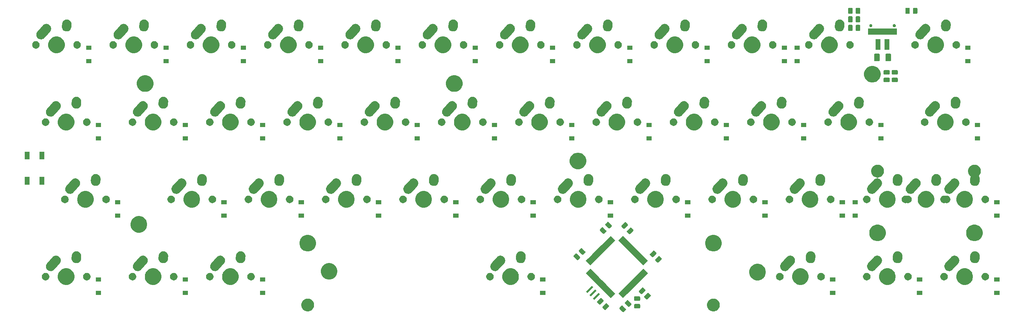
<source format=gbr>
G04 #@! TF.GenerationSoftware,KiCad,Pcbnew,(5.1.4)-1*
G04 #@! TF.CreationDate,2020-11-14T13:14:41-08:00*
G04 #@! TF.ProjectId,vanish,76616e69-7368-42e6-9b69-6361645f7063,rev?*
G04 #@! TF.SameCoordinates,Original*
G04 #@! TF.FileFunction,Soldermask,Bot*
G04 #@! TF.FilePolarity,Negative*
%FSLAX46Y46*%
G04 Gerber Fmt 4.6, Leading zero omitted, Abs format (unit mm)*
G04 Created by KiCad (PCBNEW (5.1.4)-1) date 2020-11-14 13:14:41*
%MOMM*%
%LPD*%
G04 APERTURE LIST*
%ADD10C,0.100000*%
G04 APERTURE END LIST*
D10*
G36*
X165652045Y-90466302D02*
G01*
X165690715Y-90478033D01*
X165726354Y-90497083D01*
X165762360Y-90526632D01*
X165802210Y-90566482D01*
X165802216Y-90566487D01*
X166483513Y-91247784D01*
X166483518Y-91247790D01*
X166523368Y-91287640D01*
X166552917Y-91323646D01*
X166571967Y-91359285D01*
X166583698Y-91397955D01*
X166587658Y-91438173D01*
X166583698Y-91478391D01*
X166571967Y-91517061D01*
X166552917Y-91552700D01*
X166523368Y-91588706D01*
X166483518Y-91628556D01*
X166483513Y-91628562D01*
X166102736Y-92009339D01*
X166102730Y-92009344D01*
X166062880Y-92049194D01*
X166026874Y-92078743D01*
X165991235Y-92097793D01*
X165952565Y-92109524D01*
X165912347Y-92113484D01*
X165872129Y-92109524D01*
X165833459Y-92097793D01*
X165797820Y-92078743D01*
X165761814Y-92049194D01*
X165721964Y-92009344D01*
X165721958Y-92009339D01*
X165040661Y-91328042D01*
X165040656Y-91328036D01*
X165000806Y-91288186D01*
X164971257Y-91252180D01*
X164952207Y-91216541D01*
X164940476Y-91177871D01*
X164936516Y-91137653D01*
X164940476Y-91097435D01*
X164952207Y-91058765D01*
X164971257Y-91023126D01*
X165000806Y-90987120D01*
X165040656Y-90947270D01*
X165040661Y-90947264D01*
X165421438Y-90566487D01*
X165421444Y-90566482D01*
X165461294Y-90526632D01*
X165497300Y-90497083D01*
X165532939Y-90478033D01*
X165571609Y-90466302D01*
X165611827Y-90462342D01*
X165652045Y-90466302D01*
X165652045Y-90466302D01*
G37*
G36*
X188571811Y-88814276D02*
G01*
X188690537Y-88863454D01*
X188858441Y-88933002D01*
X188889482Y-88953743D01*
X189116404Y-89105367D01*
X189335783Y-89324746D01*
X189394592Y-89412760D01*
X189508148Y-89582709D01*
X189562066Y-89712880D01*
X189626874Y-89869339D01*
X189636215Y-89916302D01*
X189686082Y-90166997D01*
X189687400Y-90173626D01*
X189687400Y-90483874D01*
X189636815Y-90738186D01*
X189626874Y-90788160D01*
X189508148Y-91074791D01*
X189481270Y-91115017D01*
X189335783Y-91332754D01*
X189116404Y-91552133D01*
X189063084Y-91587760D01*
X188858441Y-91724498D01*
X188690537Y-91794046D01*
X188571811Y-91843224D01*
X188267525Y-91903750D01*
X187957275Y-91903750D01*
X187652989Y-91843224D01*
X187534263Y-91794046D01*
X187366359Y-91724498D01*
X187161716Y-91587760D01*
X187108396Y-91552133D01*
X186889017Y-91332754D01*
X186743530Y-91115017D01*
X186716652Y-91074791D01*
X186597926Y-90788160D01*
X186587986Y-90738186D01*
X186537400Y-90483874D01*
X186537400Y-90173626D01*
X186538719Y-90166997D01*
X186588585Y-89916302D01*
X186597926Y-89869339D01*
X186662734Y-89712880D01*
X186716652Y-89582709D01*
X186830208Y-89412760D01*
X186889017Y-89324746D01*
X187108396Y-89105367D01*
X187335318Y-88953743D01*
X187366359Y-88933002D01*
X187534263Y-88863454D01*
X187652989Y-88814276D01*
X187957275Y-88753750D01*
X188267525Y-88753750D01*
X188571811Y-88814276D01*
X188571811Y-88814276D01*
G37*
G36*
X88572011Y-88814276D02*
G01*
X88690737Y-88863454D01*
X88858641Y-88933002D01*
X88889682Y-88953743D01*
X89116604Y-89105367D01*
X89335983Y-89324746D01*
X89394792Y-89412760D01*
X89508348Y-89582709D01*
X89562266Y-89712880D01*
X89627074Y-89869339D01*
X89636415Y-89916302D01*
X89686282Y-90166997D01*
X89687600Y-90173626D01*
X89687600Y-90483874D01*
X89637015Y-90738186D01*
X89627074Y-90788160D01*
X89508348Y-91074791D01*
X89481470Y-91115017D01*
X89335983Y-91332754D01*
X89116604Y-91552133D01*
X89063284Y-91587760D01*
X88858641Y-91724498D01*
X88690737Y-91794046D01*
X88572011Y-91843224D01*
X88267725Y-91903750D01*
X87957475Y-91903750D01*
X87653189Y-91843224D01*
X87534463Y-91794046D01*
X87366559Y-91724498D01*
X87161916Y-91587760D01*
X87108596Y-91552133D01*
X86889217Y-91332754D01*
X86743730Y-91115017D01*
X86716852Y-91074791D01*
X86598126Y-90788160D01*
X86588186Y-90738186D01*
X86537600Y-90483874D01*
X86537600Y-90173626D01*
X86538919Y-90166997D01*
X86588785Y-89916302D01*
X86598126Y-89869339D01*
X86662934Y-89712880D01*
X86716852Y-89582709D01*
X86830408Y-89412760D01*
X86889217Y-89324746D01*
X87108596Y-89105367D01*
X87335518Y-88953743D01*
X87366559Y-88933002D01*
X87534463Y-88863454D01*
X87653189Y-88814276D01*
X87957475Y-88753750D01*
X88267725Y-88753750D01*
X88572011Y-88814276D01*
X88572011Y-88814276D01*
G37*
G36*
X161753391Y-89916302D02*
G01*
X161792061Y-89928033D01*
X161827700Y-89947083D01*
X161863706Y-89976632D01*
X161903556Y-90016482D01*
X161903562Y-90016487D01*
X162284339Y-90397264D01*
X162284344Y-90397270D01*
X162324194Y-90437120D01*
X162353743Y-90473126D01*
X162372793Y-90508765D01*
X162384524Y-90547435D01*
X162388484Y-90587653D01*
X162384524Y-90627871D01*
X162372793Y-90666541D01*
X162353743Y-90702180D01*
X162324194Y-90738186D01*
X162284344Y-90778036D01*
X162284339Y-90778042D01*
X161603042Y-91459339D01*
X161603036Y-91459344D01*
X161563186Y-91499194D01*
X161527180Y-91528743D01*
X161491541Y-91547793D01*
X161452871Y-91559524D01*
X161412653Y-91563484D01*
X161372435Y-91559524D01*
X161333765Y-91547793D01*
X161298126Y-91528743D01*
X161262120Y-91499194D01*
X161222270Y-91459344D01*
X161222264Y-91459339D01*
X160841487Y-91078562D01*
X160841482Y-91078556D01*
X160801632Y-91038706D01*
X160772083Y-91002700D01*
X160753033Y-90967061D01*
X160741302Y-90928391D01*
X160737342Y-90888173D01*
X160741302Y-90847955D01*
X160753033Y-90809285D01*
X160772083Y-90773646D01*
X160801632Y-90737640D01*
X160841482Y-90697790D01*
X160841487Y-90697784D01*
X161522784Y-90016487D01*
X161522790Y-90016482D01*
X161562640Y-89976632D01*
X161598646Y-89947083D01*
X161634285Y-89928033D01*
X161672955Y-89916302D01*
X161713173Y-89912342D01*
X161753391Y-89916302D01*
X161753391Y-89916302D01*
G37*
G36*
X169884468Y-90103565D02*
G01*
X169923138Y-90115296D01*
X169958777Y-90134346D01*
X169990017Y-90159983D01*
X170015654Y-90191223D01*
X170034704Y-90226862D01*
X170046435Y-90265532D01*
X170051000Y-90311888D01*
X170051000Y-90963112D01*
X170046435Y-91009468D01*
X170034704Y-91048138D01*
X170015654Y-91083777D01*
X169990017Y-91115017D01*
X169958777Y-91140654D01*
X169923138Y-91159704D01*
X169884468Y-91171435D01*
X169838112Y-91176000D01*
X168761888Y-91176000D01*
X168715532Y-91171435D01*
X168676862Y-91159704D01*
X168641223Y-91140654D01*
X168609983Y-91115017D01*
X168584346Y-91083777D01*
X168565296Y-91048138D01*
X168553565Y-91009468D01*
X168549000Y-90963112D01*
X168549000Y-90311888D01*
X168553565Y-90265532D01*
X168565296Y-90226862D01*
X168584346Y-90191223D01*
X168609983Y-90159983D01*
X168641223Y-90134346D01*
X168676862Y-90115296D01*
X168715532Y-90103565D01*
X168761888Y-90099000D01*
X169838112Y-90099000D01*
X169884468Y-90103565D01*
X169884468Y-90103565D01*
G37*
G36*
X166977871Y-89140476D02*
G01*
X167016541Y-89152207D01*
X167052180Y-89171257D01*
X167088186Y-89200806D01*
X167128036Y-89240656D01*
X167128042Y-89240661D01*
X167809339Y-89921958D01*
X167809344Y-89921964D01*
X167849194Y-89961814D01*
X167878743Y-89997820D01*
X167897793Y-90033459D01*
X167909524Y-90072129D01*
X167913484Y-90112347D01*
X167909524Y-90152565D01*
X167897793Y-90191235D01*
X167878743Y-90226874D01*
X167849194Y-90262880D01*
X167809344Y-90302730D01*
X167809339Y-90302736D01*
X167428562Y-90683513D01*
X167428556Y-90683518D01*
X167388706Y-90723368D01*
X167352700Y-90752917D01*
X167317061Y-90771967D01*
X167278391Y-90783698D01*
X167238173Y-90787658D01*
X167197955Y-90783698D01*
X167159285Y-90771967D01*
X167123646Y-90752917D01*
X167087640Y-90723368D01*
X167047790Y-90683518D01*
X167047784Y-90683513D01*
X166366487Y-90002216D01*
X166366482Y-90002210D01*
X166326632Y-89962360D01*
X166297083Y-89926354D01*
X166278033Y-89890715D01*
X166266302Y-89852045D01*
X166262342Y-89811827D01*
X166266302Y-89771609D01*
X166278033Y-89732939D01*
X166297083Y-89697300D01*
X166326632Y-89661294D01*
X166366482Y-89621444D01*
X166366487Y-89621438D01*
X166747264Y-89240661D01*
X166747270Y-89240656D01*
X166787120Y-89200806D01*
X166823126Y-89171257D01*
X166858765Y-89152207D01*
X166897435Y-89140476D01*
X166937653Y-89136516D01*
X166977871Y-89140476D01*
X166977871Y-89140476D01*
G37*
G36*
X160427565Y-88590476D02*
G01*
X160466235Y-88602207D01*
X160501874Y-88621257D01*
X160537880Y-88650806D01*
X160577730Y-88690656D01*
X160577736Y-88690661D01*
X160958513Y-89071438D01*
X160958518Y-89071444D01*
X160998368Y-89111294D01*
X161027917Y-89147300D01*
X161046967Y-89182939D01*
X161058698Y-89221609D01*
X161062658Y-89261827D01*
X161058698Y-89302045D01*
X161046967Y-89340715D01*
X161027917Y-89376354D01*
X160998368Y-89412360D01*
X160958518Y-89452210D01*
X160958513Y-89452216D01*
X160277216Y-90133513D01*
X160277210Y-90133518D01*
X160237360Y-90173368D01*
X160201354Y-90202917D01*
X160165715Y-90221967D01*
X160127045Y-90233698D01*
X160086827Y-90237658D01*
X160046609Y-90233698D01*
X160007939Y-90221967D01*
X159972300Y-90202917D01*
X159936294Y-90173368D01*
X159896444Y-90133518D01*
X159896438Y-90133513D01*
X159515661Y-89752736D01*
X159515656Y-89752730D01*
X159475806Y-89712880D01*
X159446257Y-89676874D01*
X159427207Y-89641235D01*
X159415476Y-89602565D01*
X159411516Y-89562347D01*
X159415476Y-89522129D01*
X159427207Y-89483459D01*
X159446257Y-89447820D01*
X159475806Y-89411814D01*
X159515656Y-89371964D01*
X159515661Y-89371958D01*
X160196958Y-88690661D01*
X160196964Y-88690656D01*
X160236814Y-88650806D01*
X160272820Y-88621257D01*
X160308459Y-88602207D01*
X160347129Y-88590476D01*
X160387347Y-88586516D01*
X160427565Y-88590476D01*
X160427565Y-88590476D01*
G37*
G36*
X169884468Y-88228565D02*
G01*
X169923138Y-88240296D01*
X169958777Y-88259346D01*
X169990017Y-88284983D01*
X170015654Y-88316223D01*
X170034704Y-88351862D01*
X170046435Y-88390532D01*
X170051000Y-88436888D01*
X170051000Y-89088112D01*
X170046435Y-89134468D01*
X170034704Y-89173138D01*
X170015654Y-89208777D01*
X169990017Y-89240017D01*
X169958777Y-89265654D01*
X169923138Y-89284704D01*
X169884468Y-89296435D01*
X169838112Y-89301000D01*
X168761888Y-89301000D01*
X168715532Y-89296435D01*
X168676862Y-89284704D01*
X168641223Y-89265654D01*
X168609983Y-89240017D01*
X168584346Y-89208777D01*
X168565296Y-89173138D01*
X168553565Y-89134468D01*
X168549000Y-89088112D01*
X168549000Y-88436888D01*
X168553565Y-88390532D01*
X168565296Y-88351862D01*
X168584346Y-88316223D01*
X168609983Y-88284983D01*
X168641223Y-88259346D01*
X168676862Y-88240296D01*
X168715532Y-88228565D01*
X168761888Y-88224000D01*
X169838112Y-88224000D01*
X169884468Y-88228565D01*
X169884468Y-88228565D01*
G37*
G36*
X160185298Y-87669670D02*
G01*
X158769670Y-89085298D01*
X158414702Y-88730330D01*
X159830330Y-87314702D01*
X160185298Y-87669670D01*
X160185298Y-87669670D01*
G37*
G36*
X172053391Y-87341302D02*
G01*
X172092061Y-87353033D01*
X172127700Y-87372083D01*
X172163706Y-87401632D01*
X172203556Y-87441482D01*
X172203562Y-87441487D01*
X172584339Y-87822264D01*
X172584344Y-87822270D01*
X172624194Y-87862120D01*
X172653743Y-87898126D01*
X172672793Y-87933765D01*
X172684524Y-87972435D01*
X172688484Y-88012653D01*
X172684524Y-88052871D01*
X172672793Y-88091541D01*
X172653743Y-88127180D01*
X172624194Y-88163186D01*
X172584344Y-88203036D01*
X172584339Y-88203042D01*
X171903042Y-88884339D01*
X171903036Y-88884344D01*
X171863186Y-88924194D01*
X171827180Y-88953743D01*
X171791541Y-88972793D01*
X171752871Y-88984524D01*
X171712653Y-88988484D01*
X171672435Y-88984524D01*
X171633765Y-88972793D01*
X171598126Y-88953743D01*
X171562120Y-88924194D01*
X171522270Y-88884344D01*
X171522264Y-88884339D01*
X171141487Y-88503562D01*
X171141482Y-88503556D01*
X171101632Y-88463706D01*
X171072083Y-88427700D01*
X171053033Y-88392061D01*
X171041302Y-88353391D01*
X171037342Y-88313173D01*
X171041302Y-88272955D01*
X171053033Y-88234285D01*
X171072083Y-88198646D01*
X171101632Y-88162640D01*
X171141482Y-88122790D01*
X171141487Y-88122784D01*
X171822784Y-87441487D01*
X171822790Y-87441482D01*
X171862640Y-87401632D01*
X171898646Y-87372083D01*
X171934285Y-87353033D01*
X171972955Y-87341302D01*
X172013173Y-87337342D01*
X172053391Y-87341302D01*
X172053391Y-87341302D01*
G37*
G36*
X171962095Y-82500458D02*
G01*
X171412674Y-83049879D01*
X170846988Y-83615564D01*
X170353427Y-84109126D01*
X167452876Y-87009677D01*
X166887190Y-87575362D01*
X166393629Y-88068924D01*
X165844208Y-88618345D01*
X164711423Y-87485560D01*
X165172456Y-87024527D01*
X165188721Y-87008263D01*
X165188730Y-87008252D01*
X166392204Y-85804778D01*
X166392215Y-85804769D01*
X166408480Y-85788505D01*
X166408479Y-85788504D01*
X166869512Y-85327471D01*
X166869513Y-85327472D01*
X166885777Y-85311207D01*
X166885786Y-85311196D01*
X167523575Y-84673407D01*
X167523586Y-84673398D01*
X167539851Y-84657134D01*
X167539850Y-84657133D01*
X168000883Y-84196100D01*
X168000884Y-84196101D01*
X168017148Y-84179836D01*
X168017157Y-84179825D01*
X168654946Y-83542036D01*
X168654957Y-83542027D01*
X168671222Y-83525763D01*
X168671221Y-83525762D01*
X169132254Y-83064729D01*
X169132255Y-83064730D01*
X169148519Y-83048465D01*
X169148528Y-83048454D01*
X170352002Y-81844980D01*
X170352013Y-81844971D01*
X170368277Y-81828706D01*
X170829310Y-81367673D01*
X171962095Y-82500458D01*
X171962095Y-82500458D01*
G37*
G36*
X158260488Y-81844971D02*
G01*
X158260494Y-81844976D01*
X159463977Y-83048459D01*
X159463982Y-83048465D01*
X159957544Y-83542027D01*
X159957550Y-83542032D01*
X160595348Y-84179830D01*
X160595353Y-84179836D01*
X161088915Y-84673398D01*
X161088921Y-84673403D01*
X161726719Y-85311201D01*
X161726724Y-85311207D01*
X162220286Y-85804769D01*
X162220292Y-85804774D01*
X163423775Y-87008257D01*
X163423780Y-87008263D01*
X163901077Y-87485560D01*
X162768292Y-88618345D01*
X162218877Y-88068930D01*
X162218872Y-88068924D01*
X161159625Y-87009677D01*
X161159619Y-87009672D01*
X160521821Y-86371874D01*
X160521816Y-86371868D01*
X160028254Y-85878306D01*
X160028248Y-85878301D01*
X159390450Y-85240503D01*
X159390445Y-85240497D01*
X158896883Y-84746935D01*
X158896877Y-84746930D01*
X158259079Y-84109132D01*
X158259074Y-84109126D01*
X157199827Y-83049879D01*
X157199821Y-83049874D01*
X156650405Y-82500458D01*
X157783190Y-81367673D01*
X158260488Y-81844971D01*
X158260488Y-81844971D01*
G37*
G36*
X159336770Y-86821142D02*
G01*
X157921142Y-88236770D01*
X157566174Y-87881802D01*
X158981802Y-86466174D01*
X159336770Y-86821142D01*
X159336770Y-86821142D01*
G37*
G36*
X258619750Y-87876000D02*
G01*
X257317750Y-87876000D01*
X257317750Y-86874000D01*
X258619750Y-86874000D01*
X258619750Y-87876000D01*
X258619750Y-87876000D01*
G37*
G36*
X37163500Y-87876000D02*
G01*
X35861500Y-87876000D01*
X35861500Y-86874000D01*
X37163500Y-86874000D01*
X37163500Y-87876000D01*
X37163500Y-87876000D01*
G37*
G36*
X58594750Y-87876000D02*
G01*
X57292750Y-87876000D01*
X57292750Y-86874000D01*
X58594750Y-86874000D01*
X58594750Y-87876000D01*
X58594750Y-87876000D01*
G37*
G36*
X77644750Y-87876000D02*
G01*
X76342750Y-87876000D01*
X76342750Y-86874000D01*
X77644750Y-86874000D01*
X77644750Y-87876000D01*
X77644750Y-87876000D01*
G37*
G36*
X218138500Y-87876000D02*
G01*
X216836500Y-87876000D01*
X216836500Y-86874000D01*
X218138500Y-86874000D01*
X218138500Y-87876000D01*
X218138500Y-87876000D01*
G37*
G36*
X146701000Y-87876000D02*
G01*
X145399000Y-87876000D01*
X145399000Y-86874000D01*
X146701000Y-86874000D01*
X146701000Y-87876000D01*
X146701000Y-87876000D01*
G37*
G36*
X239569750Y-87876000D02*
G01*
X238267750Y-87876000D01*
X238267750Y-86874000D01*
X239569750Y-86874000D01*
X239569750Y-87876000D01*
X239569750Y-87876000D01*
G37*
G36*
X170727565Y-86015476D02*
G01*
X170766235Y-86027207D01*
X170801874Y-86046257D01*
X170837880Y-86075806D01*
X170877730Y-86115656D01*
X170877736Y-86115661D01*
X171258513Y-86496438D01*
X171258518Y-86496444D01*
X171298368Y-86536294D01*
X171327917Y-86572300D01*
X171346967Y-86607939D01*
X171358698Y-86646609D01*
X171362658Y-86686827D01*
X171358698Y-86727045D01*
X171346967Y-86765715D01*
X171327917Y-86801354D01*
X171298368Y-86837360D01*
X171258518Y-86877210D01*
X171258513Y-86877216D01*
X170577216Y-87558513D01*
X170577210Y-87558518D01*
X170537360Y-87598368D01*
X170501354Y-87627917D01*
X170465715Y-87646967D01*
X170427045Y-87658698D01*
X170386827Y-87662658D01*
X170346609Y-87658698D01*
X170307939Y-87646967D01*
X170272300Y-87627917D01*
X170236294Y-87598368D01*
X170196444Y-87558518D01*
X170196438Y-87558513D01*
X169815661Y-87177736D01*
X169815656Y-87177730D01*
X169775806Y-87137880D01*
X169746257Y-87101874D01*
X169727207Y-87066235D01*
X169715476Y-87027565D01*
X169711516Y-86987347D01*
X169715476Y-86947129D01*
X169727207Y-86908459D01*
X169746257Y-86872820D01*
X169775806Y-86836814D01*
X169815656Y-86796964D01*
X169815661Y-86796958D01*
X170496958Y-86115661D01*
X170496964Y-86115656D01*
X170536814Y-86075806D01*
X170572820Y-86046257D01*
X170608459Y-86027207D01*
X170647129Y-86015476D01*
X170687347Y-86011516D01*
X170727565Y-86015476D01*
X170727565Y-86015476D01*
G37*
G36*
X158488242Y-85972614D02*
G01*
X157072614Y-87388242D01*
X156717646Y-87033274D01*
X158133274Y-85617646D01*
X158488242Y-85972614D01*
X158488242Y-85972614D01*
G37*
G36*
X138708974Y-81377434D02*
G01*
X138895831Y-81454833D01*
X139081123Y-81531583D01*
X139416048Y-81755373D01*
X139700877Y-82040202D01*
X139924667Y-82375127D01*
X139982535Y-82514833D01*
X140078816Y-82747276D01*
X140157400Y-83142344D01*
X140157400Y-83545156D01*
X140078816Y-83940224D01*
X140008854Y-84109126D01*
X139924667Y-84312373D01*
X139700877Y-84647298D01*
X139416048Y-84932127D01*
X139081123Y-85155917D01*
X138926974Y-85219767D01*
X138708974Y-85310066D01*
X138313906Y-85388650D01*
X137911094Y-85388650D01*
X137516026Y-85310066D01*
X137298026Y-85219767D01*
X137143877Y-85155917D01*
X136808952Y-84932127D01*
X136524123Y-84647298D01*
X136300333Y-84312373D01*
X136216146Y-84109126D01*
X136146184Y-83940224D01*
X136067600Y-83545156D01*
X136067600Y-83142344D01*
X136146184Y-82747276D01*
X136242465Y-82514833D01*
X136300333Y-82375127D01*
X136524123Y-82040202D01*
X136808952Y-81755373D01*
X137143877Y-81531583D01*
X137329169Y-81454833D01*
X137516026Y-81377434D01*
X137911094Y-81298850D01*
X138313906Y-81298850D01*
X138708974Y-81377434D01*
X138708974Y-81377434D01*
G37*
G36*
X69652724Y-81377434D02*
G01*
X69839581Y-81454833D01*
X70024873Y-81531583D01*
X70359798Y-81755373D01*
X70644627Y-82040202D01*
X70868417Y-82375127D01*
X70926285Y-82514833D01*
X71022566Y-82747276D01*
X71101150Y-83142344D01*
X71101150Y-83545156D01*
X71022566Y-83940224D01*
X70952604Y-84109126D01*
X70868417Y-84312373D01*
X70644627Y-84647298D01*
X70359798Y-84932127D01*
X70024873Y-85155917D01*
X69870724Y-85219767D01*
X69652724Y-85310066D01*
X69257656Y-85388650D01*
X68854844Y-85388650D01*
X68459776Y-85310066D01*
X68241776Y-85219767D01*
X68087627Y-85155917D01*
X67752702Y-84932127D01*
X67467873Y-84647298D01*
X67244083Y-84312373D01*
X67159896Y-84109126D01*
X67089934Y-83940224D01*
X67011350Y-83545156D01*
X67011350Y-83142344D01*
X67089934Y-82747276D01*
X67186215Y-82514833D01*
X67244083Y-82375127D01*
X67467873Y-82040202D01*
X67752702Y-81755373D01*
X68087627Y-81531583D01*
X68272919Y-81454833D01*
X68459776Y-81377434D01*
X68854844Y-81298850D01*
X69257656Y-81298850D01*
X69652724Y-81377434D01*
X69652724Y-81377434D01*
G37*
G36*
X50602724Y-81377434D02*
G01*
X50789581Y-81454833D01*
X50974873Y-81531583D01*
X51309798Y-81755373D01*
X51594627Y-82040202D01*
X51818417Y-82375127D01*
X51876285Y-82514833D01*
X51972566Y-82747276D01*
X52051150Y-83142344D01*
X52051150Y-83545156D01*
X51972566Y-83940224D01*
X51902604Y-84109126D01*
X51818417Y-84312373D01*
X51594627Y-84647298D01*
X51309798Y-84932127D01*
X50974873Y-85155917D01*
X50820724Y-85219767D01*
X50602724Y-85310066D01*
X50207656Y-85388650D01*
X49804844Y-85388650D01*
X49409776Y-85310066D01*
X49191776Y-85219767D01*
X49037627Y-85155917D01*
X48702702Y-84932127D01*
X48417873Y-84647298D01*
X48194083Y-84312373D01*
X48109896Y-84109126D01*
X48039934Y-83940224D01*
X47961350Y-83545156D01*
X47961350Y-83142344D01*
X48039934Y-82747276D01*
X48136215Y-82514833D01*
X48194083Y-82375127D01*
X48417873Y-82040202D01*
X48702702Y-81755373D01*
X49037627Y-81531583D01*
X49222919Y-81454833D01*
X49409776Y-81377434D01*
X49804844Y-81298850D01*
X50207656Y-81298850D01*
X50602724Y-81377434D01*
X50602724Y-81377434D01*
G37*
G36*
X231577724Y-81377434D02*
G01*
X231764581Y-81454833D01*
X231949873Y-81531583D01*
X232284798Y-81755373D01*
X232569627Y-82040202D01*
X232793417Y-82375127D01*
X232851285Y-82514833D01*
X232947566Y-82747276D01*
X233026150Y-83142344D01*
X233026150Y-83545156D01*
X232947566Y-83940224D01*
X232877604Y-84109126D01*
X232793417Y-84312373D01*
X232569627Y-84647298D01*
X232284798Y-84932127D01*
X231949873Y-85155917D01*
X231795724Y-85219767D01*
X231577724Y-85310066D01*
X231182656Y-85388650D01*
X230779844Y-85388650D01*
X230384776Y-85310066D01*
X230166776Y-85219767D01*
X230012627Y-85155917D01*
X229677702Y-84932127D01*
X229392873Y-84647298D01*
X229169083Y-84312373D01*
X229084896Y-84109126D01*
X229014934Y-83940224D01*
X228936350Y-83545156D01*
X228936350Y-83142344D01*
X229014934Y-82747276D01*
X229111215Y-82514833D01*
X229169083Y-82375127D01*
X229392873Y-82040202D01*
X229677702Y-81755373D01*
X230012627Y-81531583D01*
X230197919Y-81454833D01*
X230384776Y-81377434D01*
X230779844Y-81298850D01*
X231182656Y-81298850D01*
X231577724Y-81377434D01*
X231577724Y-81377434D01*
G37*
G36*
X29171474Y-81377434D02*
G01*
X29358331Y-81454833D01*
X29543623Y-81531583D01*
X29878548Y-81755373D01*
X30163377Y-82040202D01*
X30387167Y-82375127D01*
X30445035Y-82514833D01*
X30541316Y-82747276D01*
X30619900Y-83142344D01*
X30619900Y-83545156D01*
X30541316Y-83940224D01*
X30471354Y-84109126D01*
X30387167Y-84312373D01*
X30163377Y-84647298D01*
X29878548Y-84932127D01*
X29543623Y-85155917D01*
X29389474Y-85219767D01*
X29171474Y-85310066D01*
X28776406Y-85388650D01*
X28373594Y-85388650D01*
X27978526Y-85310066D01*
X27760526Y-85219767D01*
X27606377Y-85155917D01*
X27271452Y-84932127D01*
X26986623Y-84647298D01*
X26762833Y-84312373D01*
X26678646Y-84109126D01*
X26608684Y-83940224D01*
X26530100Y-83545156D01*
X26530100Y-83142344D01*
X26608684Y-82747276D01*
X26704965Y-82514833D01*
X26762833Y-82375127D01*
X26986623Y-82040202D01*
X27271452Y-81755373D01*
X27606377Y-81531583D01*
X27791669Y-81454833D01*
X27978526Y-81377434D01*
X28373594Y-81298850D01*
X28776406Y-81298850D01*
X29171474Y-81377434D01*
X29171474Y-81377434D01*
G37*
G36*
X210146474Y-81377434D02*
G01*
X210333331Y-81454833D01*
X210518623Y-81531583D01*
X210853548Y-81755373D01*
X211138377Y-82040202D01*
X211362167Y-82375127D01*
X211420035Y-82514833D01*
X211516316Y-82747276D01*
X211594900Y-83142344D01*
X211594900Y-83545156D01*
X211516316Y-83940224D01*
X211446354Y-84109126D01*
X211362167Y-84312373D01*
X211138377Y-84647298D01*
X210853548Y-84932127D01*
X210518623Y-85155917D01*
X210364474Y-85219767D01*
X210146474Y-85310066D01*
X209751406Y-85388650D01*
X209348594Y-85388650D01*
X208953526Y-85310066D01*
X208735526Y-85219767D01*
X208581377Y-85155917D01*
X208246452Y-84932127D01*
X207961623Y-84647298D01*
X207737833Y-84312373D01*
X207653646Y-84109126D01*
X207583684Y-83940224D01*
X207505100Y-83545156D01*
X207505100Y-83142344D01*
X207583684Y-82747276D01*
X207679965Y-82514833D01*
X207737833Y-82375127D01*
X207961623Y-82040202D01*
X208246452Y-81755373D01*
X208581377Y-81531583D01*
X208766669Y-81454833D01*
X208953526Y-81377434D01*
X209348594Y-81298850D01*
X209751406Y-81298850D01*
X210146474Y-81377434D01*
X210146474Y-81377434D01*
G37*
G36*
X250627724Y-81377434D02*
G01*
X250814581Y-81454833D01*
X250999873Y-81531583D01*
X251334798Y-81755373D01*
X251619627Y-82040202D01*
X251843417Y-82375127D01*
X251901285Y-82514833D01*
X251997566Y-82747276D01*
X252076150Y-83142344D01*
X252076150Y-83545156D01*
X251997566Y-83940224D01*
X251927604Y-84109126D01*
X251843417Y-84312373D01*
X251619627Y-84647298D01*
X251334798Y-84932127D01*
X250999873Y-85155917D01*
X250845724Y-85219767D01*
X250627724Y-85310066D01*
X250232656Y-85388650D01*
X249829844Y-85388650D01*
X249434776Y-85310066D01*
X249216776Y-85219767D01*
X249062627Y-85155917D01*
X248727702Y-84932127D01*
X248442873Y-84647298D01*
X248219083Y-84312373D01*
X248134896Y-84109126D01*
X248064934Y-83940224D01*
X247986350Y-83545156D01*
X247986350Y-83142344D01*
X248064934Y-82747276D01*
X248161215Y-82514833D01*
X248219083Y-82375127D01*
X248442873Y-82040202D01*
X248727702Y-81755373D01*
X249062627Y-81531583D01*
X249247919Y-81454833D01*
X249434776Y-81377434D01*
X249829844Y-81298850D01*
X250232656Y-81298850D01*
X250627724Y-81377434D01*
X250627724Y-81377434D01*
G37*
G36*
X58594750Y-84576000D02*
G01*
X57292750Y-84576000D01*
X57292750Y-83574000D01*
X58594750Y-83574000D01*
X58594750Y-84576000D01*
X58594750Y-84576000D01*
G37*
G36*
X218138500Y-84576000D02*
G01*
X216836500Y-84576000D01*
X216836500Y-83574000D01*
X218138500Y-83574000D01*
X218138500Y-84576000D01*
X218138500Y-84576000D01*
G37*
G36*
X239569750Y-84576000D02*
G01*
X238267750Y-84576000D01*
X238267750Y-83574000D01*
X239569750Y-83574000D01*
X239569750Y-84576000D01*
X239569750Y-84576000D01*
G37*
G36*
X258619750Y-84576000D02*
G01*
X257317750Y-84576000D01*
X257317750Y-83574000D01*
X258619750Y-83574000D01*
X258619750Y-84576000D01*
X258619750Y-84576000D01*
G37*
G36*
X146701000Y-84576000D02*
G01*
X145399000Y-84576000D01*
X145399000Y-83574000D01*
X146701000Y-83574000D01*
X146701000Y-84576000D01*
X146701000Y-84576000D01*
G37*
G36*
X37163500Y-84576000D02*
G01*
X35861500Y-84576000D01*
X35861500Y-83574000D01*
X37163500Y-83574000D01*
X37163500Y-84576000D01*
X37163500Y-84576000D01*
G37*
G36*
X77644750Y-84576000D02*
G01*
X76342750Y-84576000D01*
X76342750Y-83574000D01*
X77644750Y-83574000D01*
X77644750Y-84576000D01*
X77644750Y-84576000D01*
G37*
G36*
X199567053Y-80253219D02*
G01*
X199940310Y-80407827D01*
X199940312Y-80407828D01*
X200276235Y-80632285D01*
X200561915Y-80917965D01*
X200785912Y-81253199D01*
X200786373Y-81253890D01*
X200940981Y-81627147D01*
X201019799Y-82023394D01*
X201019799Y-82427408D01*
X200940981Y-82823655D01*
X200808976Y-83142344D01*
X200786372Y-83196914D01*
X200561915Y-83532837D01*
X200276235Y-83818517D01*
X199940312Y-84042974D01*
X199940311Y-84042975D01*
X199940310Y-84042975D01*
X199567053Y-84197583D01*
X199170806Y-84276401D01*
X198766792Y-84276401D01*
X198370545Y-84197583D01*
X197997288Y-84042975D01*
X197997287Y-84042975D01*
X197997286Y-84042974D01*
X197661363Y-83818517D01*
X197375683Y-83532837D01*
X197151226Y-83196914D01*
X197128622Y-83142344D01*
X196996617Y-82823655D01*
X196917799Y-82427408D01*
X196917799Y-82023394D01*
X196996617Y-81627147D01*
X197151225Y-81253890D01*
X197151687Y-81253199D01*
X197375683Y-80917965D01*
X197661363Y-80632285D01*
X197997286Y-80407828D01*
X197997288Y-80407827D01*
X198370545Y-80253219D01*
X198766792Y-80174401D01*
X199170806Y-80174401D01*
X199567053Y-80253219D01*
X199567053Y-80253219D01*
G37*
G36*
X245221354Y-82453335D02*
G01*
X245389876Y-82523139D01*
X245541541Y-82624478D01*
X245670522Y-82753459D01*
X245771861Y-82905124D01*
X245841665Y-83073646D01*
X245877250Y-83252547D01*
X245877250Y-83434953D01*
X245841665Y-83613854D01*
X245771861Y-83782376D01*
X245670522Y-83934041D01*
X245541541Y-84063022D01*
X245389876Y-84164361D01*
X245221354Y-84234165D01*
X245042453Y-84269750D01*
X244860047Y-84269750D01*
X244681146Y-84234165D01*
X244512624Y-84164361D01*
X244360959Y-84063022D01*
X244231978Y-83934041D01*
X244130639Y-83782376D01*
X244060835Y-83613854D01*
X244025250Y-83434953D01*
X244025250Y-83252547D01*
X244060835Y-83073646D01*
X244130639Y-82905124D01*
X244231978Y-82753459D01*
X244360959Y-82624478D01*
X244512624Y-82523139D01*
X244681146Y-82453335D01*
X244860047Y-82417750D01*
X245042453Y-82417750D01*
X245221354Y-82453335D01*
X245221354Y-82453335D01*
G37*
G36*
X55356354Y-82453335D02*
G01*
X55524876Y-82523139D01*
X55676541Y-82624478D01*
X55805522Y-82753459D01*
X55906861Y-82905124D01*
X55976665Y-83073646D01*
X56012250Y-83252547D01*
X56012250Y-83434953D01*
X55976665Y-83613854D01*
X55906861Y-83782376D01*
X55805522Y-83934041D01*
X55676541Y-84063022D01*
X55524876Y-84164361D01*
X55356354Y-84234165D01*
X55177453Y-84269750D01*
X54995047Y-84269750D01*
X54816146Y-84234165D01*
X54647624Y-84164361D01*
X54495959Y-84063022D01*
X54366978Y-83934041D01*
X54265639Y-83782376D01*
X54195835Y-83613854D01*
X54160250Y-83434953D01*
X54160250Y-83252547D01*
X54195835Y-83073646D01*
X54265639Y-82905124D01*
X54366978Y-82753459D01*
X54495959Y-82624478D01*
X54647624Y-82523139D01*
X54816146Y-82453335D01*
X54995047Y-82417750D01*
X55177453Y-82417750D01*
X55356354Y-82453335D01*
X55356354Y-82453335D01*
G37*
G36*
X236331354Y-82453335D02*
G01*
X236499876Y-82523139D01*
X236651541Y-82624478D01*
X236780522Y-82753459D01*
X236881861Y-82905124D01*
X236951665Y-83073646D01*
X236987250Y-83252547D01*
X236987250Y-83434953D01*
X236951665Y-83613854D01*
X236881861Y-83782376D01*
X236780522Y-83934041D01*
X236651541Y-84063022D01*
X236499876Y-84164361D01*
X236331354Y-84234165D01*
X236152453Y-84269750D01*
X235970047Y-84269750D01*
X235791146Y-84234165D01*
X235622624Y-84164361D01*
X235470959Y-84063022D01*
X235341978Y-83934041D01*
X235240639Y-83782376D01*
X235170835Y-83613854D01*
X235135250Y-83434953D01*
X235135250Y-83252547D01*
X235170835Y-83073646D01*
X235240639Y-82905124D01*
X235341978Y-82753459D01*
X235470959Y-82624478D01*
X235622624Y-82523139D01*
X235791146Y-82453335D01*
X235970047Y-82417750D01*
X236152453Y-82417750D01*
X236331354Y-82453335D01*
X236331354Y-82453335D01*
G37*
G36*
X255381354Y-82453335D02*
G01*
X255549876Y-82523139D01*
X255701541Y-82624478D01*
X255830522Y-82753459D01*
X255931861Y-82905124D01*
X256001665Y-83073646D01*
X256037250Y-83252547D01*
X256037250Y-83434953D01*
X256001665Y-83613854D01*
X255931861Y-83782376D01*
X255830522Y-83934041D01*
X255701541Y-84063022D01*
X255549876Y-84164361D01*
X255381354Y-84234165D01*
X255202453Y-84269750D01*
X255020047Y-84269750D01*
X254841146Y-84234165D01*
X254672624Y-84164361D01*
X254520959Y-84063022D01*
X254391978Y-83934041D01*
X254290639Y-83782376D01*
X254220835Y-83613854D01*
X254185250Y-83434953D01*
X254185250Y-83252547D01*
X254220835Y-83073646D01*
X254290639Y-82905124D01*
X254391978Y-82753459D01*
X254520959Y-82624478D01*
X254672624Y-82523139D01*
X254841146Y-82453335D01*
X255020047Y-82417750D01*
X255202453Y-82417750D01*
X255381354Y-82453335D01*
X255381354Y-82453335D01*
G37*
G36*
X214900104Y-82453335D02*
G01*
X215068626Y-82523139D01*
X215220291Y-82624478D01*
X215349272Y-82753459D01*
X215450611Y-82905124D01*
X215520415Y-83073646D01*
X215556000Y-83252547D01*
X215556000Y-83434953D01*
X215520415Y-83613854D01*
X215450611Y-83782376D01*
X215349272Y-83934041D01*
X215220291Y-84063022D01*
X215068626Y-84164361D01*
X214900104Y-84234165D01*
X214721203Y-84269750D01*
X214538797Y-84269750D01*
X214359896Y-84234165D01*
X214191374Y-84164361D01*
X214039709Y-84063022D01*
X213910728Y-83934041D01*
X213809389Y-83782376D01*
X213739585Y-83613854D01*
X213704000Y-83434953D01*
X213704000Y-83252547D01*
X213739585Y-83073646D01*
X213809389Y-82905124D01*
X213910728Y-82753459D01*
X214039709Y-82624478D01*
X214191374Y-82523139D01*
X214359896Y-82453335D01*
X214538797Y-82417750D01*
X214721203Y-82417750D01*
X214900104Y-82453335D01*
X214900104Y-82453335D01*
G37*
G36*
X133302604Y-82453335D02*
G01*
X133471126Y-82523139D01*
X133622791Y-82624478D01*
X133751772Y-82753459D01*
X133853111Y-82905124D01*
X133922915Y-83073646D01*
X133958500Y-83252547D01*
X133958500Y-83434953D01*
X133922915Y-83613854D01*
X133853111Y-83782376D01*
X133751772Y-83934041D01*
X133622791Y-84063022D01*
X133471126Y-84164361D01*
X133302604Y-84234165D01*
X133123703Y-84269750D01*
X132941297Y-84269750D01*
X132762396Y-84234165D01*
X132593874Y-84164361D01*
X132442209Y-84063022D01*
X132313228Y-83934041D01*
X132211889Y-83782376D01*
X132142085Y-83613854D01*
X132106500Y-83434953D01*
X132106500Y-83252547D01*
X132142085Y-83073646D01*
X132211889Y-82905124D01*
X132313228Y-82753459D01*
X132442209Y-82624478D01*
X132593874Y-82523139D01*
X132762396Y-82453335D01*
X132941297Y-82417750D01*
X133123703Y-82417750D01*
X133302604Y-82453335D01*
X133302604Y-82453335D01*
G37*
G36*
X74406354Y-82453335D02*
G01*
X74574876Y-82523139D01*
X74726541Y-82624478D01*
X74855522Y-82753459D01*
X74956861Y-82905124D01*
X75026665Y-83073646D01*
X75062250Y-83252547D01*
X75062250Y-83434953D01*
X75026665Y-83613854D01*
X74956861Y-83782376D01*
X74855522Y-83934041D01*
X74726541Y-84063022D01*
X74574876Y-84164361D01*
X74406354Y-84234165D01*
X74227453Y-84269750D01*
X74045047Y-84269750D01*
X73866146Y-84234165D01*
X73697624Y-84164361D01*
X73545959Y-84063022D01*
X73416978Y-83934041D01*
X73315639Y-83782376D01*
X73245835Y-83613854D01*
X73210250Y-83434953D01*
X73210250Y-83252547D01*
X73245835Y-83073646D01*
X73315639Y-82905124D01*
X73416978Y-82753459D01*
X73545959Y-82624478D01*
X73697624Y-82523139D01*
X73866146Y-82453335D01*
X74045047Y-82417750D01*
X74227453Y-82417750D01*
X74406354Y-82453335D01*
X74406354Y-82453335D01*
G37*
G36*
X64246354Y-82453335D02*
G01*
X64414876Y-82523139D01*
X64566541Y-82624478D01*
X64695522Y-82753459D01*
X64796861Y-82905124D01*
X64866665Y-83073646D01*
X64902250Y-83252547D01*
X64902250Y-83434953D01*
X64866665Y-83613854D01*
X64796861Y-83782376D01*
X64695522Y-83934041D01*
X64566541Y-84063022D01*
X64414876Y-84164361D01*
X64246354Y-84234165D01*
X64067453Y-84269750D01*
X63885047Y-84269750D01*
X63706146Y-84234165D01*
X63537624Y-84164361D01*
X63385959Y-84063022D01*
X63256978Y-83934041D01*
X63155639Y-83782376D01*
X63085835Y-83613854D01*
X63050250Y-83434953D01*
X63050250Y-83252547D01*
X63085835Y-83073646D01*
X63155639Y-82905124D01*
X63256978Y-82753459D01*
X63385959Y-82624478D01*
X63537624Y-82523139D01*
X63706146Y-82453335D01*
X63885047Y-82417750D01*
X64067453Y-82417750D01*
X64246354Y-82453335D01*
X64246354Y-82453335D01*
G37*
G36*
X45196354Y-82453335D02*
G01*
X45364876Y-82523139D01*
X45516541Y-82624478D01*
X45645522Y-82753459D01*
X45746861Y-82905124D01*
X45816665Y-83073646D01*
X45852250Y-83252547D01*
X45852250Y-83434953D01*
X45816665Y-83613854D01*
X45746861Y-83782376D01*
X45645522Y-83934041D01*
X45516541Y-84063022D01*
X45364876Y-84164361D01*
X45196354Y-84234165D01*
X45017453Y-84269750D01*
X44835047Y-84269750D01*
X44656146Y-84234165D01*
X44487624Y-84164361D01*
X44335959Y-84063022D01*
X44206978Y-83934041D01*
X44105639Y-83782376D01*
X44035835Y-83613854D01*
X44000250Y-83434953D01*
X44000250Y-83252547D01*
X44035835Y-83073646D01*
X44105639Y-82905124D01*
X44206978Y-82753459D01*
X44335959Y-82624478D01*
X44487624Y-82523139D01*
X44656146Y-82453335D01*
X44835047Y-82417750D01*
X45017453Y-82417750D01*
X45196354Y-82453335D01*
X45196354Y-82453335D01*
G37*
G36*
X33925104Y-82453335D02*
G01*
X34093626Y-82523139D01*
X34245291Y-82624478D01*
X34374272Y-82753459D01*
X34475611Y-82905124D01*
X34545415Y-83073646D01*
X34581000Y-83252547D01*
X34581000Y-83434953D01*
X34545415Y-83613854D01*
X34475611Y-83782376D01*
X34374272Y-83934041D01*
X34245291Y-84063022D01*
X34093626Y-84164361D01*
X33925104Y-84234165D01*
X33746203Y-84269750D01*
X33563797Y-84269750D01*
X33384896Y-84234165D01*
X33216374Y-84164361D01*
X33064709Y-84063022D01*
X32935728Y-83934041D01*
X32834389Y-83782376D01*
X32764585Y-83613854D01*
X32729000Y-83434953D01*
X32729000Y-83252547D01*
X32764585Y-83073646D01*
X32834389Y-82905124D01*
X32935728Y-82753459D01*
X33064709Y-82624478D01*
X33216374Y-82523139D01*
X33384896Y-82453335D01*
X33563797Y-82417750D01*
X33746203Y-82417750D01*
X33925104Y-82453335D01*
X33925104Y-82453335D01*
G37*
G36*
X23765104Y-82453335D02*
G01*
X23933626Y-82523139D01*
X24085291Y-82624478D01*
X24214272Y-82753459D01*
X24315611Y-82905124D01*
X24385415Y-83073646D01*
X24421000Y-83252547D01*
X24421000Y-83434953D01*
X24385415Y-83613854D01*
X24315611Y-83782376D01*
X24214272Y-83934041D01*
X24085291Y-84063022D01*
X23933626Y-84164361D01*
X23765104Y-84234165D01*
X23586203Y-84269750D01*
X23403797Y-84269750D01*
X23224896Y-84234165D01*
X23056374Y-84164361D01*
X22904709Y-84063022D01*
X22775728Y-83934041D01*
X22674389Y-83782376D01*
X22604585Y-83613854D01*
X22569000Y-83434953D01*
X22569000Y-83252547D01*
X22604585Y-83073646D01*
X22674389Y-82905124D01*
X22775728Y-82753459D01*
X22904709Y-82624478D01*
X23056374Y-82523139D01*
X23224896Y-82453335D01*
X23403797Y-82417750D01*
X23586203Y-82417750D01*
X23765104Y-82453335D01*
X23765104Y-82453335D01*
G37*
G36*
X143462604Y-82453335D02*
G01*
X143631126Y-82523139D01*
X143782791Y-82624478D01*
X143911772Y-82753459D01*
X144013111Y-82905124D01*
X144082915Y-83073646D01*
X144118500Y-83252547D01*
X144118500Y-83434953D01*
X144082915Y-83613854D01*
X144013111Y-83782376D01*
X143911772Y-83934041D01*
X143782791Y-84063022D01*
X143631126Y-84164361D01*
X143462604Y-84234165D01*
X143283703Y-84269750D01*
X143101297Y-84269750D01*
X142922396Y-84234165D01*
X142753874Y-84164361D01*
X142602209Y-84063022D01*
X142473228Y-83934041D01*
X142371889Y-83782376D01*
X142302085Y-83613854D01*
X142266500Y-83434953D01*
X142266500Y-83252547D01*
X142302085Y-83073646D01*
X142371889Y-82905124D01*
X142473228Y-82753459D01*
X142602209Y-82624478D01*
X142753874Y-82523139D01*
X142922396Y-82453335D01*
X143101297Y-82417750D01*
X143283703Y-82417750D01*
X143462604Y-82453335D01*
X143462604Y-82453335D01*
G37*
G36*
X204740104Y-82453335D02*
G01*
X204908626Y-82523139D01*
X205060291Y-82624478D01*
X205189272Y-82753459D01*
X205290611Y-82905124D01*
X205360415Y-83073646D01*
X205396000Y-83252547D01*
X205396000Y-83434953D01*
X205360415Y-83613854D01*
X205290611Y-83782376D01*
X205189272Y-83934041D01*
X205060291Y-84063022D01*
X204908626Y-84164361D01*
X204740104Y-84234165D01*
X204561203Y-84269750D01*
X204378797Y-84269750D01*
X204199896Y-84234165D01*
X204031374Y-84164361D01*
X203879709Y-84063022D01*
X203750728Y-83934041D01*
X203649389Y-83782376D01*
X203579585Y-83613854D01*
X203544000Y-83434953D01*
X203544000Y-83252547D01*
X203579585Y-83073646D01*
X203649389Y-82905124D01*
X203750728Y-82753459D01*
X203879709Y-82624478D01*
X204031374Y-82523139D01*
X204199896Y-82453335D01*
X204378797Y-82417750D01*
X204561203Y-82417750D01*
X204740104Y-82453335D01*
X204740104Y-82453335D01*
G37*
G36*
X226171354Y-82453335D02*
G01*
X226339876Y-82523139D01*
X226491541Y-82624478D01*
X226620522Y-82753459D01*
X226721861Y-82905124D01*
X226791665Y-83073646D01*
X226827250Y-83252547D01*
X226827250Y-83434953D01*
X226791665Y-83613854D01*
X226721861Y-83782376D01*
X226620522Y-83934041D01*
X226491541Y-84063022D01*
X226339876Y-84164361D01*
X226171354Y-84234165D01*
X225992453Y-84269750D01*
X225810047Y-84269750D01*
X225631146Y-84234165D01*
X225462624Y-84164361D01*
X225310959Y-84063022D01*
X225181978Y-83934041D01*
X225080639Y-83782376D01*
X225010835Y-83613854D01*
X224975250Y-83434953D01*
X224975250Y-83252547D01*
X225010835Y-83073646D01*
X225080639Y-82905124D01*
X225181978Y-82753459D01*
X225310959Y-82624478D01*
X225462624Y-82523139D01*
X225631146Y-82453335D01*
X225810047Y-82417750D01*
X225992453Y-82417750D01*
X226171354Y-82453335D01*
X226171354Y-82453335D01*
G37*
G36*
X93979760Y-80053219D02*
G01*
X94353017Y-80207827D01*
X94353019Y-80207828D01*
X94688942Y-80432285D01*
X94974622Y-80717965D01*
X95198619Y-81053199D01*
X95199080Y-81053890D01*
X95353688Y-81427147D01*
X95432506Y-81823394D01*
X95432506Y-82227408D01*
X95353688Y-82623655D01*
X95199080Y-82996912D01*
X95199079Y-82996914D01*
X94974622Y-83332837D01*
X94688942Y-83618517D01*
X94353019Y-83842974D01*
X94353018Y-83842975D01*
X94353017Y-83842975D01*
X93979760Y-83997583D01*
X93583513Y-84076401D01*
X93179499Y-84076401D01*
X92783252Y-83997583D01*
X92409995Y-83842975D01*
X92409994Y-83842975D01*
X92409993Y-83842974D01*
X92074070Y-83618517D01*
X91788390Y-83332837D01*
X91563933Y-82996914D01*
X91563932Y-82996912D01*
X91409324Y-82623655D01*
X91330506Y-82227408D01*
X91330506Y-81823394D01*
X91409324Y-81427147D01*
X91563932Y-81053890D01*
X91564394Y-81053199D01*
X91788390Y-80717965D01*
X92074070Y-80432285D01*
X92409993Y-80207828D01*
X92409995Y-80207827D01*
X92783252Y-80053219D01*
X93179499Y-79974401D01*
X93583513Y-79974401D01*
X93979760Y-80053219D01*
X93979760Y-80053219D01*
G37*
G36*
X207073205Y-78167631D02*
G01*
X207078645Y-78167750D01*
X207165828Y-78167750D01*
X207182097Y-78170986D01*
X207200956Y-78173265D01*
X207217532Y-78173996D01*
X207302223Y-78194760D01*
X207307518Y-78195934D01*
X207393027Y-78212943D01*
X207408362Y-78219295D01*
X207426401Y-78225205D01*
X207442521Y-78229157D01*
X207521504Y-78266030D01*
X207526494Y-78268227D01*
X207607045Y-78301592D01*
X207620841Y-78310810D01*
X207637393Y-78320132D01*
X207652426Y-78327150D01*
X207722694Y-78378721D01*
X207727192Y-78381872D01*
X207799656Y-78430291D01*
X207811383Y-78442018D01*
X207825809Y-78454398D01*
X207839179Y-78464211D01*
X207887398Y-78516879D01*
X207898021Y-78528483D01*
X207901829Y-78532464D01*
X207963459Y-78594094D01*
X207972674Y-78607885D01*
X207984396Y-78622828D01*
X207995605Y-78635071D01*
X208040799Y-78709624D01*
X208043746Y-78714251D01*
X208049100Y-78722264D01*
X208092158Y-78786705D01*
X208098505Y-78802027D01*
X208107092Y-78818981D01*
X208115691Y-78833167D01*
X208145478Y-78915118D01*
X208147452Y-78920198D01*
X208180807Y-79000723D01*
X208180807Y-79000724D01*
X208184041Y-79016983D01*
X208189158Y-79035292D01*
X208194825Y-79050884D01*
X208208055Y-79137095D01*
X208209001Y-79142463D01*
X208226000Y-79227923D01*
X208226000Y-79244502D01*
X208227444Y-79263442D01*
X208229963Y-79279854D01*
X208226120Y-79366999D01*
X208226000Y-79372439D01*
X208226000Y-79459575D01*
X208222766Y-79475833D01*
X208220488Y-79494691D01*
X208219756Y-79511281D01*
X208198988Y-79595987D01*
X208197812Y-79601287D01*
X208180807Y-79686777D01*
X208174457Y-79702107D01*
X208168549Y-79720143D01*
X208164595Y-79736270D01*
X208127711Y-79815276D01*
X208125511Y-79820273D01*
X208092158Y-79900795D01*
X208082944Y-79914585D01*
X208073622Y-79931137D01*
X208066602Y-79946174D01*
X208015011Y-80016470D01*
X208011866Y-80020960D01*
X207963461Y-80093404D01*
X207906460Y-80150405D01*
X207901811Y-80155313D01*
X207359963Y-80759203D01*
X206576723Y-81632126D01*
X206448679Y-81749352D01*
X206378988Y-81791599D01*
X206250583Y-81869439D01*
X206032866Y-81948573D01*
X205803895Y-81983711D01*
X205572470Y-81973504D01*
X205347481Y-81918343D01*
X205242727Y-81869439D01*
X205137579Y-81820352D01*
X205082310Y-81779789D01*
X204950823Y-81683289D01*
X204876394Y-81601991D01*
X204794398Y-81512429D01*
X204712564Y-81377435D01*
X204674311Y-81314333D01*
X204595177Y-81096616D01*
X204560039Y-80867645D01*
X204570246Y-80636220D01*
X204625407Y-80411231D01*
X204681257Y-80291599D01*
X204723398Y-80201330D01*
X204723400Y-80201327D01*
X204826114Y-80061372D01*
X205484410Y-79327700D01*
X206112787Y-78627371D01*
X206123681Y-78613339D01*
X206136539Y-78594096D01*
X206193573Y-78537062D01*
X206198223Y-78532153D01*
X206213278Y-78515374D01*
X206234701Y-78495761D01*
X206238682Y-78491953D01*
X206300346Y-78430289D01*
X206314143Y-78421070D01*
X206329102Y-78409335D01*
X206341321Y-78398148D01*
X206373385Y-78378711D01*
X206415830Y-78352981D01*
X206420421Y-78350058D01*
X206492955Y-78301592D01*
X206508300Y-78295236D01*
X206525248Y-78286651D01*
X206539416Y-78278062D01*
X206539417Y-78278062D01*
X206539418Y-78278061D01*
X206621312Y-78248295D01*
X206626410Y-78246313D01*
X206706973Y-78212943D01*
X206723252Y-78209705D01*
X206741542Y-78204594D01*
X206757135Y-78198927D01*
X206843300Y-78185704D01*
X206848663Y-78184759D01*
X206934173Y-78167750D01*
X206950766Y-78167750D01*
X206969709Y-78166305D01*
X206986106Y-78163789D01*
X207073205Y-78167631D01*
X207073205Y-78167631D01*
G37*
G36*
X228504455Y-78167631D02*
G01*
X228509895Y-78167750D01*
X228597078Y-78167750D01*
X228613347Y-78170986D01*
X228632206Y-78173265D01*
X228648782Y-78173996D01*
X228733473Y-78194760D01*
X228738768Y-78195934D01*
X228824277Y-78212943D01*
X228839612Y-78219295D01*
X228857651Y-78225205D01*
X228873771Y-78229157D01*
X228952754Y-78266030D01*
X228957744Y-78268227D01*
X229038295Y-78301592D01*
X229052091Y-78310810D01*
X229068643Y-78320132D01*
X229083676Y-78327150D01*
X229153944Y-78378721D01*
X229158442Y-78381872D01*
X229230906Y-78430291D01*
X229242633Y-78442018D01*
X229257059Y-78454398D01*
X229270429Y-78464211D01*
X229318648Y-78516879D01*
X229329271Y-78528483D01*
X229333079Y-78532464D01*
X229394709Y-78594094D01*
X229403924Y-78607885D01*
X229415646Y-78622828D01*
X229426855Y-78635071D01*
X229472049Y-78709624D01*
X229474996Y-78714251D01*
X229480350Y-78722264D01*
X229523408Y-78786705D01*
X229529755Y-78802027D01*
X229538342Y-78818981D01*
X229546941Y-78833167D01*
X229576728Y-78915118D01*
X229578702Y-78920198D01*
X229612057Y-79000723D01*
X229612057Y-79000724D01*
X229615291Y-79016983D01*
X229620408Y-79035292D01*
X229626075Y-79050884D01*
X229639305Y-79137095D01*
X229640251Y-79142463D01*
X229657250Y-79227923D01*
X229657250Y-79244502D01*
X229658694Y-79263442D01*
X229661213Y-79279854D01*
X229657370Y-79366999D01*
X229657250Y-79372439D01*
X229657250Y-79459575D01*
X229654016Y-79475833D01*
X229651738Y-79494691D01*
X229651006Y-79511281D01*
X229630238Y-79595987D01*
X229629062Y-79601287D01*
X229612057Y-79686777D01*
X229605707Y-79702107D01*
X229599799Y-79720143D01*
X229595845Y-79736270D01*
X229558961Y-79815276D01*
X229556761Y-79820273D01*
X229523408Y-79900795D01*
X229514194Y-79914585D01*
X229504872Y-79931137D01*
X229497852Y-79946174D01*
X229446261Y-80016470D01*
X229443116Y-80020960D01*
X229394711Y-80093404D01*
X229337710Y-80150405D01*
X229333061Y-80155313D01*
X228791213Y-80759203D01*
X228007973Y-81632126D01*
X227879929Y-81749352D01*
X227810238Y-81791599D01*
X227681833Y-81869439D01*
X227464116Y-81948573D01*
X227235145Y-81983711D01*
X227003720Y-81973504D01*
X226778731Y-81918343D01*
X226673977Y-81869439D01*
X226568829Y-81820352D01*
X226513560Y-81779789D01*
X226382073Y-81683289D01*
X226307644Y-81601991D01*
X226225648Y-81512429D01*
X226143814Y-81377435D01*
X226105561Y-81314333D01*
X226026427Y-81096616D01*
X225991289Y-80867645D01*
X226001496Y-80636220D01*
X226056657Y-80411231D01*
X226112507Y-80291599D01*
X226154648Y-80201330D01*
X226154650Y-80201327D01*
X226257364Y-80061372D01*
X226915660Y-79327700D01*
X227544037Y-78627371D01*
X227554931Y-78613339D01*
X227567789Y-78594096D01*
X227624823Y-78537062D01*
X227629473Y-78532153D01*
X227644528Y-78515374D01*
X227665951Y-78495761D01*
X227669932Y-78491953D01*
X227731596Y-78430289D01*
X227745393Y-78421070D01*
X227760352Y-78409335D01*
X227772571Y-78398148D01*
X227804635Y-78378711D01*
X227847080Y-78352981D01*
X227851671Y-78350058D01*
X227924205Y-78301592D01*
X227939550Y-78295236D01*
X227956498Y-78286651D01*
X227970666Y-78278062D01*
X227970667Y-78278062D01*
X227970668Y-78278061D01*
X228052562Y-78248295D01*
X228057660Y-78246313D01*
X228138223Y-78212943D01*
X228154502Y-78209705D01*
X228172792Y-78204594D01*
X228188385Y-78198927D01*
X228274550Y-78185704D01*
X228279913Y-78184759D01*
X228365423Y-78167750D01*
X228382016Y-78167750D01*
X228400959Y-78166305D01*
X228417356Y-78163789D01*
X228504455Y-78167631D01*
X228504455Y-78167631D01*
G37*
G36*
X247554455Y-78167631D02*
G01*
X247559895Y-78167750D01*
X247647078Y-78167750D01*
X247663347Y-78170986D01*
X247682206Y-78173265D01*
X247698782Y-78173996D01*
X247783473Y-78194760D01*
X247788768Y-78195934D01*
X247874277Y-78212943D01*
X247889612Y-78219295D01*
X247907651Y-78225205D01*
X247923771Y-78229157D01*
X248002754Y-78266030D01*
X248007744Y-78268227D01*
X248088295Y-78301592D01*
X248102091Y-78310810D01*
X248118643Y-78320132D01*
X248133676Y-78327150D01*
X248203944Y-78378721D01*
X248208442Y-78381872D01*
X248280906Y-78430291D01*
X248292633Y-78442018D01*
X248307059Y-78454398D01*
X248320429Y-78464211D01*
X248368648Y-78516879D01*
X248379271Y-78528483D01*
X248383079Y-78532464D01*
X248444709Y-78594094D01*
X248453924Y-78607885D01*
X248465646Y-78622828D01*
X248476855Y-78635071D01*
X248522049Y-78709624D01*
X248524996Y-78714251D01*
X248530350Y-78722264D01*
X248573408Y-78786705D01*
X248579755Y-78802027D01*
X248588342Y-78818981D01*
X248596941Y-78833167D01*
X248626728Y-78915118D01*
X248628702Y-78920198D01*
X248662057Y-79000723D01*
X248662057Y-79000724D01*
X248665291Y-79016983D01*
X248670408Y-79035292D01*
X248676075Y-79050884D01*
X248689305Y-79137095D01*
X248690251Y-79142463D01*
X248707250Y-79227923D01*
X248707250Y-79244502D01*
X248708694Y-79263442D01*
X248711213Y-79279854D01*
X248707370Y-79366999D01*
X248707250Y-79372439D01*
X248707250Y-79459575D01*
X248704016Y-79475833D01*
X248701738Y-79494691D01*
X248701006Y-79511281D01*
X248680238Y-79595987D01*
X248679062Y-79601287D01*
X248662057Y-79686777D01*
X248655707Y-79702107D01*
X248649799Y-79720143D01*
X248645845Y-79736270D01*
X248608961Y-79815276D01*
X248606761Y-79820273D01*
X248573408Y-79900795D01*
X248564194Y-79914585D01*
X248554872Y-79931137D01*
X248547852Y-79946174D01*
X248496261Y-80016470D01*
X248493116Y-80020960D01*
X248444711Y-80093404D01*
X248387710Y-80150405D01*
X248383061Y-80155313D01*
X247841213Y-80759203D01*
X247057973Y-81632126D01*
X246929929Y-81749352D01*
X246860238Y-81791599D01*
X246731833Y-81869439D01*
X246514116Y-81948573D01*
X246285145Y-81983711D01*
X246053720Y-81973504D01*
X245828731Y-81918343D01*
X245723977Y-81869439D01*
X245618829Y-81820352D01*
X245563560Y-81779789D01*
X245432073Y-81683289D01*
X245357644Y-81601991D01*
X245275648Y-81512429D01*
X245193814Y-81377435D01*
X245155561Y-81314333D01*
X245076427Y-81096616D01*
X245041289Y-80867645D01*
X245051496Y-80636220D01*
X245106657Y-80411231D01*
X245162507Y-80291599D01*
X245204648Y-80201330D01*
X245204650Y-80201327D01*
X245307364Y-80061372D01*
X245965660Y-79327700D01*
X246594037Y-78627371D01*
X246604931Y-78613339D01*
X246617789Y-78594096D01*
X246674823Y-78537062D01*
X246679473Y-78532153D01*
X246694528Y-78515374D01*
X246715951Y-78495761D01*
X246719932Y-78491953D01*
X246781596Y-78430289D01*
X246795393Y-78421070D01*
X246810352Y-78409335D01*
X246822571Y-78398148D01*
X246854635Y-78378711D01*
X246897080Y-78352981D01*
X246901671Y-78350058D01*
X246974205Y-78301592D01*
X246989550Y-78295236D01*
X247006498Y-78286651D01*
X247020666Y-78278062D01*
X247020667Y-78278062D01*
X247020668Y-78278061D01*
X247102562Y-78248295D01*
X247107660Y-78246313D01*
X247188223Y-78212943D01*
X247204502Y-78209705D01*
X247222792Y-78204594D01*
X247238385Y-78198927D01*
X247324550Y-78185704D01*
X247329913Y-78184759D01*
X247415423Y-78167750D01*
X247432016Y-78167750D01*
X247450959Y-78166305D01*
X247467356Y-78163789D01*
X247554455Y-78167631D01*
X247554455Y-78167631D01*
G37*
G36*
X26098205Y-78167631D02*
G01*
X26103645Y-78167750D01*
X26190828Y-78167750D01*
X26207097Y-78170986D01*
X26225956Y-78173265D01*
X26242532Y-78173996D01*
X26327223Y-78194760D01*
X26332518Y-78195934D01*
X26418027Y-78212943D01*
X26433362Y-78219295D01*
X26451401Y-78225205D01*
X26467521Y-78229157D01*
X26546504Y-78266030D01*
X26551494Y-78268227D01*
X26632045Y-78301592D01*
X26645841Y-78310810D01*
X26662393Y-78320132D01*
X26677426Y-78327150D01*
X26747694Y-78378721D01*
X26752192Y-78381872D01*
X26824656Y-78430291D01*
X26836383Y-78442018D01*
X26850809Y-78454398D01*
X26864179Y-78464211D01*
X26912398Y-78516879D01*
X26923021Y-78528483D01*
X26926829Y-78532464D01*
X26988459Y-78594094D01*
X26997674Y-78607885D01*
X27009396Y-78622828D01*
X27020605Y-78635071D01*
X27065799Y-78709624D01*
X27068746Y-78714251D01*
X27074100Y-78722264D01*
X27117158Y-78786705D01*
X27123505Y-78802027D01*
X27132092Y-78818981D01*
X27140691Y-78833167D01*
X27170478Y-78915118D01*
X27172452Y-78920198D01*
X27205807Y-79000723D01*
X27205807Y-79000724D01*
X27209041Y-79016983D01*
X27214158Y-79035292D01*
X27219825Y-79050884D01*
X27233055Y-79137095D01*
X27234001Y-79142463D01*
X27251000Y-79227923D01*
X27251000Y-79244502D01*
X27252444Y-79263442D01*
X27254963Y-79279854D01*
X27251120Y-79366999D01*
X27251000Y-79372439D01*
X27251000Y-79459575D01*
X27247766Y-79475833D01*
X27245488Y-79494691D01*
X27244756Y-79511281D01*
X27223988Y-79595987D01*
X27222812Y-79601287D01*
X27205807Y-79686777D01*
X27199457Y-79702107D01*
X27193549Y-79720143D01*
X27189595Y-79736270D01*
X27152711Y-79815276D01*
X27150511Y-79820273D01*
X27117158Y-79900795D01*
X27107944Y-79914585D01*
X27098622Y-79931137D01*
X27091602Y-79946174D01*
X27040011Y-80016470D01*
X27036866Y-80020960D01*
X26988461Y-80093404D01*
X26931460Y-80150405D01*
X26926811Y-80155313D01*
X26384963Y-80759203D01*
X25601723Y-81632126D01*
X25473679Y-81749352D01*
X25403988Y-81791599D01*
X25275583Y-81869439D01*
X25057866Y-81948573D01*
X24828895Y-81983711D01*
X24597470Y-81973504D01*
X24372481Y-81918343D01*
X24267727Y-81869439D01*
X24162579Y-81820352D01*
X24107310Y-81779789D01*
X23975823Y-81683289D01*
X23901394Y-81601991D01*
X23819398Y-81512429D01*
X23737564Y-81377435D01*
X23699311Y-81314333D01*
X23620177Y-81096616D01*
X23585039Y-80867645D01*
X23595246Y-80636220D01*
X23650407Y-80411231D01*
X23706257Y-80291599D01*
X23748398Y-80201330D01*
X23748400Y-80201327D01*
X23851114Y-80061372D01*
X24509410Y-79327700D01*
X25137787Y-78627371D01*
X25148681Y-78613339D01*
X25161539Y-78594096D01*
X25218573Y-78537062D01*
X25223223Y-78532153D01*
X25238278Y-78515374D01*
X25259701Y-78495761D01*
X25263682Y-78491953D01*
X25325346Y-78430289D01*
X25339143Y-78421070D01*
X25354102Y-78409335D01*
X25366321Y-78398148D01*
X25398385Y-78378711D01*
X25440830Y-78352981D01*
X25445421Y-78350058D01*
X25517955Y-78301592D01*
X25533300Y-78295236D01*
X25550248Y-78286651D01*
X25564416Y-78278062D01*
X25564417Y-78278062D01*
X25564418Y-78278061D01*
X25646312Y-78248295D01*
X25651410Y-78246313D01*
X25731973Y-78212943D01*
X25748252Y-78209705D01*
X25766542Y-78204594D01*
X25782135Y-78198927D01*
X25868300Y-78185704D01*
X25873663Y-78184759D01*
X25959173Y-78167750D01*
X25975766Y-78167750D01*
X25994709Y-78166305D01*
X26011106Y-78163789D01*
X26098205Y-78167631D01*
X26098205Y-78167631D01*
G37*
G36*
X47529455Y-78167631D02*
G01*
X47534895Y-78167750D01*
X47622078Y-78167750D01*
X47638347Y-78170986D01*
X47657206Y-78173265D01*
X47673782Y-78173996D01*
X47758473Y-78194760D01*
X47763768Y-78195934D01*
X47849277Y-78212943D01*
X47864612Y-78219295D01*
X47882651Y-78225205D01*
X47898771Y-78229157D01*
X47977754Y-78266030D01*
X47982744Y-78268227D01*
X48063295Y-78301592D01*
X48077091Y-78310810D01*
X48093643Y-78320132D01*
X48108676Y-78327150D01*
X48178944Y-78378721D01*
X48183442Y-78381872D01*
X48255906Y-78430291D01*
X48267633Y-78442018D01*
X48282059Y-78454398D01*
X48295429Y-78464211D01*
X48343648Y-78516879D01*
X48354271Y-78528483D01*
X48358079Y-78532464D01*
X48419709Y-78594094D01*
X48428924Y-78607885D01*
X48440646Y-78622828D01*
X48451855Y-78635071D01*
X48497049Y-78709624D01*
X48499996Y-78714251D01*
X48505350Y-78722264D01*
X48548408Y-78786705D01*
X48554755Y-78802027D01*
X48563342Y-78818981D01*
X48571941Y-78833167D01*
X48601728Y-78915118D01*
X48603702Y-78920198D01*
X48637057Y-79000723D01*
X48637057Y-79000724D01*
X48640291Y-79016983D01*
X48645408Y-79035292D01*
X48651075Y-79050884D01*
X48664305Y-79137095D01*
X48665251Y-79142463D01*
X48682250Y-79227923D01*
X48682250Y-79244502D01*
X48683694Y-79263442D01*
X48686213Y-79279854D01*
X48682370Y-79366999D01*
X48682250Y-79372439D01*
X48682250Y-79459575D01*
X48679016Y-79475833D01*
X48676738Y-79494691D01*
X48676006Y-79511281D01*
X48655238Y-79595987D01*
X48654062Y-79601287D01*
X48637057Y-79686777D01*
X48630707Y-79702107D01*
X48624799Y-79720143D01*
X48620845Y-79736270D01*
X48583961Y-79815276D01*
X48581761Y-79820273D01*
X48548408Y-79900795D01*
X48539194Y-79914585D01*
X48529872Y-79931137D01*
X48522852Y-79946174D01*
X48471261Y-80016470D01*
X48468116Y-80020960D01*
X48419711Y-80093404D01*
X48362710Y-80150405D01*
X48358061Y-80155313D01*
X47816213Y-80759203D01*
X47032973Y-81632126D01*
X46904929Y-81749352D01*
X46835238Y-81791599D01*
X46706833Y-81869439D01*
X46489116Y-81948573D01*
X46260145Y-81983711D01*
X46028720Y-81973504D01*
X45803731Y-81918343D01*
X45698977Y-81869439D01*
X45593829Y-81820352D01*
X45538560Y-81779789D01*
X45407073Y-81683289D01*
X45332644Y-81601991D01*
X45250648Y-81512429D01*
X45168814Y-81377435D01*
X45130561Y-81314333D01*
X45051427Y-81096616D01*
X45016289Y-80867645D01*
X45026496Y-80636220D01*
X45081657Y-80411231D01*
X45137507Y-80291599D01*
X45179648Y-80201330D01*
X45179650Y-80201327D01*
X45282364Y-80061372D01*
X45940660Y-79327700D01*
X46569037Y-78627371D01*
X46579931Y-78613339D01*
X46592789Y-78594096D01*
X46649823Y-78537062D01*
X46654473Y-78532153D01*
X46669528Y-78515374D01*
X46690951Y-78495761D01*
X46694932Y-78491953D01*
X46756596Y-78430289D01*
X46770393Y-78421070D01*
X46785352Y-78409335D01*
X46797571Y-78398148D01*
X46829635Y-78378711D01*
X46872080Y-78352981D01*
X46876671Y-78350058D01*
X46949205Y-78301592D01*
X46964550Y-78295236D01*
X46981498Y-78286651D01*
X46995666Y-78278062D01*
X46995667Y-78278062D01*
X46995668Y-78278061D01*
X47077562Y-78248295D01*
X47082660Y-78246313D01*
X47163223Y-78212943D01*
X47179502Y-78209705D01*
X47197792Y-78204594D01*
X47213385Y-78198927D01*
X47299550Y-78185704D01*
X47304913Y-78184759D01*
X47390423Y-78167750D01*
X47407016Y-78167750D01*
X47425959Y-78166305D01*
X47442356Y-78163789D01*
X47529455Y-78167631D01*
X47529455Y-78167631D01*
G37*
G36*
X66579455Y-78167631D02*
G01*
X66584895Y-78167750D01*
X66672078Y-78167750D01*
X66688347Y-78170986D01*
X66707206Y-78173265D01*
X66723782Y-78173996D01*
X66808473Y-78194760D01*
X66813768Y-78195934D01*
X66899277Y-78212943D01*
X66914612Y-78219295D01*
X66932651Y-78225205D01*
X66948771Y-78229157D01*
X67027754Y-78266030D01*
X67032744Y-78268227D01*
X67113295Y-78301592D01*
X67127091Y-78310810D01*
X67143643Y-78320132D01*
X67158676Y-78327150D01*
X67228944Y-78378721D01*
X67233442Y-78381872D01*
X67305906Y-78430291D01*
X67317633Y-78442018D01*
X67332059Y-78454398D01*
X67345429Y-78464211D01*
X67393648Y-78516879D01*
X67404271Y-78528483D01*
X67408079Y-78532464D01*
X67469709Y-78594094D01*
X67478924Y-78607885D01*
X67490646Y-78622828D01*
X67501855Y-78635071D01*
X67547049Y-78709624D01*
X67549996Y-78714251D01*
X67555350Y-78722264D01*
X67598408Y-78786705D01*
X67604755Y-78802027D01*
X67613342Y-78818981D01*
X67621941Y-78833167D01*
X67651728Y-78915118D01*
X67653702Y-78920198D01*
X67687057Y-79000723D01*
X67687057Y-79000724D01*
X67690291Y-79016983D01*
X67695408Y-79035292D01*
X67701075Y-79050884D01*
X67714305Y-79137095D01*
X67715251Y-79142463D01*
X67732250Y-79227923D01*
X67732250Y-79244502D01*
X67733694Y-79263442D01*
X67736213Y-79279854D01*
X67732370Y-79366999D01*
X67732250Y-79372439D01*
X67732250Y-79459575D01*
X67729016Y-79475833D01*
X67726738Y-79494691D01*
X67726006Y-79511281D01*
X67705238Y-79595987D01*
X67704062Y-79601287D01*
X67687057Y-79686777D01*
X67680707Y-79702107D01*
X67674799Y-79720143D01*
X67670845Y-79736270D01*
X67633961Y-79815276D01*
X67631761Y-79820273D01*
X67598408Y-79900795D01*
X67589194Y-79914585D01*
X67579872Y-79931137D01*
X67572852Y-79946174D01*
X67521261Y-80016470D01*
X67518116Y-80020960D01*
X67469711Y-80093404D01*
X67412710Y-80150405D01*
X67408061Y-80155313D01*
X66866213Y-80759203D01*
X66082973Y-81632126D01*
X65954929Y-81749352D01*
X65885238Y-81791599D01*
X65756833Y-81869439D01*
X65539116Y-81948573D01*
X65310145Y-81983711D01*
X65078720Y-81973504D01*
X64853731Y-81918343D01*
X64748977Y-81869439D01*
X64643829Y-81820352D01*
X64588560Y-81779789D01*
X64457073Y-81683289D01*
X64382644Y-81601991D01*
X64300648Y-81512429D01*
X64218814Y-81377435D01*
X64180561Y-81314333D01*
X64101427Y-81096616D01*
X64066289Y-80867645D01*
X64076496Y-80636220D01*
X64131657Y-80411231D01*
X64187507Y-80291599D01*
X64229648Y-80201330D01*
X64229650Y-80201327D01*
X64332364Y-80061372D01*
X64990660Y-79327700D01*
X65619037Y-78627371D01*
X65629931Y-78613339D01*
X65642789Y-78594096D01*
X65699823Y-78537062D01*
X65704473Y-78532153D01*
X65719528Y-78515374D01*
X65740951Y-78495761D01*
X65744932Y-78491953D01*
X65806596Y-78430289D01*
X65820393Y-78421070D01*
X65835352Y-78409335D01*
X65847571Y-78398148D01*
X65879635Y-78378711D01*
X65922080Y-78352981D01*
X65926671Y-78350058D01*
X65999205Y-78301592D01*
X66014550Y-78295236D01*
X66031498Y-78286651D01*
X66045666Y-78278062D01*
X66045667Y-78278062D01*
X66045668Y-78278061D01*
X66127562Y-78248295D01*
X66132660Y-78246313D01*
X66213223Y-78212943D01*
X66229502Y-78209705D01*
X66247792Y-78204594D01*
X66263385Y-78198927D01*
X66349550Y-78185704D01*
X66354913Y-78184759D01*
X66440423Y-78167750D01*
X66457016Y-78167750D01*
X66475959Y-78166305D01*
X66492356Y-78163789D01*
X66579455Y-78167631D01*
X66579455Y-78167631D01*
G37*
G36*
X135635705Y-78167631D02*
G01*
X135641145Y-78167750D01*
X135728328Y-78167750D01*
X135744597Y-78170986D01*
X135763456Y-78173265D01*
X135780032Y-78173996D01*
X135864723Y-78194760D01*
X135870018Y-78195934D01*
X135955527Y-78212943D01*
X135970862Y-78219295D01*
X135988901Y-78225205D01*
X136005021Y-78229157D01*
X136084004Y-78266030D01*
X136088994Y-78268227D01*
X136169545Y-78301592D01*
X136183341Y-78310810D01*
X136199893Y-78320132D01*
X136214926Y-78327150D01*
X136285194Y-78378721D01*
X136289692Y-78381872D01*
X136362156Y-78430291D01*
X136373883Y-78442018D01*
X136388309Y-78454398D01*
X136401679Y-78464211D01*
X136449898Y-78516879D01*
X136460521Y-78528483D01*
X136464329Y-78532464D01*
X136525959Y-78594094D01*
X136535174Y-78607885D01*
X136546896Y-78622828D01*
X136558105Y-78635071D01*
X136603299Y-78709624D01*
X136606246Y-78714251D01*
X136611600Y-78722264D01*
X136654658Y-78786705D01*
X136661005Y-78802027D01*
X136669592Y-78818981D01*
X136678191Y-78833167D01*
X136707978Y-78915118D01*
X136709952Y-78920198D01*
X136743307Y-79000723D01*
X136743307Y-79000724D01*
X136746541Y-79016983D01*
X136751658Y-79035292D01*
X136757325Y-79050884D01*
X136770555Y-79137095D01*
X136771501Y-79142463D01*
X136788500Y-79227923D01*
X136788500Y-79244502D01*
X136789944Y-79263442D01*
X136792463Y-79279854D01*
X136788620Y-79366999D01*
X136788500Y-79372439D01*
X136788500Y-79459575D01*
X136785266Y-79475833D01*
X136782988Y-79494691D01*
X136782256Y-79511281D01*
X136761488Y-79595987D01*
X136760312Y-79601287D01*
X136743307Y-79686777D01*
X136736957Y-79702107D01*
X136731049Y-79720143D01*
X136727095Y-79736270D01*
X136690211Y-79815276D01*
X136688011Y-79820273D01*
X136654658Y-79900795D01*
X136645444Y-79914585D01*
X136636122Y-79931137D01*
X136629102Y-79946174D01*
X136577511Y-80016470D01*
X136574366Y-80020960D01*
X136525961Y-80093404D01*
X136468960Y-80150405D01*
X136464311Y-80155313D01*
X135922463Y-80759203D01*
X135139223Y-81632126D01*
X135011179Y-81749352D01*
X134941488Y-81791599D01*
X134813083Y-81869439D01*
X134595366Y-81948573D01*
X134366395Y-81983711D01*
X134134970Y-81973504D01*
X133909981Y-81918343D01*
X133805227Y-81869439D01*
X133700079Y-81820352D01*
X133644810Y-81779789D01*
X133513323Y-81683289D01*
X133438894Y-81601991D01*
X133356898Y-81512429D01*
X133275064Y-81377435D01*
X133236811Y-81314333D01*
X133157677Y-81096616D01*
X133122539Y-80867645D01*
X133132746Y-80636220D01*
X133187907Y-80411231D01*
X133243757Y-80291599D01*
X133285898Y-80201330D01*
X133285900Y-80201327D01*
X133388614Y-80061372D01*
X134046910Y-79327700D01*
X134675287Y-78627371D01*
X134686181Y-78613339D01*
X134699039Y-78594096D01*
X134756073Y-78537062D01*
X134760723Y-78532153D01*
X134775778Y-78515374D01*
X134797201Y-78495761D01*
X134801182Y-78491953D01*
X134862846Y-78430289D01*
X134876643Y-78421070D01*
X134891602Y-78409335D01*
X134903821Y-78398148D01*
X134935885Y-78378711D01*
X134978330Y-78352981D01*
X134982921Y-78350058D01*
X135055455Y-78301592D01*
X135070800Y-78295236D01*
X135087748Y-78286651D01*
X135101916Y-78278062D01*
X135101917Y-78278062D01*
X135101918Y-78278061D01*
X135183812Y-78248295D01*
X135188910Y-78246313D01*
X135269473Y-78212943D01*
X135285752Y-78209705D01*
X135304042Y-78204594D01*
X135319635Y-78198927D01*
X135405800Y-78185704D01*
X135411163Y-78184759D01*
X135496673Y-78167750D01*
X135513266Y-78167750D01*
X135532209Y-78166305D01*
X135548606Y-78163789D01*
X135635705Y-78167631D01*
X135635705Y-78167631D01*
G37*
G36*
X166393624Y-73856071D02*
G01*
X166393629Y-73856077D01*
X167452876Y-74915324D01*
X167452882Y-74915329D01*
X168090680Y-75553127D01*
X168090685Y-75553133D01*
X168584247Y-76046695D01*
X168584253Y-76046700D01*
X169222051Y-76684498D01*
X169222056Y-76684504D01*
X169715618Y-77178066D01*
X169715624Y-77178071D01*
X170353422Y-77815869D01*
X170353427Y-77815875D01*
X171412674Y-78875122D01*
X171412680Y-78875127D01*
X171962095Y-79424542D01*
X170829310Y-80557327D01*
X170352013Y-80080030D01*
X170352007Y-80080025D01*
X169148524Y-78876542D01*
X169148519Y-78876536D01*
X168654957Y-78382974D01*
X168654951Y-78382969D01*
X168017153Y-77745171D01*
X168017148Y-77745165D01*
X167523586Y-77251603D01*
X167523580Y-77251598D01*
X166885782Y-76613800D01*
X166885777Y-76613794D01*
X166392215Y-76120232D01*
X166392209Y-76120227D01*
X165188726Y-74916744D01*
X165188721Y-74916738D01*
X164711423Y-74439440D01*
X165844208Y-73306655D01*
X166393624Y-73856071D01*
X166393624Y-73856071D01*
G37*
G36*
X163901077Y-74439440D02*
G01*
X163423780Y-74916738D01*
X158260488Y-80080030D01*
X157783190Y-80557327D01*
X156650405Y-79424542D01*
X157199816Y-78875131D01*
X157199827Y-78875122D01*
X157216091Y-78858857D01*
X158242809Y-77832139D01*
X158259074Y-77815875D01*
X158259083Y-77815864D01*
X158896872Y-77178075D01*
X158896883Y-77178066D01*
X158913148Y-77161802D01*
X158913147Y-77161801D01*
X159374180Y-76700768D01*
X159374181Y-76700769D01*
X159390445Y-76684504D01*
X159390454Y-76684493D01*
X160028243Y-76046704D01*
X160028254Y-76046695D01*
X160044519Y-76030431D01*
X160044518Y-76030430D01*
X160505551Y-75569397D01*
X160505552Y-75569398D01*
X160521816Y-75553133D01*
X160521825Y-75553122D01*
X161159614Y-74915333D01*
X161159625Y-74915324D01*
X161175889Y-74899059D01*
X162202607Y-73872341D01*
X162218872Y-73856077D01*
X162218881Y-73856066D01*
X162768292Y-73306655D01*
X163901077Y-74439440D01*
X163901077Y-74439440D01*
G37*
G36*
X71684377Y-77086011D02*
G01*
X71705150Y-77087750D01*
X71712077Y-77087750D01*
X71807004Y-77106632D01*
X71810598Y-77107292D01*
X71905980Y-77123374D01*
X71912453Y-77125835D01*
X71932478Y-77131591D01*
X71939277Y-77132943D01*
X72001664Y-77158784D01*
X72028693Y-77169980D01*
X72032094Y-77171331D01*
X72122505Y-77205711D01*
X72128377Y-77209390D01*
X72146886Y-77218937D01*
X72153295Y-77221592D01*
X72233813Y-77275392D01*
X72236804Y-77277328D01*
X72318807Y-77328709D01*
X72323834Y-77333450D01*
X72340146Y-77346441D01*
X72345902Y-77350287D01*
X72414360Y-77418745D01*
X72416939Y-77421249D01*
X72487340Y-77487639D01*
X72491345Y-77493269D01*
X72504809Y-77509194D01*
X72509709Y-77514094D01*
X72563494Y-77594589D01*
X72565541Y-77597557D01*
X72621630Y-77676395D01*
X72624464Y-77682708D01*
X72634558Y-77700943D01*
X72638408Y-77706705D01*
X72675470Y-77796180D01*
X72676874Y-77799435D01*
X72716515Y-77887723D01*
X72718065Y-77894475D01*
X72724402Y-77914312D01*
X72727057Y-77920723D01*
X72745942Y-78015667D01*
X72746688Y-78019151D01*
X72768348Y-78113501D01*
X72768348Y-78113504D01*
X72768550Y-78120404D01*
X72770897Y-78141120D01*
X72772250Y-78147924D01*
X72772250Y-78244736D01*
X72772303Y-78248334D01*
X72773438Y-78287027D01*
X72772545Y-78299975D01*
X72772250Y-78308547D01*
X72772250Y-78379576D01*
X72766331Y-78409335D01*
X72765854Y-78411729D01*
X72763750Y-78427500D01*
X72725488Y-78982295D01*
X72696626Y-79153480D01*
X72614288Y-79370005D01*
X72491291Y-79566307D01*
X72332361Y-79734840D01*
X72143605Y-79869130D01*
X71932277Y-79964015D01*
X71706499Y-80015848D01*
X71474948Y-80022639D01*
X71474947Y-80022639D01*
X71429262Y-80014936D01*
X71246520Y-79984126D01*
X71029995Y-79901788D01*
X70833693Y-79778791D01*
X70665160Y-79619861D01*
X70530870Y-79431105D01*
X70435985Y-79219777D01*
X70384152Y-78993999D01*
X70379062Y-78820473D01*
X70419954Y-78227544D01*
X70420250Y-78218946D01*
X70420250Y-78147925D01*
X70427097Y-78113501D01*
X70439138Y-78052969D01*
X70439794Y-78049395D01*
X70445481Y-78015667D01*
X70455874Y-77954020D01*
X70458335Y-77947549D01*
X70464092Y-77927517D01*
X70465443Y-77920724D01*
X70465443Y-77920723D01*
X70502514Y-77831226D01*
X70503803Y-77827980D01*
X70538212Y-77737495D01*
X70541886Y-77731631D01*
X70551437Y-77713115D01*
X70554092Y-77706705D01*
X70607907Y-77626165D01*
X70609827Y-77623199D01*
X70661209Y-77541193D01*
X70665961Y-77536154D01*
X70678939Y-77519857D01*
X70682787Y-77514098D01*
X70751243Y-77445642D01*
X70753796Y-77443012D01*
X70758636Y-77437880D01*
X70820139Y-77372660D01*
X70825771Y-77368653D01*
X70841697Y-77355188D01*
X70846596Y-77350289D01*
X70927074Y-77296516D01*
X70930056Y-77294460D01*
X71008895Y-77238370D01*
X71015205Y-77235537D01*
X71033444Y-77225441D01*
X71039201Y-77221594D01*
X71039204Y-77221593D01*
X71039205Y-77221592D01*
X71128679Y-77184531D01*
X71131937Y-77183125D01*
X71220223Y-77143485D01*
X71226975Y-77141935D01*
X71246812Y-77135598D01*
X71253223Y-77132943D01*
X71348149Y-77114061D01*
X71351696Y-77113301D01*
X71446001Y-77091651D01*
X71448380Y-77091581D01*
X71452915Y-77091448D01*
X71473631Y-77089101D01*
X71480424Y-77087750D01*
X71577209Y-77087750D01*
X71580834Y-77087697D01*
X71677552Y-77084860D01*
X71684377Y-77086011D01*
X71684377Y-77086011D01*
G37*
G36*
X212178127Y-77086011D02*
G01*
X212198900Y-77087750D01*
X212205827Y-77087750D01*
X212300754Y-77106632D01*
X212304348Y-77107292D01*
X212399730Y-77123374D01*
X212406203Y-77125835D01*
X212426228Y-77131591D01*
X212433027Y-77132943D01*
X212495414Y-77158784D01*
X212522443Y-77169980D01*
X212525844Y-77171331D01*
X212616255Y-77205711D01*
X212622127Y-77209390D01*
X212640636Y-77218937D01*
X212647045Y-77221592D01*
X212727563Y-77275392D01*
X212730554Y-77277328D01*
X212812557Y-77328709D01*
X212817584Y-77333450D01*
X212833896Y-77346441D01*
X212839652Y-77350287D01*
X212908110Y-77418745D01*
X212910689Y-77421249D01*
X212981090Y-77487639D01*
X212985095Y-77493269D01*
X212998559Y-77509194D01*
X213003459Y-77514094D01*
X213057244Y-77594589D01*
X213059291Y-77597557D01*
X213115380Y-77676395D01*
X213118214Y-77682708D01*
X213128308Y-77700943D01*
X213132158Y-77706705D01*
X213169220Y-77796180D01*
X213170624Y-77799435D01*
X213210265Y-77887723D01*
X213211815Y-77894475D01*
X213218152Y-77914312D01*
X213220807Y-77920723D01*
X213239692Y-78015667D01*
X213240438Y-78019151D01*
X213262098Y-78113501D01*
X213262098Y-78113504D01*
X213262300Y-78120404D01*
X213264647Y-78141120D01*
X213266000Y-78147924D01*
X213266000Y-78244736D01*
X213266053Y-78248334D01*
X213267188Y-78287027D01*
X213266295Y-78299975D01*
X213266000Y-78308547D01*
X213266000Y-78379576D01*
X213260081Y-78409335D01*
X213259604Y-78411729D01*
X213257500Y-78427500D01*
X213219238Y-78982295D01*
X213190376Y-79153480D01*
X213108038Y-79370005D01*
X212985041Y-79566307D01*
X212826111Y-79734840D01*
X212637355Y-79869130D01*
X212426027Y-79964015D01*
X212200249Y-80015848D01*
X211968698Y-80022639D01*
X211968697Y-80022639D01*
X211923012Y-80014936D01*
X211740270Y-79984126D01*
X211523745Y-79901788D01*
X211327443Y-79778791D01*
X211158910Y-79619861D01*
X211024620Y-79431105D01*
X210929735Y-79219777D01*
X210877902Y-78993999D01*
X210872812Y-78820473D01*
X210913704Y-78227544D01*
X210914000Y-78218946D01*
X210914000Y-78147925D01*
X210920847Y-78113501D01*
X210932888Y-78052969D01*
X210933544Y-78049395D01*
X210939231Y-78015667D01*
X210949624Y-77954020D01*
X210952085Y-77947549D01*
X210957842Y-77927517D01*
X210959193Y-77920724D01*
X210959193Y-77920723D01*
X210996264Y-77831226D01*
X210997553Y-77827980D01*
X211031962Y-77737495D01*
X211035636Y-77731631D01*
X211045187Y-77713115D01*
X211047842Y-77706705D01*
X211101657Y-77626165D01*
X211103577Y-77623199D01*
X211154959Y-77541193D01*
X211159711Y-77536154D01*
X211172689Y-77519857D01*
X211176537Y-77514098D01*
X211244993Y-77445642D01*
X211247546Y-77443012D01*
X211252386Y-77437880D01*
X211313889Y-77372660D01*
X211319521Y-77368653D01*
X211335447Y-77355188D01*
X211340346Y-77350289D01*
X211420824Y-77296516D01*
X211423806Y-77294460D01*
X211502645Y-77238370D01*
X211508955Y-77235537D01*
X211527194Y-77225441D01*
X211532951Y-77221594D01*
X211532954Y-77221593D01*
X211532955Y-77221592D01*
X211622429Y-77184531D01*
X211625687Y-77183125D01*
X211713973Y-77143485D01*
X211720725Y-77141935D01*
X211740562Y-77135598D01*
X211746973Y-77132943D01*
X211841899Y-77114061D01*
X211845446Y-77113301D01*
X211939751Y-77091651D01*
X211942130Y-77091581D01*
X211946665Y-77091448D01*
X211967381Y-77089101D01*
X211974174Y-77087750D01*
X212070959Y-77087750D01*
X212074584Y-77087697D01*
X212171302Y-77084860D01*
X212178127Y-77086011D01*
X212178127Y-77086011D01*
G37*
G36*
X233609377Y-77086011D02*
G01*
X233630150Y-77087750D01*
X233637077Y-77087750D01*
X233732004Y-77106632D01*
X233735598Y-77107292D01*
X233830980Y-77123374D01*
X233837453Y-77125835D01*
X233857478Y-77131591D01*
X233864277Y-77132943D01*
X233926664Y-77158784D01*
X233953693Y-77169980D01*
X233957094Y-77171331D01*
X234047505Y-77205711D01*
X234053377Y-77209390D01*
X234071886Y-77218937D01*
X234078295Y-77221592D01*
X234158813Y-77275392D01*
X234161804Y-77277328D01*
X234243807Y-77328709D01*
X234248834Y-77333450D01*
X234265146Y-77346441D01*
X234270902Y-77350287D01*
X234339360Y-77418745D01*
X234341939Y-77421249D01*
X234412340Y-77487639D01*
X234416345Y-77493269D01*
X234429809Y-77509194D01*
X234434709Y-77514094D01*
X234488494Y-77594589D01*
X234490541Y-77597557D01*
X234546630Y-77676395D01*
X234549464Y-77682708D01*
X234559558Y-77700943D01*
X234563408Y-77706705D01*
X234600470Y-77796180D01*
X234601874Y-77799435D01*
X234641515Y-77887723D01*
X234643065Y-77894475D01*
X234649402Y-77914312D01*
X234652057Y-77920723D01*
X234670942Y-78015667D01*
X234671688Y-78019151D01*
X234693348Y-78113501D01*
X234693348Y-78113504D01*
X234693550Y-78120404D01*
X234695897Y-78141120D01*
X234697250Y-78147924D01*
X234697250Y-78244736D01*
X234697303Y-78248334D01*
X234698438Y-78287027D01*
X234697545Y-78299975D01*
X234697250Y-78308547D01*
X234697250Y-78379576D01*
X234691331Y-78409335D01*
X234690854Y-78411729D01*
X234688750Y-78427500D01*
X234650488Y-78982295D01*
X234621626Y-79153480D01*
X234539288Y-79370005D01*
X234416291Y-79566307D01*
X234257361Y-79734840D01*
X234068605Y-79869130D01*
X233857277Y-79964015D01*
X233631499Y-80015848D01*
X233399948Y-80022639D01*
X233399947Y-80022639D01*
X233354262Y-80014936D01*
X233171520Y-79984126D01*
X232954995Y-79901788D01*
X232758693Y-79778791D01*
X232590160Y-79619861D01*
X232455870Y-79431105D01*
X232360985Y-79219777D01*
X232309152Y-78993999D01*
X232304062Y-78820473D01*
X232344954Y-78227544D01*
X232345250Y-78218946D01*
X232345250Y-78147925D01*
X232352097Y-78113501D01*
X232364138Y-78052969D01*
X232364794Y-78049395D01*
X232370481Y-78015667D01*
X232380874Y-77954020D01*
X232383335Y-77947549D01*
X232389092Y-77927517D01*
X232390443Y-77920724D01*
X232390443Y-77920723D01*
X232427514Y-77831226D01*
X232428803Y-77827980D01*
X232463212Y-77737495D01*
X232466886Y-77731631D01*
X232476437Y-77713115D01*
X232479092Y-77706705D01*
X232532907Y-77626165D01*
X232534827Y-77623199D01*
X232586209Y-77541193D01*
X232590961Y-77536154D01*
X232603939Y-77519857D01*
X232607787Y-77514098D01*
X232676243Y-77445642D01*
X232678796Y-77443012D01*
X232683636Y-77437880D01*
X232745139Y-77372660D01*
X232750771Y-77368653D01*
X232766697Y-77355188D01*
X232771596Y-77350289D01*
X232852074Y-77296516D01*
X232855056Y-77294460D01*
X232933895Y-77238370D01*
X232940205Y-77235537D01*
X232958444Y-77225441D01*
X232964201Y-77221594D01*
X232964204Y-77221593D01*
X232964205Y-77221592D01*
X233053679Y-77184531D01*
X233056937Y-77183125D01*
X233145223Y-77143485D01*
X233151975Y-77141935D01*
X233171812Y-77135598D01*
X233178223Y-77132943D01*
X233273149Y-77114061D01*
X233276696Y-77113301D01*
X233371001Y-77091651D01*
X233373380Y-77091581D01*
X233377915Y-77091448D01*
X233398631Y-77089101D01*
X233405424Y-77087750D01*
X233502209Y-77087750D01*
X233505834Y-77087697D01*
X233602552Y-77084860D01*
X233609377Y-77086011D01*
X233609377Y-77086011D01*
G37*
G36*
X31203127Y-77086011D02*
G01*
X31223900Y-77087750D01*
X31230827Y-77087750D01*
X31325754Y-77106632D01*
X31329348Y-77107292D01*
X31424730Y-77123374D01*
X31431203Y-77125835D01*
X31451228Y-77131591D01*
X31458027Y-77132943D01*
X31520414Y-77158784D01*
X31547443Y-77169980D01*
X31550844Y-77171331D01*
X31641255Y-77205711D01*
X31647127Y-77209390D01*
X31665636Y-77218937D01*
X31672045Y-77221592D01*
X31752563Y-77275392D01*
X31755554Y-77277328D01*
X31837557Y-77328709D01*
X31842584Y-77333450D01*
X31858896Y-77346441D01*
X31864652Y-77350287D01*
X31933110Y-77418745D01*
X31935689Y-77421249D01*
X32006090Y-77487639D01*
X32010095Y-77493269D01*
X32023559Y-77509194D01*
X32028459Y-77514094D01*
X32082244Y-77594589D01*
X32084291Y-77597557D01*
X32140380Y-77676395D01*
X32143214Y-77682708D01*
X32153308Y-77700943D01*
X32157158Y-77706705D01*
X32194220Y-77796180D01*
X32195624Y-77799435D01*
X32235265Y-77887723D01*
X32236815Y-77894475D01*
X32243152Y-77914312D01*
X32245807Y-77920723D01*
X32264692Y-78015667D01*
X32265438Y-78019151D01*
X32287098Y-78113501D01*
X32287098Y-78113504D01*
X32287300Y-78120404D01*
X32289647Y-78141120D01*
X32291000Y-78147924D01*
X32291000Y-78244736D01*
X32291053Y-78248334D01*
X32292188Y-78287027D01*
X32291295Y-78299975D01*
X32291000Y-78308547D01*
X32291000Y-78379576D01*
X32285081Y-78409335D01*
X32284604Y-78411729D01*
X32282500Y-78427500D01*
X32244238Y-78982295D01*
X32215376Y-79153480D01*
X32133038Y-79370005D01*
X32010041Y-79566307D01*
X31851111Y-79734840D01*
X31662355Y-79869130D01*
X31451027Y-79964015D01*
X31225249Y-80015848D01*
X30993698Y-80022639D01*
X30993697Y-80022639D01*
X30948012Y-80014936D01*
X30765270Y-79984126D01*
X30548745Y-79901788D01*
X30352443Y-79778791D01*
X30183910Y-79619861D01*
X30049620Y-79431105D01*
X29954735Y-79219777D01*
X29902902Y-78993999D01*
X29897812Y-78820473D01*
X29938704Y-78227544D01*
X29939000Y-78218946D01*
X29939000Y-78147925D01*
X29945847Y-78113501D01*
X29957888Y-78052969D01*
X29958544Y-78049395D01*
X29964231Y-78015667D01*
X29974624Y-77954020D01*
X29977085Y-77947549D01*
X29982842Y-77927517D01*
X29984193Y-77920724D01*
X29984193Y-77920723D01*
X30021264Y-77831226D01*
X30022553Y-77827980D01*
X30056962Y-77737495D01*
X30060636Y-77731631D01*
X30070187Y-77713115D01*
X30072842Y-77706705D01*
X30126657Y-77626165D01*
X30128577Y-77623199D01*
X30179959Y-77541193D01*
X30184711Y-77536154D01*
X30197689Y-77519857D01*
X30201537Y-77514098D01*
X30269993Y-77445642D01*
X30272546Y-77443012D01*
X30277386Y-77437880D01*
X30338889Y-77372660D01*
X30344521Y-77368653D01*
X30360447Y-77355188D01*
X30365346Y-77350289D01*
X30445824Y-77296516D01*
X30448806Y-77294460D01*
X30527645Y-77238370D01*
X30533955Y-77235537D01*
X30552194Y-77225441D01*
X30557951Y-77221594D01*
X30557954Y-77221593D01*
X30557955Y-77221592D01*
X30647429Y-77184531D01*
X30650687Y-77183125D01*
X30738973Y-77143485D01*
X30745725Y-77141935D01*
X30765562Y-77135598D01*
X30771973Y-77132943D01*
X30866899Y-77114061D01*
X30870446Y-77113301D01*
X30964751Y-77091651D01*
X30967130Y-77091581D01*
X30971665Y-77091448D01*
X30992381Y-77089101D01*
X30999174Y-77087750D01*
X31095959Y-77087750D01*
X31099584Y-77087697D01*
X31196302Y-77084860D01*
X31203127Y-77086011D01*
X31203127Y-77086011D01*
G37*
G36*
X52634377Y-77086011D02*
G01*
X52655150Y-77087750D01*
X52662077Y-77087750D01*
X52757004Y-77106632D01*
X52760598Y-77107292D01*
X52855980Y-77123374D01*
X52862453Y-77125835D01*
X52882478Y-77131591D01*
X52889277Y-77132943D01*
X52951664Y-77158784D01*
X52978693Y-77169980D01*
X52982094Y-77171331D01*
X53072505Y-77205711D01*
X53078377Y-77209390D01*
X53096886Y-77218937D01*
X53103295Y-77221592D01*
X53183813Y-77275392D01*
X53186804Y-77277328D01*
X53268807Y-77328709D01*
X53273834Y-77333450D01*
X53290146Y-77346441D01*
X53295902Y-77350287D01*
X53364360Y-77418745D01*
X53366939Y-77421249D01*
X53437340Y-77487639D01*
X53441345Y-77493269D01*
X53454809Y-77509194D01*
X53459709Y-77514094D01*
X53513494Y-77594589D01*
X53515541Y-77597557D01*
X53571630Y-77676395D01*
X53574464Y-77682708D01*
X53584558Y-77700943D01*
X53588408Y-77706705D01*
X53625470Y-77796180D01*
X53626874Y-77799435D01*
X53666515Y-77887723D01*
X53668065Y-77894475D01*
X53674402Y-77914312D01*
X53677057Y-77920723D01*
X53695942Y-78015667D01*
X53696688Y-78019151D01*
X53718348Y-78113501D01*
X53718348Y-78113504D01*
X53718550Y-78120404D01*
X53720897Y-78141120D01*
X53722250Y-78147924D01*
X53722250Y-78244736D01*
X53722303Y-78248334D01*
X53723438Y-78287027D01*
X53722545Y-78299975D01*
X53722250Y-78308547D01*
X53722250Y-78379576D01*
X53716331Y-78409335D01*
X53715854Y-78411729D01*
X53713750Y-78427500D01*
X53675488Y-78982295D01*
X53646626Y-79153480D01*
X53564288Y-79370005D01*
X53441291Y-79566307D01*
X53282361Y-79734840D01*
X53093605Y-79869130D01*
X52882277Y-79964015D01*
X52656499Y-80015848D01*
X52424948Y-80022639D01*
X52424947Y-80022639D01*
X52379262Y-80014936D01*
X52196520Y-79984126D01*
X51979995Y-79901788D01*
X51783693Y-79778791D01*
X51615160Y-79619861D01*
X51480870Y-79431105D01*
X51385985Y-79219777D01*
X51334152Y-78993999D01*
X51329062Y-78820473D01*
X51369954Y-78227544D01*
X51370250Y-78218946D01*
X51370250Y-78147925D01*
X51377097Y-78113501D01*
X51389138Y-78052969D01*
X51389794Y-78049395D01*
X51395481Y-78015667D01*
X51405874Y-77954020D01*
X51408335Y-77947549D01*
X51414092Y-77927517D01*
X51415443Y-77920724D01*
X51415443Y-77920723D01*
X51452514Y-77831226D01*
X51453803Y-77827980D01*
X51488212Y-77737495D01*
X51491886Y-77731631D01*
X51501437Y-77713115D01*
X51504092Y-77706705D01*
X51557907Y-77626165D01*
X51559827Y-77623199D01*
X51611209Y-77541193D01*
X51615961Y-77536154D01*
X51628939Y-77519857D01*
X51632787Y-77514098D01*
X51701243Y-77445642D01*
X51703796Y-77443012D01*
X51708636Y-77437880D01*
X51770139Y-77372660D01*
X51775771Y-77368653D01*
X51791697Y-77355188D01*
X51796596Y-77350289D01*
X51877074Y-77296516D01*
X51880056Y-77294460D01*
X51958895Y-77238370D01*
X51965205Y-77235537D01*
X51983444Y-77225441D01*
X51989201Y-77221594D01*
X51989204Y-77221593D01*
X51989205Y-77221592D01*
X52078679Y-77184531D01*
X52081937Y-77183125D01*
X52170223Y-77143485D01*
X52176975Y-77141935D01*
X52196812Y-77135598D01*
X52203223Y-77132943D01*
X52298149Y-77114061D01*
X52301696Y-77113301D01*
X52396001Y-77091651D01*
X52398380Y-77091581D01*
X52402915Y-77091448D01*
X52423631Y-77089101D01*
X52430424Y-77087750D01*
X52527209Y-77087750D01*
X52530834Y-77087697D01*
X52627552Y-77084860D01*
X52634377Y-77086011D01*
X52634377Y-77086011D01*
G37*
G36*
X252659377Y-77086011D02*
G01*
X252680150Y-77087750D01*
X252687077Y-77087750D01*
X252782004Y-77106632D01*
X252785598Y-77107292D01*
X252880980Y-77123374D01*
X252887453Y-77125835D01*
X252907478Y-77131591D01*
X252914277Y-77132943D01*
X252976664Y-77158784D01*
X253003693Y-77169980D01*
X253007094Y-77171331D01*
X253097505Y-77205711D01*
X253103377Y-77209390D01*
X253121886Y-77218937D01*
X253128295Y-77221592D01*
X253208813Y-77275392D01*
X253211804Y-77277328D01*
X253293807Y-77328709D01*
X253298834Y-77333450D01*
X253315146Y-77346441D01*
X253320902Y-77350287D01*
X253389360Y-77418745D01*
X253391939Y-77421249D01*
X253462340Y-77487639D01*
X253466345Y-77493269D01*
X253479809Y-77509194D01*
X253484709Y-77514094D01*
X253538494Y-77594589D01*
X253540541Y-77597557D01*
X253596630Y-77676395D01*
X253599464Y-77682708D01*
X253609558Y-77700943D01*
X253613408Y-77706705D01*
X253650470Y-77796180D01*
X253651874Y-77799435D01*
X253691515Y-77887723D01*
X253693065Y-77894475D01*
X253699402Y-77914312D01*
X253702057Y-77920723D01*
X253720942Y-78015667D01*
X253721688Y-78019151D01*
X253743348Y-78113501D01*
X253743348Y-78113504D01*
X253743550Y-78120404D01*
X253745897Y-78141120D01*
X253747250Y-78147924D01*
X253747250Y-78244736D01*
X253747303Y-78248334D01*
X253748438Y-78287027D01*
X253747545Y-78299975D01*
X253747250Y-78308547D01*
X253747250Y-78379576D01*
X253741331Y-78409335D01*
X253740854Y-78411729D01*
X253738750Y-78427500D01*
X253700488Y-78982295D01*
X253671626Y-79153480D01*
X253589288Y-79370005D01*
X253466291Y-79566307D01*
X253307361Y-79734840D01*
X253118605Y-79869130D01*
X252907277Y-79964015D01*
X252681499Y-80015848D01*
X252449948Y-80022639D01*
X252449947Y-80022639D01*
X252404262Y-80014936D01*
X252221520Y-79984126D01*
X252004995Y-79901788D01*
X251808693Y-79778791D01*
X251640160Y-79619861D01*
X251505870Y-79431105D01*
X251410985Y-79219777D01*
X251359152Y-78993999D01*
X251354062Y-78820473D01*
X251394954Y-78227544D01*
X251395250Y-78218946D01*
X251395250Y-78147925D01*
X251402097Y-78113501D01*
X251414138Y-78052969D01*
X251414794Y-78049395D01*
X251420481Y-78015667D01*
X251430874Y-77954020D01*
X251433335Y-77947549D01*
X251439092Y-77927517D01*
X251440443Y-77920724D01*
X251440443Y-77920723D01*
X251477514Y-77831226D01*
X251478803Y-77827980D01*
X251513212Y-77737495D01*
X251516886Y-77731631D01*
X251526437Y-77713115D01*
X251529092Y-77706705D01*
X251582907Y-77626165D01*
X251584827Y-77623199D01*
X251636209Y-77541193D01*
X251640961Y-77536154D01*
X251653939Y-77519857D01*
X251657787Y-77514098D01*
X251726243Y-77445642D01*
X251728796Y-77443012D01*
X251733636Y-77437880D01*
X251795139Y-77372660D01*
X251800771Y-77368653D01*
X251816697Y-77355188D01*
X251821596Y-77350289D01*
X251902074Y-77296516D01*
X251905056Y-77294460D01*
X251983895Y-77238370D01*
X251990205Y-77235537D01*
X252008444Y-77225441D01*
X252014201Y-77221594D01*
X252014204Y-77221593D01*
X252014205Y-77221592D01*
X252103679Y-77184531D01*
X252106937Y-77183125D01*
X252195223Y-77143485D01*
X252201975Y-77141935D01*
X252221812Y-77135598D01*
X252228223Y-77132943D01*
X252323149Y-77114061D01*
X252326696Y-77113301D01*
X252421001Y-77091651D01*
X252423380Y-77091581D01*
X252427915Y-77091448D01*
X252448631Y-77089101D01*
X252455424Y-77087750D01*
X252552209Y-77087750D01*
X252555834Y-77087697D01*
X252652552Y-77084860D01*
X252659377Y-77086011D01*
X252659377Y-77086011D01*
G37*
G36*
X140740627Y-77086011D02*
G01*
X140761400Y-77087750D01*
X140768327Y-77087750D01*
X140863254Y-77106632D01*
X140866848Y-77107292D01*
X140962230Y-77123374D01*
X140968703Y-77125835D01*
X140988728Y-77131591D01*
X140995527Y-77132943D01*
X141057914Y-77158784D01*
X141084943Y-77169980D01*
X141088344Y-77171331D01*
X141178755Y-77205711D01*
X141184627Y-77209390D01*
X141203136Y-77218937D01*
X141209545Y-77221592D01*
X141290063Y-77275392D01*
X141293054Y-77277328D01*
X141375057Y-77328709D01*
X141380084Y-77333450D01*
X141396396Y-77346441D01*
X141402152Y-77350287D01*
X141470610Y-77418745D01*
X141473189Y-77421249D01*
X141543590Y-77487639D01*
X141547595Y-77493269D01*
X141561059Y-77509194D01*
X141565959Y-77514094D01*
X141619744Y-77594589D01*
X141621791Y-77597557D01*
X141677880Y-77676395D01*
X141680714Y-77682708D01*
X141690808Y-77700943D01*
X141694658Y-77706705D01*
X141731720Y-77796180D01*
X141733124Y-77799435D01*
X141772765Y-77887723D01*
X141774315Y-77894475D01*
X141780652Y-77914312D01*
X141783307Y-77920723D01*
X141802192Y-78015667D01*
X141802938Y-78019151D01*
X141824598Y-78113501D01*
X141824598Y-78113504D01*
X141824800Y-78120404D01*
X141827147Y-78141120D01*
X141828500Y-78147924D01*
X141828500Y-78244736D01*
X141828553Y-78248334D01*
X141829688Y-78287027D01*
X141828795Y-78299975D01*
X141828500Y-78308547D01*
X141828500Y-78379576D01*
X141822581Y-78409335D01*
X141822104Y-78411729D01*
X141820000Y-78427500D01*
X141781738Y-78982295D01*
X141752876Y-79153480D01*
X141670538Y-79370005D01*
X141547541Y-79566307D01*
X141388611Y-79734840D01*
X141199855Y-79869130D01*
X140988527Y-79964015D01*
X140762749Y-80015848D01*
X140531198Y-80022639D01*
X140531197Y-80022639D01*
X140485512Y-80014936D01*
X140302770Y-79984126D01*
X140086245Y-79901788D01*
X139889943Y-79778791D01*
X139721410Y-79619861D01*
X139587120Y-79431105D01*
X139492235Y-79219777D01*
X139440402Y-78993999D01*
X139435312Y-78820473D01*
X139476204Y-78227544D01*
X139476500Y-78218946D01*
X139476500Y-78147925D01*
X139483347Y-78113501D01*
X139495388Y-78052969D01*
X139496044Y-78049395D01*
X139501731Y-78015667D01*
X139512124Y-77954020D01*
X139514585Y-77947549D01*
X139520342Y-77927517D01*
X139521693Y-77920724D01*
X139521693Y-77920723D01*
X139558764Y-77831226D01*
X139560053Y-77827980D01*
X139594462Y-77737495D01*
X139598136Y-77731631D01*
X139607687Y-77713115D01*
X139610342Y-77706705D01*
X139664157Y-77626165D01*
X139666077Y-77623199D01*
X139717459Y-77541193D01*
X139722211Y-77536154D01*
X139735189Y-77519857D01*
X139739037Y-77514098D01*
X139807493Y-77445642D01*
X139810046Y-77443012D01*
X139814886Y-77437880D01*
X139876389Y-77372660D01*
X139882021Y-77368653D01*
X139897947Y-77355188D01*
X139902846Y-77350289D01*
X139983324Y-77296516D01*
X139986306Y-77294460D01*
X140065145Y-77238370D01*
X140071455Y-77235537D01*
X140089694Y-77225441D01*
X140095451Y-77221594D01*
X140095454Y-77221593D01*
X140095455Y-77221592D01*
X140184929Y-77184531D01*
X140188187Y-77183125D01*
X140276473Y-77143485D01*
X140283225Y-77141935D01*
X140303062Y-77135598D01*
X140309473Y-77132943D01*
X140404399Y-77114061D01*
X140407946Y-77113301D01*
X140502251Y-77091651D01*
X140504630Y-77091581D01*
X140509165Y-77091448D01*
X140529881Y-77089101D01*
X140536674Y-77087750D01*
X140633459Y-77087750D01*
X140637084Y-77087697D01*
X140733802Y-77084860D01*
X140740627Y-77086011D01*
X140740627Y-77086011D01*
G37*
G36*
X174753391Y-78241302D02*
G01*
X174792061Y-78253033D01*
X174827700Y-78272083D01*
X174863706Y-78301632D01*
X174903556Y-78341482D01*
X174903562Y-78341487D01*
X175284339Y-78722264D01*
X175284344Y-78722270D01*
X175324194Y-78762120D01*
X175353743Y-78798126D01*
X175372793Y-78833765D01*
X175384524Y-78872435D01*
X175388484Y-78912653D01*
X175384524Y-78952871D01*
X175372793Y-78991541D01*
X175353743Y-79027180D01*
X175324194Y-79063186D01*
X175284344Y-79103036D01*
X175284339Y-79103042D01*
X174603042Y-79784339D01*
X174603036Y-79784344D01*
X174563186Y-79824194D01*
X174527180Y-79853743D01*
X174491541Y-79872793D01*
X174452871Y-79884524D01*
X174412653Y-79888484D01*
X174372435Y-79884524D01*
X174333765Y-79872793D01*
X174298126Y-79853743D01*
X174262120Y-79824194D01*
X174222270Y-79784344D01*
X174222264Y-79784339D01*
X173841487Y-79403562D01*
X173841482Y-79403556D01*
X173801632Y-79363706D01*
X173772083Y-79327700D01*
X173753033Y-79292061D01*
X173741302Y-79253391D01*
X173737342Y-79213173D01*
X173741302Y-79172955D01*
X173753033Y-79134285D01*
X173772083Y-79098646D01*
X173801632Y-79062640D01*
X173841482Y-79022790D01*
X173841487Y-79022784D01*
X174522784Y-78341487D01*
X174522790Y-78341482D01*
X174562640Y-78301632D01*
X174598646Y-78272083D01*
X174634285Y-78253033D01*
X174672955Y-78241302D01*
X174713173Y-78237342D01*
X174753391Y-78241302D01*
X174753391Y-78241302D01*
G37*
G36*
X154327045Y-77641302D02*
G01*
X154365715Y-77653033D01*
X154401354Y-77672083D01*
X154437360Y-77701632D01*
X154477210Y-77741482D01*
X154477216Y-77741487D01*
X155158513Y-78422784D01*
X155158518Y-78422790D01*
X155198368Y-78462640D01*
X155227917Y-78498646D01*
X155246967Y-78534285D01*
X155258698Y-78572955D01*
X155262658Y-78613173D01*
X155258698Y-78653391D01*
X155246967Y-78692061D01*
X155227917Y-78727700D01*
X155198368Y-78763706D01*
X155158518Y-78803556D01*
X155158513Y-78803562D01*
X154777736Y-79184339D01*
X154777730Y-79184344D01*
X154737880Y-79224194D01*
X154701874Y-79253743D01*
X154666235Y-79272793D01*
X154627565Y-79284524D01*
X154587347Y-79288484D01*
X154547129Y-79284524D01*
X154508459Y-79272793D01*
X154472820Y-79253743D01*
X154436814Y-79224194D01*
X154396964Y-79184344D01*
X154396958Y-79184339D01*
X153715661Y-78503042D01*
X153715656Y-78503036D01*
X153675806Y-78463186D01*
X153646257Y-78427180D01*
X153627207Y-78391541D01*
X153615476Y-78352871D01*
X153611516Y-78312653D01*
X153615476Y-78272435D01*
X153627207Y-78233765D01*
X153646257Y-78198126D01*
X153675806Y-78162120D01*
X153715656Y-78122270D01*
X153715661Y-78122264D01*
X154096438Y-77741487D01*
X154096444Y-77741482D01*
X154136294Y-77701632D01*
X154172300Y-77672083D01*
X154207939Y-77653033D01*
X154246609Y-77641302D01*
X154286827Y-77637342D01*
X154327045Y-77641302D01*
X154327045Y-77641302D01*
G37*
G36*
X173427565Y-76915476D02*
G01*
X173466235Y-76927207D01*
X173501874Y-76946257D01*
X173537880Y-76975806D01*
X173577730Y-77015656D01*
X173577736Y-77015661D01*
X173958513Y-77396438D01*
X173958518Y-77396444D01*
X173998368Y-77436294D01*
X174027917Y-77472300D01*
X174046967Y-77507939D01*
X174058698Y-77546609D01*
X174062658Y-77586827D01*
X174058698Y-77627045D01*
X174046967Y-77665715D01*
X174027917Y-77701354D01*
X173998368Y-77737360D01*
X173958518Y-77777210D01*
X173958513Y-77777216D01*
X173277216Y-78458513D01*
X173277210Y-78458518D01*
X173237360Y-78498368D01*
X173201354Y-78527917D01*
X173165715Y-78546967D01*
X173127045Y-78558698D01*
X173086827Y-78562658D01*
X173046609Y-78558698D01*
X173007939Y-78546967D01*
X172972300Y-78527917D01*
X172936294Y-78498368D01*
X172896444Y-78458518D01*
X172896438Y-78458513D01*
X172515661Y-78077736D01*
X172515656Y-78077730D01*
X172475806Y-78037880D01*
X172446257Y-78001874D01*
X172427207Y-77966235D01*
X172415476Y-77927565D01*
X172411516Y-77887347D01*
X172415476Y-77847129D01*
X172427207Y-77808459D01*
X172446257Y-77772820D01*
X172475806Y-77736814D01*
X172515656Y-77696964D01*
X172515661Y-77696958D01*
X173196958Y-77015661D01*
X173196964Y-77015656D01*
X173236814Y-76975806D01*
X173272820Y-76946257D01*
X173308459Y-76927207D01*
X173347129Y-76915476D01*
X173387347Y-76911516D01*
X173427565Y-76915476D01*
X173427565Y-76915476D01*
G37*
G36*
X155652871Y-76315476D02*
G01*
X155691541Y-76327207D01*
X155727180Y-76346257D01*
X155763186Y-76375806D01*
X155803036Y-76415656D01*
X155803042Y-76415661D01*
X156484339Y-77096958D01*
X156484344Y-77096964D01*
X156524194Y-77136814D01*
X156553743Y-77172820D01*
X156572793Y-77208459D01*
X156584524Y-77247129D01*
X156588484Y-77287347D01*
X156584524Y-77327565D01*
X156572793Y-77366235D01*
X156553743Y-77401874D01*
X156524194Y-77437880D01*
X156484344Y-77477730D01*
X156484339Y-77477736D01*
X156103562Y-77858513D01*
X156103556Y-77858518D01*
X156063706Y-77898368D01*
X156027700Y-77927917D01*
X155992061Y-77946967D01*
X155953391Y-77958698D01*
X155913173Y-77962658D01*
X155872955Y-77958698D01*
X155834285Y-77946967D01*
X155798646Y-77927917D01*
X155762640Y-77898368D01*
X155722790Y-77858518D01*
X155722784Y-77858513D01*
X155041487Y-77177216D01*
X155041482Y-77177210D01*
X155001632Y-77137360D01*
X154972083Y-77101354D01*
X154953033Y-77065715D01*
X154941302Y-77027045D01*
X154937342Y-76986827D01*
X154941302Y-76946609D01*
X154953033Y-76907939D01*
X154972083Y-76872300D01*
X155001632Y-76836294D01*
X155041482Y-76796444D01*
X155041487Y-76796438D01*
X155422264Y-76415661D01*
X155422270Y-76415656D01*
X155462120Y-76375806D01*
X155498126Y-76346257D01*
X155533765Y-76327207D01*
X155572435Y-76315476D01*
X155612653Y-76311516D01*
X155652871Y-76315476D01*
X155652871Y-76315476D01*
G37*
G36*
X88709074Y-73122434D02*
G01*
X88927074Y-73212733D01*
X89081223Y-73276583D01*
X89416148Y-73500373D01*
X89700977Y-73785202D01*
X89924767Y-74120127D01*
X89988617Y-74274276D01*
X90078916Y-74492276D01*
X90157500Y-74887344D01*
X90157500Y-75290156D01*
X90078916Y-75685224D01*
X89988617Y-75903224D01*
X89924767Y-76057373D01*
X89700977Y-76392298D01*
X89416148Y-76677127D01*
X89081223Y-76900917D01*
X89000631Y-76934299D01*
X88709074Y-77055066D01*
X88314006Y-77133650D01*
X87911194Y-77133650D01*
X87516126Y-77055066D01*
X87224569Y-76934299D01*
X87143977Y-76900917D01*
X86809052Y-76677127D01*
X86524223Y-76392298D01*
X86300433Y-76057373D01*
X86236583Y-75903224D01*
X86146284Y-75685224D01*
X86067700Y-75290156D01*
X86067700Y-74887344D01*
X86146284Y-74492276D01*
X86236583Y-74274276D01*
X86300433Y-74120127D01*
X86524223Y-73785202D01*
X86809052Y-73500373D01*
X87143977Y-73276583D01*
X87298126Y-73212733D01*
X87516126Y-73122434D01*
X87911194Y-73043850D01*
X88314006Y-73043850D01*
X88709074Y-73122434D01*
X88709074Y-73122434D01*
G37*
G36*
X188708874Y-73122434D02*
G01*
X188926874Y-73212733D01*
X189081023Y-73276583D01*
X189415948Y-73500373D01*
X189700777Y-73785202D01*
X189924567Y-74120127D01*
X189988417Y-74274276D01*
X190078716Y-74492276D01*
X190157300Y-74887344D01*
X190157300Y-75290156D01*
X190078716Y-75685224D01*
X189988417Y-75903224D01*
X189924567Y-76057373D01*
X189700777Y-76392298D01*
X189415948Y-76677127D01*
X189081023Y-76900917D01*
X189000431Y-76934299D01*
X188708874Y-77055066D01*
X188313806Y-77133650D01*
X187910994Y-77133650D01*
X187515926Y-77055066D01*
X187224369Y-76934299D01*
X187143777Y-76900917D01*
X186808852Y-76677127D01*
X186524023Y-76392298D01*
X186300233Y-76057373D01*
X186236383Y-75903224D01*
X186146084Y-75685224D01*
X186067500Y-75290156D01*
X186067500Y-74887344D01*
X186146084Y-74492276D01*
X186236383Y-74274276D01*
X186300233Y-74120127D01*
X186524023Y-73785202D01*
X186808852Y-73500373D01*
X187143777Y-73276583D01*
X187297926Y-73212733D01*
X187515926Y-73122434D01*
X187910994Y-73043850D01*
X188313806Y-73043850D01*
X188708874Y-73122434D01*
X188708874Y-73122434D01*
G37*
G36*
X229164724Y-70582434D02*
G01*
X229302143Y-70639355D01*
X229536873Y-70736583D01*
X229871798Y-70960373D01*
X230156627Y-71245202D01*
X230380417Y-71580127D01*
X230433656Y-71708659D01*
X230534566Y-71952276D01*
X230613150Y-72347344D01*
X230613150Y-72750156D01*
X230534566Y-73145224D01*
X230480155Y-73276583D01*
X230380417Y-73517373D01*
X230156627Y-73852298D01*
X229871798Y-74137127D01*
X229536873Y-74360917D01*
X229382724Y-74424767D01*
X229164724Y-74515066D01*
X228769656Y-74593650D01*
X228366844Y-74593650D01*
X227971776Y-74515066D01*
X227753776Y-74424767D01*
X227599627Y-74360917D01*
X227264702Y-74137127D01*
X226979873Y-73852298D01*
X226756083Y-73517373D01*
X226656345Y-73276583D01*
X226601934Y-73145224D01*
X226523350Y-72750156D01*
X226523350Y-72347344D01*
X226601934Y-71952276D01*
X226702844Y-71708659D01*
X226756083Y-71580127D01*
X226979873Y-71245202D01*
X227264702Y-70960373D01*
X227599627Y-70736583D01*
X227834357Y-70639355D01*
X227971776Y-70582434D01*
X228366844Y-70503850D01*
X228769656Y-70503850D01*
X229164724Y-70582434D01*
X229164724Y-70582434D01*
G37*
G36*
X253040724Y-70582434D02*
G01*
X253178143Y-70639355D01*
X253412873Y-70736583D01*
X253747798Y-70960373D01*
X254032627Y-71245202D01*
X254256417Y-71580127D01*
X254309656Y-71708659D01*
X254410566Y-71952276D01*
X254489150Y-72347344D01*
X254489150Y-72750156D01*
X254410566Y-73145224D01*
X254356155Y-73276583D01*
X254256417Y-73517373D01*
X254032627Y-73852298D01*
X253747798Y-74137127D01*
X253412873Y-74360917D01*
X253258724Y-74424767D01*
X253040724Y-74515066D01*
X252645656Y-74593650D01*
X252242844Y-74593650D01*
X251847776Y-74515066D01*
X251629776Y-74424767D01*
X251475627Y-74360917D01*
X251140702Y-74137127D01*
X250855873Y-73852298D01*
X250632083Y-73517373D01*
X250532345Y-73276583D01*
X250477934Y-73145224D01*
X250399350Y-72750156D01*
X250399350Y-72347344D01*
X250477934Y-71952276D01*
X250578844Y-71708659D01*
X250632083Y-71580127D01*
X250855873Y-71245202D01*
X251140702Y-70960373D01*
X251475627Y-70736583D01*
X251710357Y-70639355D01*
X251847776Y-70582434D01*
X252242844Y-70503850D01*
X252645656Y-70503850D01*
X253040724Y-70582434D01*
X253040724Y-70582434D01*
G37*
G36*
X167753391Y-71241302D02*
G01*
X167792061Y-71253033D01*
X167827700Y-71272083D01*
X167863706Y-71301632D01*
X167903556Y-71341482D01*
X167903562Y-71341487D01*
X168284339Y-71722264D01*
X168284344Y-71722270D01*
X168324194Y-71762120D01*
X168353743Y-71798126D01*
X168372793Y-71833765D01*
X168384524Y-71872435D01*
X168388484Y-71912653D01*
X168384524Y-71952871D01*
X168372793Y-71991541D01*
X168353743Y-72027180D01*
X168324194Y-72063186D01*
X168284344Y-72103036D01*
X168284339Y-72103042D01*
X167603042Y-72784339D01*
X167603036Y-72784344D01*
X167563186Y-72824194D01*
X167527180Y-72853743D01*
X167491541Y-72872793D01*
X167452871Y-72884524D01*
X167412653Y-72888484D01*
X167372435Y-72884524D01*
X167333765Y-72872793D01*
X167298126Y-72853743D01*
X167262120Y-72824194D01*
X167222270Y-72784344D01*
X167222264Y-72784339D01*
X166841487Y-72403562D01*
X166841482Y-72403556D01*
X166801632Y-72363706D01*
X166772083Y-72327700D01*
X166753033Y-72292061D01*
X166741302Y-72253391D01*
X166737342Y-72213173D01*
X166741302Y-72172955D01*
X166753033Y-72134285D01*
X166772083Y-72098646D01*
X166801632Y-72062640D01*
X166841482Y-72022790D01*
X166841487Y-72022784D01*
X167522784Y-71341487D01*
X167522790Y-71341482D01*
X167562640Y-71301632D01*
X167598646Y-71272083D01*
X167634285Y-71253033D01*
X167672955Y-71241302D01*
X167713173Y-71237342D01*
X167753391Y-71241302D01*
X167753391Y-71241302D01*
G37*
G36*
X160827045Y-71141302D02*
G01*
X160865715Y-71153033D01*
X160901354Y-71172083D01*
X160937360Y-71201632D01*
X160977210Y-71241482D01*
X160977216Y-71241487D01*
X161658513Y-71922784D01*
X161658518Y-71922790D01*
X161698368Y-71962640D01*
X161727917Y-71998646D01*
X161746967Y-72034285D01*
X161758698Y-72072955D01*
X161762658Y-72113173D01*
X161758698Y-72153391D01*
X161746967Y-72192061D01*
X161727917Y-72227700D01*
X161698368Y-72263706D01*
X161658518Y-72303556D01*
X161658513Y-72303562D01*
X161277736Y-72684339D01*
X161277730Y-72684344D01*
X161237880Y-72724194D01*
X161201874Y-72753743D01*
X161166235Y-72772793D01*
X161127565Y-72784524D01*
X161087347Y-72788484D01*
X161047129Y-72784524D01*
X161008459Y-72772793D01*
X160972820Y-72753743D01*
X160936814Y-72724194D01*
X160896964Y-72684344D01*
X160896958Y-72684339D01*
X160215661Y-72003042D01*
X160215656Y-72003036D01*
X160175806Y-71963186D01*
X160146257Y-71927180D01*
X160127207Y-71891541D01*
X160115476Y-71852871D01*
X160111516Y-71812653D01*
X160115476Y-71772435D01*
X160127207Y-71733765D01*
X160146257Y-71698126D01*
X160175806Y-71662120D01*
X160215656Y-71622270D01*
X160215661Y-71622264D01*
X160596438Y-71241487D01*
X160596444Y-71241482D01*
X160636294Y-71201632D01*
X160672300Y-71172083D01*
X160707939Y-71153033D01*
X160746609Y-71141302D01*
X160786827Y-71137342D01*
X160827045Y-71141302D01*
X160827045Y-71141302D01*
G37*
G36*
X47079760Y-68503219D02*
G01*
X47453017Y-68657827D01*
X47453019Y-68657828D01*
X47788942Y-68882285D01*
X48074622Y-69167965D01*
X48298619Y-69503199D01*
X48299080Y-69503890D01*
X48453688Y-69877147D01*
X48532506Y-70273394D01*
X48532506Y-70677408D01*
X48453688Y-71073655D01*
X48311520Y-71416879D01*
X48299079Y-71446914D01*
X48074622Y-71782837D01*
X47788942Y-72068517D01*
X47453019Y-72292974D01*
X47453018Y-72292975D01*
X47453017Y-72292975D01*
X47079760Y-72447583D01*
X46683513Y-72526401D01*
X46279499Y-72526401D01*
X45883252Y-72447583D01*
X45509995Y-72292975D01*
X45509994Y-72292975D01*
X45509993Y-72292974D01*
X45174070Y-72068517D01*
X44888390Y-71782837D01*
X44663933Y-71446914D01*
X44651492Y-71416879D01*
X44509324Y-71073655D01*
X44430506Y-70677408D01*
X44430506Y-70273394D01*
X44509324Y-69877147D01*
X44663932Y-69503890D01*
X44664394Y-69503199D01*
X44888390Y-69167965D01*
X45174070Y-68882285D01*
X45509993Y-68657828D01*
X45509995Y-68657827D01*
X45883252Y-68503219D01*
X46279499Y-68424401D01*
X46683513Y-68424401D01*
X47079760Y-68503219D01*
X47079760Y-68503219D01*
G37*
G36*
X166427565Y-69915476D02*
G01*
X166466235Y-69927207D01*
X166501874Y-69946257D01*
X166537880Y-69975806D01*
X166577730Y-70015656D01*
X166577736Y-70015661D01*
X166958513Y-70396438D01*
X166958518Y-70396444D01*
X166998368Y-70436294D01*
X167027917Y-70472300D01*
X167046967Y-70507939D01*
X167058698Y-70546609D01*
X167062658Y-70586827D01*
X167058698Y-70627045D01*
X167046967Y-70665715D01*
X167027917Y-70701354D01*
X166998368Y-70737360D01*
X166958518Y-70777210D01*
X166958513Y-70777216D01*
X166277216Y-71458513D01*
X166277210Y-71458518D01*
X166237360Y-71498368D01*
X166201354Y-71527917D01*
X166165715Y-71546967D01*
X166127045Y-71558698D01*
X166086827Y-71562658D01*
X166046609Y-71558698D01*
X166007939Y-71546967D01*
X165972300Y-71527917D01*
X165936294Y-71498368D01*
X165896444Y-71458518D01*
X165896438Y-71458513D01*
X165515661Y-71077736D01*
X165515656Y-71077730D01*
X165475806Y-71037880D01*
X165446257Y-71001874D01*
X165427207Y-70966235D01*
X165415476Y-70927565D01*
X165411516Y-70887347D01*
X165415476Y-70847129D01*
X165427207Y-70808459D01*
X165446257Y-70772820D01*
X165475806Y-70736814D01*
X165515656Y-70696964D01*
X165515661Y-70696958D01*
X166196958Y-70015661D01*
X166196964Y-70015656D01*
X166236814Y-69975806D01*
X166272820Y-69946257D01*
X166308459Y-69927207D01*
X166347129Y-69915476D01*
X166387347Y-69911516D01*
X166427565Y-69915476D01*
X166427565Y-69915476D01*
G37*
G36*
X162152871Y-69815476D02*
G01*
X162191541Y-69827207D01*
X162227180Y-69846257D01*
X162263186Y-69875806D01*
X162303036Y-69915656D01*
X162303042Y-69915661D01*
X162984339Y-70596958D01*
X162984344Y-70596964D01*
X163024194Y-70636814D01*
X163053743Y-70672820D01*
X163072793Y-70708459D01*
X163084524Y-70747129D01*
X163088484Y-70787347D01*
X163084524Y-70827565D01*
X163072793Y-70866235D01*
X163053743Y-70901874D01*
X163024194Y-70937880D01*
X162984344Y-70977730D01*
X162984339Y-70977736D01*
X162603562Y-71358513D01*
X162603556Y-71358518D01*
X162563706Y-71398368D01*
X162527700Y-71427917D01*
X162492061Y-71446967D01*
X162453391Y-71458698D01*
X162413173Y-71462658D01*
X162372955Y-71458698D01*
X162334285Y-71446967D01*
X162298646Y-71427917D01*
X162262640Y-71398368D01*
X162222790Y-71358518D01*
X162222784Y-71358513D01*
X161541487Y-70677216D01*
X161541482Y-70677210D01*
X161501632Y-70637360D01*
X161472083Y-70601354D01*
X161453033Y-70565715D01*
X161441302Y-70527045D01*
X161437342Y-70486827D01*
X161441302Y-70446609D01*
X161453033Y-70407939D01*
X161472083Y-70372300D01*
X161501632Y-70336294D01*
X161541482Y-70296444D01*
X161541487Y-70296438D01*
X161922264Y-69915661D01*
X161922270Y-69915656D01*
X161962120Y-69875806D01*
X161998126Y-69846257D01*
X162033765Y-69827207D01*
X162072435Y-69815476D01*
X162112653Y-69811516D01*
X162152871Y-69815476D01*
X162152871Y-69815476D01*
G37*
G36*
X163369750Y-68826000D02*
G01*
X162067750Y-68826000D01*
X162067750Y-67824000D01*
X163369750Y-67824000D01*
X163369750Y-68826000D01*
X163369750Y-68826000D01*
G37*
G36*
X182419750Y-68826000D02*
G01*
X181117750Y-68826000D01*
X181117750Y-67824000D01*
X182419750Y-67824000D01*
X182419750Y-68826000D01*
X182419750Y-68826000D01*
G37*
G36*
X220519750Y-68826000D02*
G01*
X219217750Y-68826000D01*
X219217750Y-67824000D01*
X220519750Y-67824000D01*
X220519750Y-68826000D01*
X220519750Y-68826000D01*
G37*
G36*
X223694750Y-68826000D02*
G01*
X222392750Y-68826000D01*
X222392750Y-67824000D01*
X223694750Y-67824000D01*
X223694750Y-68826000D01*
X223694750Y-68826000D01*
G37*
G36*
X125269750Y-68826000D02*
G01*
X123967750Y-68826000D01*
X123967750Y-67824000D01*
X125269750Y-67824000D01*
X125269750Y-68826000D01*
X125269750Y-68826000D01*
G37*
G36*
X201469750Y-68826000D02*
G01*
X200167750Y-68826000D01*
X200167750Y-67824000D01*
X201469750Y-67824000D01*
X201469750Y-68826000D01*
X201469750Y-68826000D01*
G37*
G36*
X258619750Y-68826000D02*
G01*
X257317750Y-68826000D01*
X257317750Y-67824000D01*
X258619750Y-67824000D01*
X258619750Y-68826000D01*
X258619750Y-68826000D01*
G37*
G36*
X106219750Y-68826000D02*
G01*
X104917750Y-68826000D01*
X104917750Y-67824000D01*
X106219750Y-67824000D01*
X106219750Y-68826000D01*
X106219750Y-68826000D01*
G37*
G36*
X68119750Y-68826000D02*
G01*
X66817750Y-68826000D01*
X66817750Y-67824000D01*
X68119750Y-67824000D01*
X68119750Y-68826000D01*
X68119750Y-68826000D01*
G37*
G36*
X41926000Y-68826000D02*
G01*
X40624000Y-68826000D01*
X40624000Y-67824000D01*
X41926000Y-67824000D01*
X41926000Y-68826000D01*
X41926000Y-68826000D01*
G37*
G36*
X87169750Y-68826000D02*
G01*
X85867750Y-68826000D01*
X85867750Y-67824000D01*
X87169750Y-67824000D01*
X87169750Y-68826000D01*
X87169750Y-68826000D01*
G37*
G36*
X144319750Y-68826000D02*
G01*
X143017750Y-68826000D01*
X143017750Y-67824000D01*
X144319750Y-67824000D01*
X144319750Y-68826000D01*
X144319750Y-68826000D01*
G37*
G36*
X155377724Y-62327434D02*
G01*
X155595724Y-62417733D01*
X155749873Y-62481583D01*
X156084798Y-62705373D01*
X156369627Y-62990202D01*
X156593417Y-63325127D01*
X156628683Y-63410268D01*
X156747566Y-63697276D01*
X156826150Y-64092344D01*
X156826150Y-64495156D01*
X156747566Y-64890224D01*
X156696701Y-65013022D01*
X156593417Y-65262373D01*
X156369627Y-65597298D01*
X156084798Y-65882127D01*
X155749873Y-66105917D01*
X155595724Y-66169767D01*
X155377724Y-66260066D01*
X154982656Y-66338650D01*
X154579844Y-66338650D01*
X154184776Y-66260066D01*
X153966776Y-66169767D01*
X153812627Y-66105917D01*
X153477702Y-65882127D01*
X153192873Y-65597298D01*
X152969083Y-65262373D01*
X152865799Y-65013022D01*
X152814934Y-64890224D01*
X152736350Y-64495156D01*
X152736350Y-64092344D01*
X152814934Y-63697276D01*
X152933817Y-63410268D01*
X152969083Y-63325127D01*
X153192873Y-62990202D01*
X153477702Y-62705373D01*
X153812627Y-62481583D01*
X153966776Y-62417733D01*
X154184776Y-62327434D01*
X154579844Y-62248850D01*
X154982656Y-62248850D01*
X155377724Y-62327434D01*
X155377724Y-62327434D01*
G37*
G36*
X250627724Y-62327434D02*
G01*
X250845724Y-62417733D01*
X250999873Y-62481583D01*
X251334798Y-62705373D01*
X251619627Y-62990202D01*
X251843417Y-63325127D01*
X251878683Y-63410268D01*
X251997566Y-63697276D01*
X252076150Y-64092344D01*
X252076150Y-64495156D01*
X251997566Y-64890224D01*
X251946701Y-65013022D01*
X251843417Y-65262373D01*
X251619627Y-65597298D01*
X251334798Y-65882127D01*
X250999873Y-66105917D01*
X250845724Y-66169767D01*
X250627724Y-66260066D01*
X250232656Y-66338650D01*
X249829844Y-66338650D01*
X249434776Y-66260066D01*
X249216776Y-66169767D01*
X249062627Y-66105917D01*
X248727702Y-65882127D01*
X248442873Y-65597298D01*
X248219083Y-65262373D01*
X248115799Y-65013022D01*
X248064934Y-64890224D01*
X247986350Y-64495156D01*
X247986350Y-64092344D01*
X248064934Y-63697276D01*
X248183817Y-63410268D01*
X248219083Y-63325127D01*
X248442873Y-62990202D01*
X248727702Y-62705373D01*
X249062627Y-62481583D01*
X249216776Y-62417733D01*
X249434776Y-62327434D01*
X249829844Y-62248850D01*
X250232656Y-62248850D01*
X250627724Y-62327434D01*
X250627724Y-62327434D01*
G37*
G36*
X33933974Y-62327434D02*
G01*
X34151974Y-62417733D01*
X34306123Y-62481583D01*
X34641048Y-62705373D01*
X34925877Y-62990202D01*
X35149667Y-63325127D01*
X35184933Y-63410268D01*
X35303816Y-63697276D01*
X35382400Y-64092344D01*
X35382400Y-64495156D01*
X35303816Y-64890224D01*
X35252951Y-65013022D01*
X35149667Y-65262373D01*
X34925877Y-65597298D01*
X34641048Y-65882127D01*
X34306123Y-66105917D01*
X34151974Y-66169767D01*
X33933974Y-66260066D01*
X33538906Y-66338650D01*
X33136094Y-66338650D01*
X32741026Y-66260066D01*
X32523026Y-66169767D01*
X32368877Y-66105917D01*
X32033952Y-65882127D01*
X31749123Y-65597298D01*
X31525333Y-65262373D01*
X31422049Y-65013022D01*
X31371184Y-64890224D01*
X31292600Y-64495156D01*
X31292600Y-64092344D01*
X31371184Y-63697276D01*
X31490067Y-63410268D01*
X31525333Y-63325127D01*
X31749123Y-62990202D01*
X32033952Y-62705373D01*
X32368877Y-62481583D01*
X32523026Y-62417733D01*
X32741026Y-62327434D01*
X33136094Y-62248850D01*
X33538906Y-62248850D01*
X33933974Y-62327434D01*
X33933974Y-62327434D01*
G37*
G36*
X60127724Y-62327434D02*
G01*
X60345724Y-62417733D01*
X60499873Y-62481583D01*
X60834798Y-62705373D01*
X61119627Y-62990202D01*
X61343417Y-63325127D01*
X61378683Y-63410268D01*
X61497566Y-63697276D01*
X61576150Y-64092344D01*
X61576150Y-64495156D01*
X61497566Y-64890224D01*
X61446701Y-65013022D01*
X61343417Y-65262373D01*
X61119627Y-65597298D01*
X60834798Y-65882127D01*
X60499873Y-66105917D01*
X60345724Y-66169767D01*
X60127724Y-66260066D01*
X59732656Y-66338650D01*
X59329844Y-66338650D01*
X58934776Y-66260066D01*
X58716776Y-66169767D01*
X58562627Y-66105917D01*
X58227702Y-65882127D01*
X57942873Y-65597298D01*
X57719083Y-65262373D01*
X57615799Y-65013022D01*
X57564934Y-64890224D01*
X57486350Y-64495156D01*
X57486350Y-64092344D01*
X57564934Y-63697276D01*
X57683817Y-63410268D01*
X57719083Y-63325127D01*
X57942873Y-62990202D01*
X58227702Y-62705373D01*
X58562627Y-62481583D01*
X58716776Y-62417733D01*
X58934776Y-62327434D01*
X59329844Y-62248850D01*
X59732656Y-62248850D01*
X60127724Y-62327434D01*
X60127724Y-62327434D01*
G37*
G36*
X98227724Y-62327434D02*
G01*
X98445724Y-62417733D01*
X98599873Y-62481583D01*
X98934798Y-62705373D01*
X99219627Y-62990202D01*
X99443417Y-63325127D01*
X99478683Y-63410268D01*
X99597566Y-63697276D01*
X99676150Y-64092344D01*
X99676150Y-64495156D01*
X99597566Y-64890224D01*
X99546701Y-65013022D01*
X99443417Y-65262373D01*
X99219627Y-65597298D01*
X98934798Y-65882127D01*
X98599873Y-66105917D01*
X98445724Y-66169767D01*
X98227724Y-66260066D01*
X97832656Y-66338650D01*
X97429844Y-66338650D01*
X97034776Y-66260066D01*
X96816776Y-66169767D01*
X96662627Y-66105917D01*
X96327702Y-65882127D01*
X96042873Y-65597298D01*
X95819083Y-65262373D01*
X95715799Y-65013022D01*
X95664934Y-64890224D01*
X95586350Y-64495156D01*
X95586350Y-64092344D01*
X95664934Y-63697276D01*
X95783817Y-63410268D01*
X95819083Y-63325127D01*
X96042873Y-62990202D01*
X96327702Y-62705373D01*
X96662627Y-62481583D01*
X96816776Y-62417733D01*
X97034776Y-62327434D01*
X97429844Y-62248850D01*
X97832656Y-62248850D01*
X98227724Y-62327434D01*
X98227724Y-62327434D01*
G37*
G36*
X117277724Y-62327434D02*
G01*
X117495724Y-62417733D01*
X117649873Y-62481583D01*
X117984798Y-62705373D01*
X118269627Y-62990202D01*
X118493417Y-63325127D01*
X118528683Y-63410268D01*
X118647566Y-63697276D01*
X118726150Y-64092344D01*
X118726150Y-64495156D01*
X118647566Y-64890224D01*
X118596701Y-65013022D01*
X118493417Y-65262373D01*
X118269627Y-65597298D01*
X117984798Y-65882127D01*
X117649873Y-66105917D01*
X117495724Y-66169767D01*
X117277724Y-66260066D01*
X116882656Y-66338650D01*
X116479844Y-66338650D01*
X116084776Y-66260066D01*
X115866776Y-66169767D01*
X115712627Y-66105917D01*
X115377702Y-65882127D01*
X115092873Y-65597298D01*
X114869083Y-65262373D01*
X114765799Y-65013022D01*
X114714934Y-64890224D01*
X114636350Y-64495156D01*
X114636350Y-64092344D01*
X114714934Y-63697276D01*
X114833817Y-63410268D01*
X114869083Y-63325127D01*
X115092873Y-62990202D01*
X115377702Y-62705373D01*
X115712627Y-62481583D01*
X115866776Y-62417733D01*
X116084776Y-62327434D01*
X116479844Y-62248850D01*
X116882656Y-62248850D01*
X117277724Y-62327434D01*
X117277724Y-62327434D01*
G37*
G36*
X136327724Y-62327434D02*
G01*
X136545724Y-62417733D01*
X136699873Y-62481583D01*
X137034798Y-62705373D01*
X137319627Y-62990202D01*
X137543417Y-63325127D01*
X137578683Y-63410268D01*
X137697566Y-63697276D01*
X137776150Y-64092344D01*
X137776150Y-64495156D01*
X137697566Y-64890224D01*
X137646701Y-65013022D01*
X137543417Y-65262373D01*
X137319627Y-65597298D01*
X137034798Y-65882127D01*
X136699873Y-66105917D01*
X136545724Y-66169767D01*
X136327724Y-66260066D01*
X135932656Y-66338650D01*
X135529844Y-66338650D01*
X135134776Y-66260066D01*
X134916776Y-66169767D01*
X134762627Y-66105917D01*
X134427702Y-65882127D01*
X134142873Y-65597298D01*
X133919083Y-65262373D01*
X133815799Y-65013022D01*
X133764934Y-64890224D01*
X133686350Y-64495156D01*
X133686350Y-64092344D01*
X133764934Y-63697276D01*
X133883817Y-63410268D01*
X133919083Y-63325127D01*
X134142873Y-62990202D01*
X134427702Y-62705373D01*
X134762627Y-62481583D01*
X134916776Y-62417733D01*
X135134776Y-62327434D01*
X135529844Y-62248850D01*
X135932656Y-62248850D01*
X136327724Y-62327434D01*
X136327724Y-62327434D01*
G37*
G36*
X241102724Y-62327434D02*
G01*
X241320724Y-62417733D01*
X241474873Y-62481583D01*
X241809798Y-62705373D01*
X242094627Y-62990202D01*
X242318417Y-63325127D01*
X242353683Y-63410268D01*
X242472566Y-63697276D01*
X242551150Y-64092344D01*
X242551150Y-64495156D01*
X242472566Y-64890224D01*
X242421701Y-65013022D01*
X242318417Y-65262373D01*
X242094627Y-65597298D01*
X241809798Y-65882127D01*
X241474873Y-66105917D01*
X241320724Y-66169767D01*
X241102724Y-66260066D01*
X240707656Y-66338650D01*
X240304844Y-66338650D01*
X239909776Y-66260066D01*
X239691776Y-66169767D01*
X239537627Y-66105917D01*
X239202702Y-65882127D01*
X238917873Y-65597298D01*
X238694083Y-65262373D01*
X238590799Y-65013022D01*
X238539934Y-64890224D01*
X238461350Y-64495156D01*
X238461350Y-64092344D01*
X238539934Y-63697276D01*
X238658817Y-63410268D01*
X238694083Y-63325127D01*
X238917873Y-62990202D01*
X239202702Y-62705373D01*
X239537627Y-62481583D01*
X239691776Y-62417733D01*
X239909776Y-62327434D01*
X240304844Y-62248850D01*
X240707656Y-62248850D01*
X241102724Y-62327434D01*
X241102724Y-62327434D01*
G37*
G36*
X79177724Y-62327434D02*
G01*
X79395724Y-62417733D01*
X79549873Y-62481583D01*
X79884798Y-62705373D01*
X80169627Y-62990202D01*
X80393417Y-63325127D01*
X80428683Y-63410268D01*
X80547566Y-63697276D01*
X80626150Y-64092344D01*
X80626150Y-64495156D01*
X80547566Y-64890224D01*
X80496701Y-65013022D01*
X80393417Y-65262373D01*
X80169627Y-65597298D01*
X79884798Y-65882127D01*
X79549873Y-66105917D01*
X79395724Y-66169767D01*
X79177724Y-66260066D01*
X78782656Y-66338650D01*
X78379844Y-66338650D01*
X77984776Y-66260066D01*
X77766776Y-66169767D01*
X77612627Y-66105917D01*
X77277702Y-65882127D01*
X76992873Y-65597298D01*
X76769083Y-65262373D01*
X76665799Y-65013022D01*
X76614934Y-64890224D01*
X76536350Y-64495156D01*
X76536350Y-64092344D01*
X76614934Y-63697276D01*
X76733817Y-63410268D01*
X76769083Y-63325127D01*
X76992873Y-62990202D01*
X77277702Y-62705373D01*
X77612627Y-62481583D01*
X77766776Y-62417733D01*
X77984776Y-62327434D01*
X78379844Y-62248850D01*
X78782656Y-62248850D01*
X79177724Y-62327434D01*
X79177724Y-62327434D01*
G37*
G36*
X212527724Y-62327434D02*
G01*
X212745724Y-62417733D01*
X212899873Y-62481583D01*
X213234798Y-62705373D01*
X213519627Y-62990202D01*
X213743417Y-63325127D01*
X213778683Y-63410268D01*
X213897566Y-63697276D01*
X213976150Y-64092344D01*
X213976150Y-64495156D01*
X213897566Y-64890224D01*
X213846701Y-65013022D01*
X213743417Y-65262373D01*
X213519627Y-65597298D01*
X213234798Y-65882127D01*
X212899873Y-66105917D01*
X212745724Y-66169767D01*
X212527724Y-66260066D01*
X212132656Y-66338650D01*
X211729844Y-66338650D01*
X211334776Y-66260066D01*
X211116776Y-66169767D01*
X210962627Y-66105917D01*
X210627702Y-65882127D01*
X210342873Y-65597298D01*
X210119083Y-65262373D01*
X210015799Y-65013022D01*
X209964934Y-64890224D01*
X209886350Y-64495156D01*
X209886350Y-64092344D01*
X209964934Y-63697276D01*
X210083817Y-63410268D01*
X210119083Y-63325127D01*
X210342873Y-62990202D01*
X210627702Y-62705373D01*
X210962627Y-62481583D01*
X211116776Y-62417733D01*
X211334776Y-62327434D01*
X211729844Y-62248850D01*
X212132656Y-62248850D01*
X212527724Y-62327434D01*
X212527724Y-62327434D01*
G37*
G36*
X231577724Y-62327434D02*
G01*
X231795724Y-62417733D01*
X231949873Y-62481583D01*
X232284798Y-62705373D01*
X232569627Y-62990202D01*
X232793417Y-63325127D01*
X232828683Y-63410268D01*
X232947566Y-63697276D01*
X233026150Y-64092344D01*
X233026150Y-64495156D01*
X232947566Y-64890224D01*
X232896701Y-65013022D01*
X232793417Y-65262373D01*
X232569627Y-65597298D01*
X232284798Y-65882127D01*
X231949873Y-66105917D01*
X231795724Y-66169767D01*
X231577724Y-66260066D01*
X231182656Y-66338650D01*
X230779844Y-66338650D01*
X230384776Y-66260066D01*
X230166776Y-66169767D01*
X230012627Y-66105917D01*
X229677702Y-65882127D01*
X229392873Y-65597298D01*
X229169083Y-65262373D01*
X229065799Y-65013022D01*
X229014934Y-64890224D01*
X228936350Y-64495156D01*
X228936350Y-64092344D01*
X229014934Y-63697276D01*
X229133817Y-63410268D01*
X229169083Y-63325127D01*
X229392873Y-62990202D01*
X229677702Y-62705373D01*
X230012627Y-62481583D01*
X230166776Y-62417733D01*
X230384776Y-62327434D01*
X230779844Y-62248850D01*
X231182656Y-62248850D01*
X231577724Y-62327434D01*
X231577724Y-62327434D01*
G37*
G36*
X174427724Y-62327434D02*
G01*
X174645724Y-62417733D01*
X174799873Y-62481583D01*
X175134798Y-62705373D01*
X175419627Y-62990202D01*
X175643417Y-63325127D01*
X175678683Y-63410268D01*
X175797566Y-63697276D01*
X175876150Y-64092344D01*
X175876150Y-64495156D01*
X175797566Y-64890224D01*
X175746701Y-65013022D01*
X175643417Y-65262373D01*
X175419627Y-65597298D01*
X175134798Y-65882127D01*
X174799873Y-66105917D01*
X174645724Y-66169767D01*
X174427724Y-66260066D01*
X174032656Y-66338650D01*
X173629844Y-66338650D01*
X173234776Y-66260066D01*
X173016776Y-66169767D01*
X172862627Y-66105917D01*
X172527702Y-65882127D01*
X172242873Y-65597298D01*
X172019083Y-65262373D01*
X171915799Y-65013022D01*
X171864934Y-64890224D01*
X171786350Y-64495156D01*
X171786350Y-64092344D01*
X171864934Y-63697276D01*
X171983817Y-63410268D01*
X172019083Y-63325127D01*
X172242873Y-62990202D01*
X172527702Y-62705373D01*
X172862627Y-62481583D01*
X173016776Y-62417733D01*
X173234776Y-62327434D01*
X173629844Y-62248850D01*
X174032656Y-62248850D01*
X174427724Y-62327434D01*
X174427724Y-62327434D01*
G37*
G36*
X193477724Y-62327434D02*
G01*
X193695724Y-62417733D01*
X193849873Y-62481583D01*
X194184798Y-62705373D01*
X194469627Y-62990202D01*
X194693417Y-63325127D01*
X194728683Y-63410268D01*
X194847566Y-63697276D01*
X194926150Y-64092344D01*
X194926150Y-64495156D01*
X194847566Y-64890224D01*
X194796701Y-65013022D01*
X194693417Y-65262373D01*
X194469627Y-65597298D01*
X194184798Y-65882127D01*
X193849873Y-66105917D01*
X193695724Y-66169767D01*
X193477724Y-66260066D01*
X193082656Y-66338650D01*
X192679844Y-66338650D01*
X192284776Y-66260066D01*
X192066776Y-66169767D01*
X191912627Y-66105917D01*
X191577702Y-65882127D01*
X191292873Y-65597298D01*
X191069083Y-65262373D01*
X190965799Y-65013022D01*
X190914934Y-64890224D01*
X190836350Y-64495156D01*
X190836350Y-64092344D01*
X190914934Y-63697276D01*
X191033817Y-63410268D01*
X191069083Y-63325127D01*
X191292873Y-62990202D01*
X191577702Y-62705373D01*
X191912627Y-62481583D01*
X192066776Y-62417733D01*
X192284776Y-62327434D01*
X192679844Y-62248850D01*
X193082656Y-62248850D01*
X193477724Y-62327434D01*
X193477724Y-62327434D01*
G37*
G36*
X106219750Y-65526000D02*
G01*
X104917750Y-65526000D01*
X104917750Y-64524000D01*
X106219750Y-64524000D01*
X106219750Y-65526000D01*
X106219750Y-65526000D01*
G37*
G36*
X182419750Y-65526000D02*
G01*
X181117750Y-65526000D01*
X181117750Y-64524000D01*
X182419750Y-64524000D01*
X182419750Y-65526000D01*
X182419750Y-65526000D01*
G37*
G36*
X163369750Y-65526000D02*
G01*
X162067750Y-65526000D01*
X162067750Y-64524000D01*
X163369750Y-64524000D01*
X163369750Y-65526000D01*
X163369750Y-65526000D01*
G37*
G36*
X125269750Y-65526000D02*
G01*
X123967750Y-65526000D01*
X123967750Y-64524000D01*
X125269750Y-64524000D01*
X125269750Y-65526000D01*
X125269750Y-65526000D01*
G37*
G36*
X41926000Y-65526000D02*
G01*
X40624000Y-65526000D01*
X40624000Y-64524000D01*
X41926000Y-64524000D01*
X41926000Y-65526000D01*
X41926000Y-65526000D01*
G37*
G36*
X201469750Y-65526000D02*
G01*
X200167750Y-65526000D01*
X200167750Y-64524000D01*
X201469750Y-64524000D01*
X201469750Y-65526000D01*
X201469750Y-65526000D01*
G37*
G36*
X223694750Y-65526000D02*
G01*
X222392750Y-65526000D01*
X222392750Y-64524000D01*
X223694750Y-64524000D01*
X223694750Y-65526000D01*
X223694750Y-65526000D01*
G37*
G36*
X258619750Y-65526000D02*
G01*
X257317750Y-65526000D01*
X257317750Y-64524000D01*
X258619750Y-64524000D01*
X258619750Y-65526000D01*
X258619750Y-65526000D01*
G37*
G36*
X220519750Y-65526000D02*
G01*
X219217750Y-65526000D01*
X219217750Y-64524000D01*
X220519750Y-64524000D01*
X220519750Y-65526000D01*
X220519750Y-65526000D01*
G37*
G36*
X87169750Y-65526000D02*
G01*
X85867750Y-65526000D01*
X85867750Y-64524000D01*
X87169750Y-64524000D01*
X87169750Y-65526000D01*
X87169750Y-65526000D01*
G37*
G36*
X68119750Y-65526000D02*
G01*
X66817750Y-65526000D01*
X66817750Y-64524000D01*
X68119750Y-64524000D01*
X68119750Y-65526000D01*
X68119750Y-65526000D01*
G37*
G36*
X144319750Y-65526000D02*
G01*
X143017750Y-65526000D01*
X143017750Y-64524000D01*
X144319750Y-64524000D01*
X144319750Y-65526000D01*
X144319750Y-65526000D01*
G37*
G36*
X245221354Y-63403335D02*
G01*
X245221360Y-63403338D01*
X245221815Y-63403428D01*
X245244368Y-63410268D01*
X245268754Y-63412669D01*
X245293140Y-63410266D01*
X245315685Y-63403428D01*
X245316140Y-63403338D01*
X245316146Y-63403335D01*
X245495047Y-63367750D01*
X245677453Y-63367750D01*
X245856354Y-63403335D01*
X246024876Y-63473139D01*
X246176541Y-63574478D01*
X246305522Y-63703459D01*
X246406861Y-63855124D01*
X246476665Y-64023646D01*
X246512250Y-64202547D01*
X246512250Y-64384953D01*
X246476665Y-64563854D01*
X246406861Y-64732376D01*
X246305522Y-64884041D01*
X246176541Y-65013022D01*
X246024876Y-65114361D01*
X245856354Y-65184165D01*
X245677453Y-65219750D01*
X245495047Y-65219750D01*
X245316146Y-65184165D01*
X245316140Y-65184162D01*
X245315685Y-65184072D01*
X245293132Y-65177232D01*
X245268746Y-65174831D01*
X245244360Y-65177234D01*
X245221815Y-65184072D01*
X245221360Y-65184162D01*
X245221354Y-65184165D01*
X245042453Y-65219750D01*
X244860047Y-65219750D01*
X244681146Y-65184165D01*
X244512624Y-65114361D01*
X244360959Y-65013022D01*
X244231978Y-64884041D01*
X244130639Y-64732376D01*
X244060835Y-64563854D01*
X244025250Y-64384953D01*
X244025250Y-64202547D01*
X244060835Y-64023646D01*
X244130639Y-63855124D01*
X244231978Y-63703459D01*
X244360959Y-63574478D01*
X244512624Y-63473139D01*
X244681146Y-63403335D01*
X244860047Y-63367750D01*
X245042453Y-63367750D01*
X245221354Y-63403335D01*
X245221354Y-63403335D01*
G37*
G36*
X188071354Y-63403335D02*
G01*
X188239876Y-63473139D01*
X188391541Y-63574478D01*
X188520522Y-63703459D01*
X188621861Y-63855124D01*
X188691665Y-64023646D01*
X188727250Y-64202547D01*
X188727250Y-64384953D01*
X188691665Y-64563854D01*
X188621861Y-64732376D01*
X188520522Y-64884041D01*
X188391541Y-65013022D01*
X188239876Y-65114361D01*
X188071354Y-65184165D01*
X187892453Y-65219750D01*
X187710047Y-65219750D01*
X187531146Y-65184165D01*
X187362624Y-65114361D01*
X187210959Y-65013022D01*
X187081978Y-64884041D01*
X186980639Y-64732376D01*
X186910835Y-64563854D01*
X186875250Y-64384953D01*
X186875250Y-64202547D01*
X186910835Y-64023646D01*
X186980639Y-63855124D01*
X187081978Y-63703459D01*
X187210959Y-63574478D01*
X187362624Y-63473139D01*
X187531146Y-63403335D01*
X187710047Y-63367750D01*
X187892453Y-63367750D01*
X188071354Y-63403335D01*
X188071354Y-63403335D01*
G37*
G36*
X169021354Y-63403335D02*
G01*
X169189876Y-63473139D01*
X169341541Y-63574478D01*
X169470522Y-63703459D01*
X169571861Y-63855124D01*
X169641665Y-64023646D01*
X169677250Y-64202547D01*
X169677250Y-64384953D01*
X169641665Y-64563854D01*
X169571861Y-64732376D01*
X169470522Y-64884041D01*
X169341541Y-65013022D01*
X169189876Y-65114361D01*
X169021354Y-65184165D01*
X168842453Y-65219750D01*
X168660047Y-65219750D01*
X168481146Y-65184165D01*
X168312624Y-65114361D01*
X168160959Y-65013022D01*
X168031978Y-64884041D01*
X167930639Y-64732376D01*
X167860835Y-64563854D01*
X167825250Y-64384953D01*
X167825250Y-64202547D01*
X167860835Y-64023646D01*
X167930639Y-63855124D01*
X168031978Y-63703459D01*
X168160959Y-63574478D01*
X168312624Y-63473139D01*
X168481146Y-63403335D01*
X168660047Y-63367750D01*
X168842453Y-63367750D01*
X169021354Y-63403335D01*
X169021354Y-63403335D01*
G37*
G36*
X207121354Y-63403335D02*
G01*
X207289876Y-63473139D01*
X207441541Y-63574478D01*
X207570522Y-63703459D01*
X207671861Y-63855124D01*
X207741665Y-64023646D01*
X207777250Y-64202547D01*
X207777250Y-64384953D01*
X207741665Y-64563854D01*
X207671861Y-64732376D01*
X207570522Y-64884041D01*
X207441541Y-65013022D01*
X207289876Y-65114361D01*
X207121354Y-65184165D01*
X206942453Y-65219750D01*
X206760047Y-65219750D01*
X206581146Y-65184165D01*
X206412624Y-65114361D01*
X206260959Y-65013022D01*
X206131978Y-64884041D01*
X206030639Y-64732376D01*
X205960835Y-64563854D01*
X205925250Y-64384953D01*
X205925250Y-64202547D01*
X205960835Y-64023646D01*
X206030639Y-63855124D01*
X206131978Y-63703459D01*
X206260959Y-63574478D01*
X206412624Y-63473139D01*
X206581146Y-63403335D01*
X206760047Y-63367750D01*
X206942453Y-63367750D01*
X207121354Y-63403335D01*
X207121354Y-63403335D01*
G37*
G36*
X217281354Y-63403335D02*
G01*
X217449876Y-63473139D01*
X217601541Y-63574478D01*
X217730522Y-63703459D01*
X217831861Y-63855124D01*
X217901665Y-64023646D01*
X217937250Y-64202547D01*
X217937250Y-64384953D01*
X217901665Y-64563854D01*
X217831861Y-64732376D01*
X217730522Y-64884041D01*
X217601541Y-65013022D01*
X217449876Y-65114361D01*
X217281354Y-65184165D01*
X217102453Y-65219750D01*
X216920047Y-65219750D01*
X216741146Y-65184165D01*
X216572624Y-65114361D01*
X216420959Y-65013022D01*
X216291978Y-64884041D01*
X216190639Y-64732376D01*
X216120835Y-64563854D01*
X216085250Y-64384953D01*
X216085250Y-64202547D01*
X216120835Y-64023646D01*
X216190639Y-63855124D01*
X216291978Y-63703459D01*
X216420959Y-63574478D01*
X216572624Y-63473139D01*
X216741146Y-63403335D01*
X216920047Y-63367750D01*
X217102453Y-63367750D01*
X217281354Y-63403335D01*
X217281354Y-63403335D01*
G37*
G36*
X226171354Y-63403335D02*
G01*
X226339876Y-63473139D01*
X226491541Y-63574478D01*
X226620522Y-63703459D01*
X226721861Y-63855124D01*
X226791665Y-64023646D01*
X226827250Y-64202547D01*
X226827250Y-64384953D01*
X226791665Y-64563854D01*
X226721861Y-64732376D01*
X226620522Y-64884041D01*
X226491541Y-65013022D01*
X226339876Y-65114361D01*
X226171354Y-65184165D01*
X225992453Y-65219750D01*
X225810047Y-65219750D01*
X225631146Y-65184165D01*
X225462624Y-65114361D01*
X225310959Y-65013022D01*
X225181978Y-64884041D01*
X225080639Y-64732376D01*
X225010835Y-64563854D01*
X224975250Y-64384953D01*
X224975250Y-64202547D01*
X225010835Y-64023646D01*
X225080639Y-63855124D01*
X225181978Y-63703459D01*
X225310959Y-63574478D01*
X225462624Y-63473139D01*
X225631146Y-63403335D01*
X225810047Y-63367750D01*
X225992453Y-63367750D01*
X226171354Y-63403335D01*
X226171354Y-63403335D01*
G37*
G36*
X255381354Y-63403335D02*
G01*
X255549876Y-63473139D01*
X255701541Y-63574478D01*
X255830522Y-63703459D01*
X255931861Y-63855124D01*
X256001665Y-64023646D01*
X256037250Y-64202547D01*
X256037250Y-64384953D01*
X256001665Y-64563854D01*
X255931861Y-64732376D01*
X255830522Y-64884041D01*
X255701541Y-65013022D01*
X255549876Y-65114361D01*
X255381354Y-65184165D01*
X255202453Y-65219750D01*
X255020047Y-65219750D01*
X254841146Y-65184165D01*
X254672624Y-65114361D01*
X254520959Y-65013022D01*
X254391978Y-64884041D01*
X254290639Y-64732376D01*
X254220835Y-64563854D01*
X254185250Y-64384953D01*
X254185250Y-64202547D01*
X254220835Y-64023646D01*
X254290639Y-63855124D01*
X254391978Y-63703459D01*
X254520959Y-63574478D01*
X254672624Y-63473139D01*
X254841146Y-63403335D01*
X255020047Y-63367750D01*
X255202453Y-63367750D01*
X255381354Y-63403335D01*
X255381354Y-63403335D01*
G37*
G36*
X179181354Y-63403335D02*
G01*
X179349876Y-63473139D01*
X179501541Y-63574478D01*
X179630522Y-63703459D01*
X179731861Y-63855124D01*
X179801665Y-64023646D01*
X179837250Y-64202547D01*
X179837250Y-64384953D01*
X179801665Y-64563854D01*
X179731861Y-64732376D01*
X179630522Y-64884041D01*
X179501541Y-65013022D01*
X179349876Y-65114361D01*
X179181354Y-65184165D01*
X179002453Y-65219750D01*
X178820047Y-65219750D01*
X178641146Y-65184165D01*
X178472624Y-65114361D01*
X178320959Y-65013022D01*
X178191978Y-64884041D01*
X178090639Y-64732376D01*
X178020835Y-64563854D01*
X177985250Y-64384953D01*
X177985250Y-64202547D01*
X178020835Y-64023646D01*
X178090639Y-63855124D01*
X178191978Y-63703459D01*
X178320959Y-63574478D01*
X178472624Y-63473139D01*
X178641146Y-63403335D01*
X178820047Y-63367750D01*
X179002453Y-63367750D01*
X179181354Y-63403335D01*
X179181354Y-63403335D01*
G37*
G36*
X160131354Y-63403335D02*
G01*
X160299876Y-63473139D01*
X160451541Y-63574478D01*
X160580522Y-63703459D01*
X160681861Y-63855124D01*
X160751665Y-64023646D01*
X160787250Y-64202547D01*
X160787250Y-64384953D01*
X160751665Y-64563854D01*
X160681861Y-64732376D01*
X160580522Y-64884041D01*
X160451541Y-65013022D01*
X160299876Y-65114361D01*
X160131354Y-65184165D01*
X159952453Y-65219750D01*
X159770047Y-65219750D01*
X159591146Y-65184165D01*
X159422624Y-65114361D01*
X159270959Y-65013022D01*
X159141978Y-64884041D01*
X159040639Y-64732376D01*
X158970835Y-64563854D01*
X158935250Y-64384953D01*
X158935250Y-64202547D01*
X158970835Y-64023646D01*
X159040639Y-63855124D01*
X159141978Y-63703459D01*
X159270959Y-63574478D01*
X159422624Y-63473139D01*
X159591146Y-63403335D01*
X159770047Y-63367750D01*
X159952453Y-63367750D01*
X160131354Y-63403335D01*
X160131354Y-63403335D01*
G37*
G36*
X149971354Y-63403335D02*
G01*
X150139876Y-63473139D01*
X150291541Y-63574478D01*
X150420522Y-63703459D01*
X150521861Y-63855124D01*
X150591665Y-64023646D01*
X150627250Y-64202547D01*
X150627250Y-64384953D01*
X150591665Y-64563854D01*
X150521861Y-64732376D01*
X150420522Y-64884041D01*
X150291541Y-65013022D01*
X150139876Y-65114361D01*
X149971354Y-65184165D01*
X149792453Y-65219750D01*
X149610047Y-65219750D01*
X149431146Y-65184165D01*
X149262624Y-65114361D01*
X149110959Y-65013022D01*
X148981978Y-64884041D01*
X148880639Y-64732376D01*
X148810835Y-64563854D01*
X148775250Y-64384953D01*
X148775250Y-64202547D01*
X148810835Y-64023646D01*
X148880639Y-63855124D01*
X148981978Y-63703459D01*
X149110959Y-63574478D01*
X149262624Y-63473139D01*
X149431146Y-63403335D01*
X149610047Y-63367750D01*
X149792453Y-63367750D01*
X149971354Y-63403335D01*
X149971354Y-63403335D01*
G37*
G36*
X141081354Y-63403335D02*
G01*
X141249876Y-63473139D01*
X141401541Y-63574478D01*
X141530522Y-63703459D01*
X141631861Y-63855124D01*
X141701665Y-64023646D01*
X141737250Y-64202547D01*
X141737250Y-64384953D01*
X141701665Y-64563854D01*
X141631861Y-64732376D01*
X141530522Y-64884041D01*
X141401541Y-65013022D01*
X141249876Y-65114361D01*
X141081354Y-65184165D01*
X140902453Y-65219750D01*
X140720047Y-65219750D01*
X140541146Y-65184165D01*
X140372624Y-65114361D01*
X140220959Y-65013022D01*
X140091978Y-64884041D01*
X139990639Y-64732376D01*
X139920835Y-64563854D01*
X139885250Y-64384953D01*
X139885250Y-64202547D01*
X139920835Y-64023646D01*
X139990639Y-63855124D01*
X140091978Y-63703459D01*
X140220959Y-63574478D01*
X140372624Y-63473139D01*
X140541146Y-63403335D01*
X140720047Y-63367750D01*
X140902453Y-63367750D01*
X141081354Y-63403335D01*
X141081354Y-63403335D01*
G37*
G36*
X130921354Y-63403335D02*
G01*
X131089876Y-63473139D01*
X131241541Y-63574478D01*
X131370522Y-63703459D01*
X131471861Y-63855124D01*
X131541665Y-64023646D01*
X131577250Y-64202547D01*
X131577250Y-64384953D01*
X131541665Y-64563854D01*
X131471861Y-64732376D01*
X131370522Y-64884041D01*
X131241541Y-65013022D01*
X131089876Y-65114361D01*
X130921354Y-65184165D01*
X130742453Y-65219750D01*
X130560047Y-65219750D01*
X130381146Y-65184165D01*
X130212624Y-65114361D01*
X130060959Y-65013022D01*
X129931978Y-64884041D01*
X129830639Y-64732376D01*
X129760835Y-64563854D01*
X129725250Y-64384953D01*
X129725250Y-64202547D01*
X129760835Y-64023646D01*
X129830639Y-63855124D01*
X129931978Y-63703459D01*
X130060959Y-63574478D01*
X130212624Y-63473139D01*
X130381146Y-63403335D01*
X130560047Y-63367750D01*
X130742453Y-63367750D01*
X130921354Y-63403335D01*
X130921354Y-63403335D01*
G37*
G36*
X198231354Y-63403335D02*
G01*
X198399876Y-63473139D01*
X198551541Y-63574478D01*
X198680522Y-63703459D01*
X198781861Y-63855124D01*
X198851665Y-64023646D01*
X198887250Y-64202547D01*
X198887250Y-64384953D01*
X198851665Y-64563854D01*
X198781861Y-64732376D01*
X198680522Y-64884041D01*
X198551541Y-65013022D01*
X198399876Y-65114361D01*
X198231354Y-65184165D01*
X198052453Y-65219750D01*
X197870047Y-65219750D01*
X197691146Y-65184165D01*
X197522624Y-65114361D01*
X197370959Y-65013022D01*
X197241978Y-64884041D01*
X197140639Y-64732376D01*
X197070835Y-64563854D01*
X197035250Y-64384953D01*
X197035250Y-64202547D01*
X197070835Y-64023646D01*
X197140639Y-63855124D01*
X197241978Y-63703459D01*
X197370959Y-63574478D01*
X197522624Y-63473139D01*
X197691146Y-63403335D01*
X197870047Y-63367750D01*
X198052453Y-63367750D01*
X198231354Y-63403335D01*
X198231354Y-63403335D01*
G37*
G36*
X235696354Y-63403335D02*
G01*
X235696360Y-63403338D01*
X235696815Y-63403428D01*
X235719368Y-63410268D01*
X235743754Y-63412669D01*
X235768140Y-63410266D01*
X235790685Y-63403428D01*
X235791140Y-63403338D01*
X235791146Y-63403335D01*
X235970047Y-63367750D01*
X236152453Y-63367750D01*
X236331354Y-63403335D01*
X236499876Y-63473139D01*
X236651541Y-63574478D01*
X236780522Y-63703459D01*
X236881861Y-63855124D01*
X236951665Y-64023646D01*
X236987250Y-64202547D01*
X236987250Y-64384953D01*
X236951665Y-64563854D01*
X236881861Y-64732376D01*
X236780522Y-64884041D01*
X236651541Y-65013022D01*
X236499876Y-65114361D01*
X236331354Y-65184165D01*
X236152453Y-65219750D01*
X235970047Y-65219750D01*
X235791146Y-65184165D01*
X235791140Y-65184162D01*
X235790685Y-65184072D01*
X235768132Y-65177232D01*
X235743746Y-65174831D01*
X235719360Y-65177234D01*
X235696815Y-65184072D01*
X235696360Y-65184162D01*
X235696354Y-65184165D01*
X235517453Y-65219750D01*
X235335047Y-65219750D01*
X235156146Y-65184165D01*
X234987624Y-65114361D01*
X234835959Y-65013022D01*
X234706978Y-64884041D01*
X234605639Y-64732376D01*
X234535835Y-64563854D01*
X234500250Y-64384953D01*
X234500250Y-64202547D01*
X234535835Y-64023646D01*
X234605639Y-63855124D01*
X234706978Y-63703459D01*
X234835959Y-63574478D01*
X234987624Y-63473139D01*
X235156146Y-63403335D01*
X235335047Y-63367750D01*
X235517453Y-63367750D01*
X235696354Y-63403335D01*
X235696354Y-63403335D01*
G37*
G36*
X83931354Y-63403335D02*
G01*
X84099876Y-63473139D01*
X84251541Y-63574478D01*
X84380522Y-63703459D01*
X84481861Y-63855124D01*
X84551665Y-64023646D01*
X84587250Y-64202547D01*
X84587250Y-64384953D01*
X84551665Y-64563854D01*
X84481861Y-64732376D01*
X84380522Y-64884041D01*
X84251541Y-65013022D01*
X84099876Y-65114361D01*
X83931354Y-65184165D01*
X83752453Y-65219750D01*
X83570047Y-65219750D01*
X83391146Y-65184165D01*
X83222624Y-65114361D01*
X83070959Y-65013022D01*
X82941978Y-64884041D01*
X82840639Y-64732376D01*
X82770835Y-64563854D01*
X82735250Y-64384953D01*
X82735250Y-64202547D01*
X82770835Y-64023646D01*
X82840639Y-63855124D01*
X82941978Y-63703459D01*
X83070959Y-63574478D01*
X83222624Y-63473139D01*
X83391146Y-63403335D01*
X83570047Y-63367750D01*
X83752453Y-63367750D01*
X83931354Y-63403335D01*
X83931354Y-63403335D01*
G37*
G36*
X102981354Y-63403335D02*
G01*
X103149876Y-63473139D01*
X103301541Y-63574478D01*
X103430522Y-63703459D01*
X103531861Y-63855124D01*
X103601665Y-64023646D01*
X103637250Y-64202547D01*
X103637250Y-64384953D01*
X103601665Y-64563854D01*
X103531861Y-64732376D01*
X103430522Y-64884041D01*
X103301541Y-65013022D01*
X103149876Y-65114361D01*
X102981354Y-65184165D01*
X102802453Y-65219750D01*
X102620047Y-65219750D01*
X102441146Y-65184165D01*
X102272624Y-65114361D01*
X102120959Y-65013022D01*
X101991978Y-64884041D01*
X101890639Y-64732376D01*
X101820835Y-64563854D01*
X101785250Y-64384953D01*
X101785250Y-64202547D01*
X101820835Y-64023646D01*
X101890639Y-63855124D01*
X101991978Y-63703459D01*
X102120959Y-63574478D01*
X102272624Y-63473139D01*
X102441146Y-63403335D01*
X102620047Y-63367750D01*
X102802453Y-63367750D01*
X102981354Y-63403335D01*
X102981354Y-63403335D01*
G37*
G36*
X38687604Y-63403335D02*
G01*
X38856126Y-63473139D01*
X39007791Y-63574478D01*
X39136772Y-63703459D01*
X39238111Y-63855124D01*
X39307915Y-64023646D01*
X39343500Y-64202547D01*
X39343500Y-64384953D01*
X39307915Y-64563854D01*
X39238111Y-64732376D01*
X39136772Y-64884041D01*
X39007791Y-65013022D01*
X38856126Y-65114361D01*
X38687604Y-65184165D01*
X38508703Y-65219750D01*
X38326297Y-65219750D01*
X38147396Y-65184165D01*
X37978874Y-65114361D01*
X37827209Y-65013022D01*
X37698228Y-64884041D01*
X37596889Y-64732376D01*
X37527085Y-64563854D01*
X37491500Y-64384953D01*
X37491500Y-64202547D01*
X37527085Y-64023646D01*
X37596889Y-63855124D01*
X37698228Y-63703459D01*
X37827209Y-63574478D01*
X37978874Y-63473139D01*
X38147396Y-63403335D01*
X38326297Y-63367750D01*
X38508703Y-63367750D01*
X38687604Y-63403335D01*
X38687604Y-63403335D01*
G37*
G36*
X28527604Y-63403335D02*
G01*
X28696126Y-63473139D01*
X28847791Y-63574478D01*
X28976772Y-63703459D01*
X29078111Y-63855124D01*
X29147915Y-64023646D01*
X29183500Y-64202547D01*
X29183500Y-64384953D01*
X29147915Y-64563854D01*
X29078111Y-64732376D01*
X28976772Y-64884041D01*
X28847791Y-65013022D01*
X28696126Y-65114361D01*
X28527604Y-65184165D01*
X28348703Y-65219750D01*
X28166297Y-65219750D01*
X27987396Y-65184165D01*
X27818874Y-65114361D01*
X27667209Y-65013022D01*
X27538228Y-64884041D01*
X27436889Y-64732376D01*
X27367085Y-64563854D01*
X27331500Y-64384953D01*
X27331500Y-64202547D01*
X27367085Y-64023646D01*
X27436889Y-63855124D01*
X27538228Y-63703459D01*
X27667209Y-63574478D01*
X27818874Y-63473139D01*
X27987396Y-63403335D01*
X28166297Y-63367750D01*
X28348703Y-63367750D01*
X28527604Y-63403335D01*
X28527604Y-63403335D01*
G37*
G36*
X73771354Y-63403335D02*
G01*
X73939876Y-63473139D01*
X74091541Y-63574478D01*
X74220522Y-63703459D01*
X74321861Y-63855124D01*
X74391665Y-64023646D01*
X74427250Y-64202547D01*
X74427250Y-64384953D01*
X74391665Y-64563854D01*
X74321861Y-64732376D01*
X74220522Y-64884041D01*
X74091541Y-65013022D01*
X73939876Y-65114361D01*
X73771354Y-65184165D01*
X73592453Y-65219750D01*
X73410047Y-65219750D01*
X73231146Y-65184165D01*
X73062624Y-65114361D01*
X72910959Y-65013022D01*
X72781978Y-64884041D01*
X72680639Y-64732376D01*
X72610835Y-64563854D01*
X72575250Y-64384953D01*
X72575250Y-64202547D01*
X72610835Y-64023646D01*
X72680639Y-63855124D01*
X72781978Y-63703459D01*
X72910959Y-63574478D01*
X73062624Y-63473139D01*
X73231146Y-63403335D01*
X73410047Y-63367750D01*
X73592453Y-63367750D01*
X73771354Y-63403335D01*
X73771354Y-63403335D01*
G37*
G36*
X92821354Y-63403335D02*
G01*
X92989876Y-63473139D01*
X93141541Y-63574478D01*
X93270522Y-63703459D01*
X93371861Y-63855124D01*
X93441665Y-64023646D01*
X93477250Y-64202547D01*
X93477250Y-64384953D01*
X93441665Y-64563854D01*
X93371861Y-64732376D01*
X93270522Y-64884041D01*
X93141541Y-65013022D01*
X92989876Y-65114361D01*
X92821354Y-65184165D01*
X92642453Y-65219750D01*
X92460047Y-65219750D01*
X92281146Y-65184165D01*
X92112624Y-65114361D01*
X91960959Y-65013022D01*
X91831978Y-64884041D01*
X91730639Y-64732376D01*
X91660835Y-64563854D01*
X91625250Y-64384953D01*
X91625250Y-64202547D01*
X91660835Y-64023646D01*
X91730639Y-63855124D01*
X91831978Y-63703459D01*
X91960959Y-63574478D01*
X92112624Y-63473139D01*
X92281146Y-63403335D01*
X92460047Y-63367750D01*
X92642453Y-63367750D01*
X92821354Y-63403335D01*
X92821354Y-63403335D01*
G37*
G36*
X111871354Y-63403335D02*
G01*
X112039876Y-63473139D01*
X112191541Y-63574478D01*
X112320522Y-63703459D01*
X112421861Y-63855124D01*
X112491665Y-64023646D01*
X112527250Y-64202547D01*
X112527250Y-64384953D01*
X112491665Y-64563854D01*
X112421861Y-64732376D01*
X112320522Y-64884041D01*
X112191541Y-65013022D01*
X112039876Y-65114361D01*
X111871354Y-65184165D01*
X111692453Y-65219750D01*
X111510047Y-65219750D01*
X111331146Y-65184165D01*
X111162624Y-65114361D01*
X111010959Y-65013022D01*
X110881978Y-64884041D01*
X110780639Y-64732376D01*
X110710835Y-64563854D01*
X110675250Y-64384953D01*
X110675250Y-64202547D01*
X110710835Y-64023646D01*
X110780639Y-63855124D01*
X110881978Y-63703459D01*
X111010959Y-63574478D01*
X111162624Y-63473139D01*
X111331146Y-63403335D01*
X111510047Y-63367750D01*
X111692453Y-63367750D01*
X111871354Y-63403335D01*
X111871354Y-63403335D01*
G37*
G36*
X122031354Y-63403335D02*
G01*
X122199876Y-63473139D01*
X122351541Y-63574478D01*
X122480522Y-63703459D01*
X122581861Y-63855124D01*
X122651665Y-64023646D01*
X122687250Y-64202547D01*
X122687250Y-64384953D01*
X122651665Y-64563854D01*
X122581861Y-64732376D01*
X122480522Y-64884041D01*
X122351541Y-65013022D01*
X122199876Y-65114361D01*
X122031354Y-65184165D01*
X121852453Y-65219750D01*
X121670047Y-65219750D01*
X121491146Y-65184165D01*
X121322624Y-65114361D01*
X121170959Y-65013022D01*
X121041978Y-64884041D01*
X120940639Y-64732376D01*
X120870835Y-64563854D01*
X120835250Y-64384953D01*
X120835250Y-64202547D01*
X120870835Y-64023646D01*
X120940639Y-63855124D01*
X121041978Y-63703459D01*
X121170959Y-63574478D01*
X121322624Y-63473139D01*
X121491146Y-63403335D01*
X121670047Y-63367750D01*
X121852453Y-63367750D01*
X122031354Y-63403335D01*
X122031354Y-63403335D01*
G37*
G36*
X64881354Y-63403335D02*
G01*
X65049876Y-63473139D01*
X65201541Y-63574478D01*
X65330522Y-63703459D01*
X65431861Y-63855124D01*
X65501665Y-64023646D01*
X65537250Y-64202547D01*
X65537250Y-64384953D01*
X65501665Y-64563854D01*
X65431861Y-64732376D01*
X65330522Y-64884041D01*
X65201541Y-65013022D01*
X65049876Y-65114361D01*
X64881354Y-65184165D01*
X64702453Y-65219750D01*
X64520047Y-65219750D01*
X64341146Y-65184165D01*
X64172624Y-65114361D01*
X64020959Y-65013022D01*
X63891978Y-64884041D01*
X63790639Y-64732376D01*
X63720835Y-64563854D01*
X63685250Y-64384953D01*
X63685250Y-64202547D01*
X63720835Y-64023646D01*
X63790639Y-63855124D01*
X63891978Y-63703459D01*
X64020959Y-63574478D01*
X64172624Y-63473139D01*
X64341146Y-63403335D01*
X64520047Y-63367750D01*
X64702453Y-63367750D01*
X64881354Y-63403335D01*
X64881354Y-63403335D01*
G37*
G36*
X54721354Y-63403335D02*
G01*
X54889876Y-63473139D01*
X55041541Y-63574478D01*
X55170522Y-63703459D01*
X55271861Y-63855124D01*
X55341665Y-64023646D01*
X55377250Y-64202547D01*
X55377250Y-64384953D01*
X55341665Y-64563854D01*
X55271861Y-64732376D01*
X55170522Y-64884041D01*
X55041541Y-65013022D01*
X54889876Y-65114361D01*
X54721354Y-65184165D01*
X54542453Y-65219750D01*
X54360047Y-65219750D01*
X54181146Y-65184165D01*
X54012624Y-65114361D01*
X53860959Y-65013022D01*
X53731978Y-64884041D01*
X53630639Y-64732376D01*
X53560835Y-64563854D01*
X53525250Y-64384953D01*
X53525250Y-64202547D01*
X53560835Y-64023646D01*
X53630639Y-63855124D01*
X53731978Y-63703459D01*
X53860959Y-63574478D01*
X54012624Y-63473139D01*
X54181146Y-63403335D01*
X54360047Y-63367750D01*
X54542453Y-63367750D01*
X54721354Y-63403335D01*
X54721354Y-63403335D01*
G37*
G36*
X190404455Y-59117631D02*
G01*
X190409895Y-59117750D01*
X190497078Y-59117750D01*
X190513347Y-59120986D01*
X190532206Y-59123265D01*
X190548782Y-59123996D01*
X190633473Y-59144760D01*
X190638768Y-59145934D01*
X190724277Y-59162943D01*
X190739612Y-59169295D01*
X190757651Y-59175205D01*
X190773771Y-59179157D01*
X190852754Y-59216030D01*
X190857744Y-59218227D01*
X190938295Y-59251592D01*
X190952091Y-59260810D01*
X190968643Y-59270132D01*
X190983676Y-59277150D01*
X191053944Y-59328721D01*
X191058442Y-59331872D01*
X191130906Y-59380291D01*
X191142633Y-59392018D01*
X191157059Y-59404398D01*
X191170429Y-59414211D01*
X191170430Y-59414212D01*
X191229271Y-59478483D01*
X191233079Y-59482464D01*
X191294709Y-59544094D01*
X191303924Y-59557885D01*
X191315646Y-59572828D01*
X191326855Y-59585071D01*
X191372049Y-59659624D01*
X191374996Y-59664251D01*
X191423408Y-59736705D01*
X191429755Y-59752027D01*
X191438342Y-59768981D01*
X191446941Y-59783167D01*
X191476728Y-59865118D01*
X191478702Y-59870198D01*
X191512057Y-59950723D01*
X191512057Y-59950724D01*
X191515291Y-59966983D01*
X191520408Y-59985292D01*
X191526075Y-60000884D01*
X191539305Y-60087095D01*
X191540251Y-60092463D01*
X191557250Y-60177923D01*
X191557250Y-60194502D01*
X191558694Y-60213442D01*
X191561213Y-60229854D01*
X191557370Y-60316999D01*
X191557250Y-60322439D01*
X191557250Y-60409575D01*
X191554016Y-60425833D01*
X191551738Y-60444691D01*
X191551006Y-60461281D01*
X191530238Y-60545987D01*
X191529062Y-60551287D01*
X191512057Y-60636777D01*
X191505707Y-60652107D01*
X191499799Y-60670143D01*
X191495845Y-60686270D01*
X191458961Y-60765276D01*
X191456761Y-60770273D01*
X191423408Y-60850795D01*
X191414194Y-60864585D01*
X191404872Y-60881137D01*
X191397852Y-60896174D01*
X191346261Y-60966470D01*
X191343116Y-60970960D01*
X191294711Y-61043404D01*
X191237710Y-61100405D01*
X191233061Y-61105313D01*
X190801561Y-61586220D01*
X189907973Y-62582126D01*
X189779929Y-62699352D01*
X189680880Y-62759396D01*
X189581833Y-62819439D01*
X189364116Y-62898573D01*
X189135145Y-62933711D01*
X188903720Y-62923504D01*
X188678731Y-62868343D01*
X188573977Y-62819439D01*
X188468829Y-62770352D01*
X188372088Y-62699352D01*
X188282073Y-62633289D01*
X188207644Y-62551991D01*
X188125648Y-62462429D01*
X188043814Y-62327435D01*
X188005561Y-62264333D01*
X187926427Y-62046616D01*
X187891289Y-61817645D01*
X187901496Y-61586220D01*
X187956657Y-61361231D01*
X188008222Y-61250778D01*
X188054648Y-61151330D01*
X188054650Y-61151327D01*
X188157364Y-61011372D01*
X188912495Y-60169777D01*
X189444037Y-59577371D01*
X189454931Y-59563339D01*
X189467789Y-59544096D01*
X189524823Y-59487062D01*
X189529473Y-59482153D01*
X189544528Y-59465374D01*
X189565951Y-59445761D01*
X189569932Y-59441953D01*
X189631596Y-59380289D01*
X189645393Y-59371070D01*
X189660352Y-59359335D01*
X189672571Y-59348148D01*
X189704635Y-59328711D01*
X189747080Y-59302981D01*
X189751671Y-59300058D01*
X189824205Y-59251592D01*
X189839550Y-59245236D01*
X189856498Y-59236651D01*
X189870666Y-59228062D01*
X189870667Y-59228062D01*
X189870668Y-59228061D01*
X189952562Y-59198295D01*
X189957660Y-59196313D01*
X190038223Y-59162943D01*
X190054502Y-59159705D01*
X190072792Y-59154594D01*
X190088385Y-59148927D01*
X190174550Y-59135704D01*
X190179913Y-59134759D01*
X190265423Y-59117750D01*
X190282016Y-59117750D01*
X190300959Y-59116305D01*
X190317356Y-59113789D01*
X190404455Y-59117631D01*
X190404455Y-59117631D01*
G37*
G36*
X114204455Y-59117631D02*
G01*
X114209895Y-59117750D01*
X114297078Y-59117750D01*
X114313347Y-59120986D01*
X114332206Y-59123265D01*
X114348782Y-59123996D01*
X114433473Y-59144760D01*
X114438768Y-59145934D01*
X114524277Y-59162943D01*
X114539612Y-59169295D01*
X114557651Y-59175205D01*
X114573771Y-59179157D01*
X114652754Y-59216030D01*
X114657744Y-59218227D01*
X114738295Y-59251592D01*
X114752091Y-59260810D01*
X114768643Y-59270132D01*
X114783676Y-59277150D01*
X114853944Y-59328721D01*
X114858442Y-59331872D01*
X114930906Y-59380291D01*
X114942633Y-59392018D01*
X114957059Y-59404398D01*
X114970429Y-59414211D01*
X114970430Y-59414212D01*
X115029271Y-59478483D01*
X115033079Y-59482464D01*
X115094709Y-59544094D01*
X115103924Y-59557885D01*
X115115646Y-59572828D01*
X115126855Y-59585071D01*
X115172049Y-59659624D01*
X115174996Y-59664251D01*
X115223408Y-59736705D01*
X115229755Y-59752027D01*
X115238342Y-59768981D01*
X115246941Y-59783167D01*
X115276728Y-59865118D01*
X115278702Y-59870198D01*
X115312057Y-59950723D01*
X115312057Y-59950724D01*
X115315291Y-59966983D01*
X115320408Y-59985292D01*
X115326075Y-60000884D01*
X115339305Y-60087095D01*
X115340251Y-60092463D01*
X115357250Y-60177923D01*
X115357250Y-60194502D01*
X115358694Y-60213442D01*
X115361213Y-60229854D01*
X115357370Y-60316999D01*
X115357250Y-60322439D01*
X115357250Y-60409575D01*
X115354016Y-60425833D01*
X115351738Y-60444691D01*
X115351006Y-60461281D01*
X115330238Y-60545987D01*
X115329062Y-60551287D01*
X115312057Y-60636777D01*
X115305707Y-60652107D01*
X115299799Y-60670143D01*
X115295845Y-60686270D01*
X115258961Y-60765276D01*
X115256761Y-60770273D01*
X115223408Y-60850795D01*
X115214194Y-60864585D01*
X115204872Y-60881137D01*
X115197852Y-60896174D01*
X115146261Y-60966470D01*
X115143116Y-60970960D01*
X115094711Y-61043404D01*
X115037710Y-61100405D01*
X115033061Y-61105313D01*
X114601561Y-61586220D01*
X113707973Y-62582126D01*
X113579929Y-62699352D01*
X113480880Y-62759396D01*
X113381833Y-62819439D01*
X113164116Y-62898573D01*
X112935145Y-62933711D01*
X112703720Y-62923504D01*
X112478731Y-62868343D01*
X112373977Y-62819439D01*
X112268829Y-62770352D01*
X112172088Y-62699352D01*
X112082073Y-62633289D01*
X112007644Y-62551991D01*
X111925648Y-62462429D01*
X111843814Y-62327435D01*
X111805561Y-62264333D01*
X111726427Y-62046616D01*
X111691289Y-61817645D01*
X111701496Y-61586220D01*
X111756657Y-61361231D01*
X111808222Y-61250778D01*
X111854648Y-61151330D01*
X111854650Y-61151327D01*
X111957364Y-61011372D01*
X112712495Y-60169777D01*
X113244037Y-59577371D01*
X113254931Y-59563339D01*
X113267789Y-59544096D01*
X113324823Y-59487062D01*
X113329473Y-59482153D01*
X113344528Y-59465374D01*
X113365951Y-59445761D01*
X113369932Y-59441953D01*
X113431596Y-59380289D01*
X113445393Y-59371070D01*
X113460352Y-59359335D01*
X113472571Y-59348148D01*
X113504635Y-59328711D01*
X113547080Y-59302981D01*
X113551671Y-59300058D01*
X113624205Y-59251592D01*
X113639550Y-59245236D01*
X113656498Y-59236651D01*
X113670666Y-59228062D01*
X113670667Y-59228062D01*
X113670668Y-59228061D01*
X113752562Y-59198295D01*
X113757660Y-59196313D01*
X113838223Y-59162943D01*
X113854502Y-59159705D01*
X113872792Y-59154594D01*
X113888385Y-59148927D01*
X113974550Y-59135704D01*
X113979913Y-59134759D01*
X114065423Y-59117750D01*
X114082016Y-59117750D01*
X114100959Y-59116305D01*
X114117356Y-59113789D01*
X114204455Y-59117631D01*
X114204455Y-59117631D01*
G37*
G36*
X238029455Y-59117631D02*
G01*
X238034895Y-59117750D01*
X238122078Y-59117750D01*
X238138347Y-59120986D01*
X238157206Y-59123265D01*
X238173782Y-59123996D01*
X238258473Y-59144760D01*
X238263768Y-59145934D01*
X238349277Y-59162943D01*
X238364612Y-59169295D01*
X238382651Y-59175205D01*
X238398771Y-59179157D01*
X238477754Y-59216030D01*
X238482744Y-59218227D01*
X238563295Y-59251592D01*
X238577091Y-59260810D01*
X238593643Y-59270132D01*
X238608676Y-59277150D01*
X238678944Y-59328721D01*
X238683442Y-59331872D01*
X238755906Y-59380291D01*
X238767633Y-59392018D01*
X238782059Y-59404398D01*
X238795429Y-59414211D01*
X238795430Y-59414212D01*
X238854271Y-59478483D01*
X238858079Y-59482464D01*
X238919709Y-59544094D01*
X238928924Y-59557885D01*
X238940646Y-59572828D01*
X238951855Y-59585071D01*
X238997049Y-59659624D01*
X238999996Y-59664251D01*
X239048408Y-59736705D01*
X239054755Y-59752027D01*
X239063342Y-59768981D01*
X239071941Y-59783167D01*
X239101728Y-59865118D01*
X239103702Y-59870198D01*
X239137057Y-59950723D01*
X239137057Y-59950724D01*
X239140291Y-59966983D01*
X239145408Y-59985292D01*
X239151075Y-60000884D01*
X239164305Y-60087095D01*
X239165251Y-60092463D01*
X239182250Y-60177923D01*
X239182250Y-60194502D01*
X239183694Y-60213442D01*
X239186213Y-60229854D01*
X239182370Y-60316999D01*
X239182250Y-60322439D01*
X239182250Y-60409575D01*
X239179016Y-60425833D01*
X239176738Y-60444691D01*
X239176006Y-60461281D01*
X239155238Y-60545987D01*
X239154062Y-60551287D01*
X239137057Y-60636777D01*
X239130707Y-60652107D01*
X239124799Y-60670143D01*
X239120845Y-60686270D01*
X239083961Y-60765276D01*
X239081761Y-60770273D01*
X239048408Y-60850795D01*
X239039194Y-60864585D01*
X239029872Y-60881137D01*
X239022852Y-60896174D01*
X238971261Y-60966470D01*
X238968116Y-60970960D01*
X238919711Y-61043404D01*
X238862710Y-61100405D01*
X238858061Y-61105313D01*
X238426561Y-61586220D01*
X237532973Y-62582126D01*
X237404929Y-62699352D01*
X237305880Y-62759396D01*
X237206833Y-62819439D01*
X236989116Y-62898573D01*
X236760145Y-62933711D01*
X236528720Y-62923504D01*
X236303731Y-62868343D01*
X236198977Y-62819439D01*
X236093829Y-62770352D01*
X235997088Y-62699352D01*
X235907073Y-62633289D01*
X235832644Y-62551991D01*
X235750648Y-62462429D01*
X235668814Y-62327435D01*
X235630561Y-62264333D01*
X235551427Y-62046616D01*
X235516289Y-61817645D01*
X235526496Y-61586220D01*
X235581657Y-61361231D01*
X235633222Y-61250778D01*
X235679648Y-61151330D01*
X235679650Y-61151327D01*
X235782364Y-61011372D01*
X236537495Y-60169777D01*
X237069037Y-59577371D01*
X237079931Y-59563339D01*
X237092789Y-59544096D01*
X237149823Y-59487062D01*
X237154473Y-59482153D01*
X237169528Y-59465374D01*
X237190951Y-59445761D01*
X237194932Y-59441953D01*
X237256596Y-59380289D01*
X237270393Y-59371070D01*
X237285352Y-59359335D01*
X237297571Y-59348148D01*
X237329635Y-59328711D01*
X237372080Y-59302981D01*
X237376671Y-59300058D01*
X237449205Y-59251592D01*
X237464550Y-59245236D01*
X237481498Y-59236651D01*
X237495666Y-59228062D01*
X237495667Y-59228062D01*
X237495668Y-59228061D01*
X237577562Y-59198295D01*
X237582660Y-59196313D01*
X237663223Y-59162943D01*
X237679502Y-59159705D01*
X237697792Y-59154594D01*
X237713385Y-59148927D01*
X237799550Y-59135704D01*
X237804913Y-59134759D01*
X237890423Y-59117750D01*
X237907016Y-59117750D01*
X237925959Y-59116305D01*
X237942356Y-59113789D01*
X238029455Y-59117631D01*
X238029455Y-59117631D01*
G37*
G36*
X95154455Y-59117631D02*
G01*
X95159895Y-59117750D01*
X95247078Y-59117750D01*
X95263347Y-59120986D01*
X95282206Y-59123265D01*
X95298782Y-59123996D01*
X95383473Y-59144760D01*
X95388768Y-59145934D01*
X95474277Y-59162943D01*
X95489612Y-59169295D01*
X95507651Y-59175205D01*
X95523771Y-59179157D01*
X95602754Y-59216030D01*
X95607744Y-59218227D01*
X95688295Y-59251592D01*
X95702091Y-59260810D01*
X95718643Y-59270132D01*
X95733676Y-59277150D01*
X95803944Y-59328721D01*
X95808442Y-59331872D01*
X95880906Y-59380291D01*
X95892633Y-59392018D01*
X95907059Y-59404398D01*
X95920429Y-59414211D01*
X95920430Y-59414212D01*
X95979271Y-59478483D01*
X95983079Y-59482464D01*
X96044709Y-59544094D01*
X96053924Y-59557885D01*
X96065646Y-59572828D01*
X96076855Y-59585071D01*
X96122049Y-59659624D01*
X96124996Y-59664251D01*
X96173408Y-59736705D01*
X96179755Y-59752027D01*
X96188342Y-59768981D01*
X96196941Y-59783167D01*
X96226728Y-59865118D01*
X96228702Y-59870198D01*
X96262057Y-59950723D01*
X96262057Y-59950724D01*
X96265291Y-59966983D01*
X96270408Y-59985292D01*
X96276075Y-60000884D01*
X96289305Y-60087095D01*
X96290251Y-60092463D01*
X96307250Y-60177923D01*
X96307250Y-60194502D01*
X96308694Y-60213442D01*
X96311213Y-60229854D01*
X96307370Y-60316999D01*
X96307250Y-60322439D01*
X96307250Y-60409575D01*
X96304016Y-60425833D01*
X96301738Y-60444691D01*
X96301006Y-60461281D01*
X96280238Y-60545987D01*
X96279062Y-60551287D01*
X96262057Y-60636777D01*
X96255707Y-60652107D01*
X96249799Y-60670143D01*
X96245845Y-60686270D01*
X96208961Y-60765276D01*
X96206761Y-60770273D01*
X96173408Y-60850795D01*
X96164194Y-60864585D01*
X96154872Y-60881137D01*
X96147852Y-60896174D01*
X96096261Y-60966470D01*
X96093116Y-60970960D01*
X96044711Y-61043404D01*
X95987710Y-61100405D01*
X95983061Y-61105313D01*
X95551561Y-61586220D01*
X94657973Y-62582126D01*
X94529929Y-62699352D01*
X94430880Y-62759396D01*
X94331833Y-62819439D01*
X94114116Y-62898573D01*
X93885145Y-62933711D01*
X93653720Y-62923504D01*
X93428731Y-62868343D01*
X93323977Y-62819439D01*
X93218829Y-62770352D01*
X93122088Y-62699352D01*
X93032073Y-62633289D01*
X92957644Y-62551991D01*
X92875648Y-62462429D01*
X92793814Y-62327435D01*
X92755561Y-62264333D01*
X92676427Y-62046616D01*
X92641289Y-61817645D01*
X92651496Y-61586220D01*
X92706657Y-61361231D01*
X92758222Y-61250778D01*
X92804648Y-61151330D01*
X92804650Y-61151327D01*
X92907364Y-61011372D01*
X93662495Y-60169777D01*
X94194037Y-59577371D01*
X94204931Y-59563339D01*
X94217789Y-59544096D01*
X94274823Y-59487062D01*
X94279473Y-59482153D01*
X94294528Y-59465374D01*
X94315951Y-59445761D01*
X94319932Y-59441953D01*
X94381596Y-59380289D01*
X94395393Y-59371070D01*
X94410352Y-59359335D01*
X94422571Y-59348148D01*
X94454635Y-59328711D01*
X94497080Y-59302981D01*
X94501671Y-59300058D01*
X94574205Y-59251592D01*
X94589550Y-59245236D01*
X94606498Y-59236651D01*
X94620666Y-59228062D01*
X94620667Y-59228062D01*
X94620668Y-59228061D01*
X94702562Y-59198295D01*
X94707660Y-59196313D01*
X94788223Y-59162943D01*
X94804502Y-59159705D01*
X94822792Y-59154594D01*
X94838385Y-59148927D01*
X94924550Y-59135704D01*
X94929913Y-59134759D01*
X95015423Y-59117750D01*
X95032016Y-59117750D01*
X95050959Y-59116305D01*
X95067356Y-59113789D01*
X95154455Y-59117631D01*
X95154455Y-59117631D01*
G37*
G36*
X30860705Y-59117631D02*
G01*
X30866145Y-59117750D01*
X30953328Y-59117750D01*
X30969597Y-59120986D01*
X30988456Y-59123265D01*
X31005032Y-59123996D01*
X31089723Y-59144760D01*
X31095018Y-59145934D01*
X31180527Y-59162943D01*
X31195862Y-59169295D01*
X31213901Y-59175205D01*
X31230021Y-59179157D01*
X31309004Y-59216030D01*
X31313994Y-59218227D01*
X31394545Y-59251592D01*
X31408341Y-59260810D01*
X31424893Y-59270132D01*
X31439926Y-59277150D01*
X31510194Y-59328721D01*
X31514692Y-59331872D01*
X31587156Y-59380291D01*
X31598883Y-59392018D01*
X31613309Y-59404398D01*
X31626679Y-59414211D01*
X31626680Y-59414212D01*
X31685521Y-59478483D01*
X31689329Y-59482464D01*
X31750959Y-59544094D01*
X31760174Y-59557885D01*
X31771896Y-59572828D01*
X31783105Y-59585071D01*
X31828299Y-59659624D01*
X31831246Y-59664251D01*
X31879658Y-59736705D01*
X31886005Y-59752027D01*
X31894592Y-59768981D01*
X31903191Y-59783167D01*
X31932978Y-59865118D01*
X31934952Y-59870198D01*
X31968307Y-59950723D01*
X31968307Y-59950724D01*
X31971541Y-59966983D01*
X31976658Y-59985292D01*
X31982325Y-60000884D01*
X31995555Y-60087095D01*
X31996501Y-60092463D01*
X32013500Y-60177923D01*
X32013500Y-60194502D01*
X32014944Y-60213442D01*
X32017463Y-60229854D01*
X32013620Y-60316999D01*
X32013500Y-60322439D01*
X32013500Y-60409575D01*
X32010266Y-60425833D01*
X32007988Y-60444691D01*
X32007256Y-60461281D01*
X31986488Y-60545987D01*
X31985312Y-60551287D01*
X31968307Y-60636777D01*
X31961957Y-60652107D01*
X31956049Y-60670143D01*
X31952095Y-60686270D01*
X31915211Y-60765276D01*
X31913011Y-60770273D01*
X31879658Y-60850795D01*
X31870444Y-60864585D01*
X31861122Y-60881137D01*
X31854102Y-60896174D01*
X31802511Y-60966470D01*
X31799366Y-60970960D01*
X31750961Y-61043404D01*
X31693960Y-61100405D01*
X31689311Y-61105313D01*
X31257811Y-61586220D01*
X30364223Y-62582126D01*
X30236179Y-62699352D01*
X30137130Y-62759396D01*
X30038083Y-62819439D01*
X29820366Y-62898573D01*
X29591395Y-62933711D01*
X29359970Y-62923504D01*
X29134981Y-62868343D01*
X29030227Y-62819439D01*
X28925079Y-62770352D01*
X28828338Y-62699352D01*
X28738323Y-62633289D01*
X28663894Y-62551991D01*
X28581898Y-62462429D01*
X28500064Y-62327435D01*
X28461811Y-62264333D01*
X28382677Y-62046616D01*
X28347539Y-61817645D01*
X28357746Y-61586220D01*
X28412907Y-61361231D01*
X28464472Y-61250778D01*
X28510898Y-61151330D01*
X28510900Y-61151327D01*
X28613614Y-61011372D01*
X29368745Y-60169777D01*
X29900287Y-59577371D01*
X29911181Y-59563339D01*
X29924039Y-59544096D01*
X29981073Y-59487062D01*
X29985723Y-59482153D01*
X30000778Y-59465374D01*
X30022201Y-59445761D01*
X30026182Y-59441953D01*
X30087846Y-59380289D01*
X30101643Y-59371070D01*
X30116602Y-59359335D01*
X30128821Y-59348148D01*
X30160885Y-59328711D01*
X30203330Y-59302981D01*
X30207921Y-59300058D01*
X30280455Y-59251592D01*
X30295800Y-59245236D01*
X30312748Y-59236651D01*
X30326916Y-59228062D01*
X30326917Y-59228062D01*
X30326918Y-59228061D01*
X30408812Y-59198295D01*
X30413910Y-59196313D01*
X30494473Y-59162943D01*
X30510752Y-59159705D01*
X30529042Y-59154594D01*
X30544635Y-59148927D01*
X30630800Y-59135704D01*
X30636163Y-59134759D01*
X30721673Y-59117750D01*
X30738266Y-59117750D01*
X30757209Y-59116305D01*
X30773606Y-59113789D01*
X30860705Y-59117631D01*
X30860705Y-59117631D01*
G37*
G36*
X152304455Y-59117631D02*
G01*
X152309895Y-59117750D01*
X152397078Y-59117750D01*
X152413347Y-59120986D01*
X152432206Y-59123265D01*
X152448782Y-59123996D01*
X152533473Y-59144760D01*
X152538768Y-59145934D01*
X152624277Y-59162943D01*
X152639612Y-59169295D01*
X152657651Y-59175205D01*
X152673771Y-59179157D01*
X152752754Y-59216030D01*
X152757744Y-59218227D01*
X152838295Y-59251592D01*
X152852091Y-59260810D01*
X152868643Y-59270132D01*
X152883676Y-59277150D01*
X152953944Y-59328721D01*
X152958442Y-59331872D01*
X153030906Y-59380291D01*
X153042633Y-59392018D01*
X153057059Y-59404398D01*
X153070429Y-59414211D01*
X153070430Y-59414212D01*
X153129271Y-59478483D01*
X153133079Y-59482464D01*
X153194709Y-59544094D01*
X153203924Y-59557885D01*
X153215646Y-59572828D01*
X153226855Y-59585071D01*
X153272049Y-59659624D01*
X153274996Y-59664251D01*
X153323408Y-59736705D01*
X153329755Y-59752027D01*
X153338342Y-59768981D01*
X153346941Y-59783167D01*
X153376728Y-59865118D01*
X153378702Y-59870198D01*
X153412057Y-59950723D01*
X153412057Y-59950724D01*
X153415291Y-59966983D01*
X153420408Y-59985292D01*
X153426075Y-60000884D01*
X153439305Y-60087095D01*
X153440251Y-60092463D01*
X153457250Y-60177923D01*
X153457250Y-60194502D01*
X153458694Y-60213442D01*
X153461213Y-60229854D01*
X153457370Y-60316999D01*
X153457250Y-60322439D01*
X153457250Y-60409575D01*
X153454016Y-60425833D01*
X153451738Y-60444691D01*
X153451006Y-60461281D01*
X153430238Y-60545987D01*
X153429062Y-60551287D01*
X153412057Y-60636777D01*
X153405707Y-60652107D01*
X153399799Y-60670143D01*
X153395845Y-60686270D01*
X153358961Y-60765276D01*
X153356761Y-60770273D01*
X153323408Y-60850795D01*
X153314194Y-60864585D01*
X153304872Y-60881137D01*
X153297852Y-60896174D01*
X153246261Y-60966470D01*
X153243116Y-60970960D01*
X153194711Y-61043404D01*
X153137710Y-61100405D01*
X153133061Y-61105313D01*
X152701561Y-61586220D01*
X151807973Y-62582126D01*
X151679929Y-62699352D01*
X151580880Y-62759396D01*
X151481833Y-62819439D01*
X151264116Y-62898573D01*
X151035145Y-62933711D01*
X150803720Y-62923504D01*
X150578731Y-62868343D01*
X150473977Y-62819439D01*
X150368829Y-62770352D01*
X150272088Y-62699352D01*
X150182073Y-62633289D01*
X150107644Y-62551991D01*
X150025648Y-62462429D01*
X149943814Y-62327435D01*
X149905561Y-62264333D01*
X149826427Y-62046616D01*
X149791289Y-61817645D01*
X149801496Y-61586220D01*
X149856657Y-61361231D01*
X149908222Y-61250778D01*
X149954648Y-61151330D01*
X149954650Y-61151327D01*
X150057364Y-61011372D01*
X150812495Y-60169777D01*
X151344037Y-59577371D01*
X151354931Y-59563339D01*
X151367789Y-59544096D01*
X151424823Y-59487062D01*
X151429473Y-59482153D01*
X151444528Y-59465374D01*
X151465951Y-59445761D01*
X151469932Y-59441953D01*
X151531596Y-59380289D01*
X151545393Y-59371070D01*
X151560352Y-59359335D01*
X151572571Y-59348148D01*
X151604635Y-59328711D01*
X151647080Y-59302981D01*
X151651671Y-59300058D01*
X151724205Y-59251592D01*
X151739550Y-59245236D01*
X151756498Y-59236651D01*
X151770666Y-59228062D01*
X151770667Y-59228062D01*
X151770668Y-59228061D01*
X151852562Y-59198295D01*
X151857660Y-59196313D01*
X151938223Y-59162943D01*
X151954502Y-59159705D01*
X151972792Y-59154594D01*
X151988385Y-59148927D01*
X152074550Y-59135704D01*
X152079913Y-59134759D01*
X152165423Y-59117750D01*
X152182016Y-59117750D01*
X152200959Y-59116305D01*
X152217356Y-59113789D01*
X152304455Y-59117631D01*
X152304455Y-59117631D01*
G37*
G36*
X171354455Y-59117631D02*
G01*
X171359895Y-59117750D01*
X171447078Y-59117750D01*
X171463347Y-59120986D01*
X171482206Y-59123265D01*
X171498782Y-59123996D01*
X171583473Y-59144760D01*
X171588768Y-59145934D01*
X171674277Y-59162943D01*
X171689612Y-59169295D01*
X171707651Y-59175205D01*
X171723771Y-59179157D01*
X171802754Y-59216030D01*
X171807744Y-59218227D01*
X171888295Y-59251592D01*
X171902091Y-59260810D01*
X171918643Y-59270132D01*
X171933676Y-59277150D01*
X172003944Y-59328721D01*
X172008442Y-59331872D01*
X172080906Y-59380291D01*
X172092633Y-59392018D01*
X172107059Y-59404398D01*
X172120429Y-59414211D01*
X172120430Y-59414212D01*
X172179271Y-59478483D01*
X172183079Y-59482464D01*
X172244709Y-59544094D01*
X172253924Y-59557885D01*
X172265646Y-59572828D01*
X172276855Y-59585071D01*
X172322049Y-59659624D01*
X172324996Y-59664251D01*
X172373408Y-59736705D01*
X172379755Y-59752027D01*
X172388342Y-59768981D01*
X172396941Y-59783167D01*
X172426728Y-59865118D01*
X172428702Y-59870198D01*
X172462057Y-59950723D01*
X172462057Y-59950724D01*
X172465291Y-59966983D01*
X172470408Y-59985292D01*
X172476075Y-60000884D01*
X172489305Y-60087095D01*
X172490251Y-60092463D01*
X172507250Y-60177923D01*
X172507250Y-60194502D01*
X172508694Y-60213442D01*
X172511213Y-60229854D01*
X172507370Y-60316999D01*
X172507250Y-60322439D01*
X172507250Y-60409575D01*
X172504016Y-60425833D01*
X172501738Y-60444691D01*
X172501006Y-60461281D01*
X172480238Y-60545987D01*
X172479062Y-60551287D01*
X172462057Y-60636777D01*
X172455707Y-60652107D01*
X172449799Y-60670143D01*
X172445845Y-60686270D01*
X172408961Y-60765276D01*
X172406761Y-60770273D01*
X172373408Y-60850795D01*
X172364194Y-60864585D01*
X172354872Y-60881137D01*
X172347852Y-60896174D01*
X172296261Y-60966470D01*
X172293116Y-60970960D01*
X172244711Y-61043404D01*
X172187710Y-61100405D01*
X172183061Y-61105313D01*
X171751561Y-61586220D01*
X170857973Y-62582126D01*
X170729929Y-62699352D01*
X170630880Y-62759396D01*
X170531833Y-62819439D01*
X170314116Y-62898573D01*
X170085145Y-62933711D01*
X169853720Y-62923504D01*
X169628731Y-62868343D01*
X169523977Y-62819439D01*
X169418829Y-62770352D01*
X169322088Y-62699352D01*
X169232073Y-62633289D01*
X169157644Y-62551991D01*
X169075648Y-62462429D01*
X168993814Y-62327435D01*
X168955561Y-62264333D01*
X168876427Y-62046616D01*
X168841289Y-61817645D01*
X168851496Y-61586220D01*
X168906657Y-61361231D01*
X168958222Y-61250778D01*
X169004648Y-61151330D01*
X169004650Y-61151327D01*
X169107364Y-61011372D01*
X169862495Y-60169777D01*
X170394037Y-59577371D01*
X170404931Y-59563339D01*
X170417789Y-59544096D01*
X170474823Y-59487062D01*
X170479473Y-59482153D01*
X170494528Y-59465374D01*
X170515951Y-59445761D01*
X170519932Y-59441953D01*
X170581596Y-59380289D01*
X170595393Y-59371070D01*
X170610352Y-59359335D01*
X170622571Y-59348148D01*
X170654635Y-59328711D01*
X170697080Y-59302981D01*
X170701671Y-59300058D01*
X170774205Y-59251592D01*
X170789550Y-59245236D01*
X170806498Y-59236651D01*
X170820666Y-59228062D01*
X170820667Y-59228062D01*
X170820668Y-59228061D01*
X170902562Y-59198295D01*
X170907660Y-59196313D01*
X170988223Y-59162943D01*
X171004502Y-59159705D01*
X171022792Y-59154594D01*
X171038385Y-59148927D01*
X171124550Y-59135704D01*
X171129913Y-59134759D01*
X171215423Y-59117750D01*
X171232016Y-59117750D01*
X171250959Y-59116305D01*
X171267356Y-59113789D01*
X171354455Y-59117631D01*
X171354455Y-59117631D01*
G37*
G36*
X76104455Y-59117631D02*
G01*
X76109895Y-59117750D01*
X76197078Y-59117750D01*
X76213347Y-59120986D01*
X76232206Y-59123265D01*
X76248782Y-59123996D01*
X76333473Y-59144760D01*
X76338768Y-59145934D01*
X76424277Y-59162943D01*
X76439612Y-59169295D01*
X76457651Y-59175205D01*
X76473771Y-59179157D01*
X76552754Y-59216030D01*
X76557744Y-59218227D01*
X76638295Y-59251592D01*
X76652091Y-59260810D01*
X76668643Y-59270132D01*
X76683676Y-59277150D01*
X76753944Y-59328721D01*
X76758442Y-59331872D01*
X76830906Y-59380291D01*
X76842633Y-59392018D01*
X76857059Y-59404398D01*
X76870429Y-59414211D01*
X76870430Y-59414212D01*
X76929271Y-59478483D01*
X76933079Y-59482464D01*
X76994709Y-59544094D01*
X77003924Y-59557885D01*
X77015646Y-59572828D01*
X77026855Y-59585071D01*
X77072049Y-59659624D01*
X77074996Y-59664251D01*
X77123408Y-59736705D01*
X77129755Y-59752027D01*
X77138342Y-59768981D01*
X77146941Y-59783167D01*
X77176728Y-59865118D01*
X77178702Y-59870198D01*
X77212057Y-59950723D01*
X77212057Y-59950724D01*
X77215291Y-59966983D01*
X77220408Y-59985292D01*
X77226075Y-60000884D01*
X77239305Y-60087095D01*
X77240251Y-60092463D01*
X77257250Y-60177923D01*
X77257250Y-60194502D01*
X77258694Y-60213442D01*
X77261213Y-60229854D01*
X77257370Y-60316999D01*
X77257250Y-60322439D01*
X77257250Y-60409575D01*
X77254016Y-60425833D01*
X77251738Y-60444691D01*
X77251006Y-60461281D01*
X77230238Y-60545987D01*
X77229062Y-60551287D01*
X77212057Y-60636777D01*
X77205707Y-60652107D01*
X77199799Y-60670143D01*
X77195845Y-60686270D01*
X77158961Y-60765276D01*
X77156761Y-60770273D01*
X77123408Y-60850795D01*
X77114194Y-60864585D01*
X77104872Y-60881137D01*
X77097852Y-60896174D01*
X77046261Y-60966470D01*
X77043116Y-60970960D01*
X76994711Y-61043404D01*
X76937710Y-61100405D01*
X76933061Y-61105313D01*
X76501561Y-61586220D01*
X75607973Y-62582126D01*
X75479929Y-62699352D01*
X75380880Y-62759396D01*
X75281833Y-62819439D01*
X75064116Y-62898573D01*
X74835145Y-62933711D01*
X74603720Y-62923504D01*
X74378731Y-62868343D01*
X74273977Y-62819439D01*
X74168829Y-62770352D01*
X74072088Y-62699352D01*
X73982073Y-62633289D01*
X73907644Y-62551991D01*
X73825648Y-62462429D01*
X73743814Y-62327435D01*
X73705561Y-62264333D01*
X73626427Y-62046616D01*
X73591289Y-61817645D01*
X73601496Y-61586220D01*
X73656657Y-61361231D01*
X73708222Y-61250778D01*
X73754648Y-61151330D01*
X73754650Y-61151327D01*
X73857364Y-61011372D01*
X74612495Y-60169777D01*
X75144037Y-59577371D01*
X75154931Y-59563339D01*
X75167789Y-59544096D01*
X75224823Y-59487062D01*
X75229473Y-59482153D01*
X75244528Y-59465374D01*
X75265951Y-59445761D01*
X75269932Y-59441953D01*
X75331596Y-59380289D01*
X75345393Y-59371070D01*
X75360352Y-59359335D01*
X75372571Y-59348148D01*
X75404635Y-59328711D01*
X75447080Y-59302981D01*
X75451671Y-59300058D01*
X75524205Y-59251592D01*
X75539550Y-59245236D01*
X75556498Y-59236651D01*
X75570666Y-59228062D01*
X75570667Y-59228062D01*
X75570668Y-59228061D01*
X75652562Y-59198295D01*
X75657660Y-59196313D01*
X75738223Y-59162943D01*
X75754502Y-59159705D01*
X75772792Y-59154594D01*
X75788385Y-59148927D01*
X75874550Y-59135704D01*
X75879913Y-59134759D01*
X75965423Y-59117750D01*
X75982016Y-59117750D01*
X76000959Y-59116305D01*
X76017356Y-59113789D01*
X76104455Y-59117631D01*
X76104455Y-59117631D01*
G37*
G36*
X247554455Y-59117631D02*
G01*
X247559895Y-59117750D01*
X247647078Y-59117750D01*
X247663347Y-59120986D01*
X247682206Y-59123265D01*
X247698782Y-59123996D01*
X247783473Y-59144760D01*
X247788768Y-59145934D01*
X247874277Y-59162943D01*
X247889612Y-59169295D01*
X247907651Y-59175205D01*
X247923771Y-59179157D01*
X248002754Y-59216030D01*
X248007744Y-59218227D01*
X248088295Y-59251592D01*
X248102091Y-59260810D01*
X248118643Y-59270132D01*
X248133676Y-59277150D01*
X248203944Y-59328721D01*
X248208442Y-59331872D01*
X248280906Y-59380291D01*
X248292633Y-59392018D01*
X248307059Y-59404398D01*
X248320429Y-59414211D01*
X248320430Y-59414212D01*
X248379271Y-59478483D01*
X248383079Y-59482464D01*
X248444709Y-59544094D01*
X248453924Y-59557885D01*
X248465646Y-59572828D01*
X248476855Y-59585071D01*
X248522049Y-59659624D01*
X248524996Y-59664251D01*
X248573408Y-59736705D01*
X248579755Y-59752027D01*
X248588342Y-59768981D01*
X248596941Y-59783167D01*
X248626728Y-59865118D01*
X248628702Y-59870198D01*
X248662057Y-59950723D01*
X248662057Y-59950724D01*
X248665291Y-59966983D01*
X248670408Y-59985292D01*
X248676075Y-60000884D01*
X248689305Y-60087095D01*
X248690251Y-60092463D01*
X248707250Y-60177923D01*
X248707250Y-60194502D01*
X248708694Y-60213442D01*
X248711213Y-60229854D01*
X248707370Y-60316999D01*
X248707250Y-60322439D01*
X248707250Y-60409575D01*
X248704016Y-60425833D01*
X248701738Y-60444691D01*
X248701006Y-60461281D01*
X248680238Y-60545987D01*
X248679062Y-60551287D01*
X248662057Y-60636777D01*
X248655707Y-60652107D01*
X248649799Y-60670143D01*
X248645845Y-60686270D01*
X248608961Y-60765276D01*
X248606761Y-60770273D01*
X248573408Y-60850795D01*
X248564194Y-60864585D01*
X248554872Y-60881137D01*
X248547852Y-60896174D01*
X248496261Y-60966470D01*
X248493116Y-60970960D01*
X248444711Y-61043404D01*
X248387710Y-61100405D01*
X248383061Y-61105313D01*
X247951561Y-61586220D01*
X247057973Y-62582126D01*
X246929929Y-62699352D01*
X246830880Y-62759396D01*
X246731833Y-62819439D01*
X246514116Y-62898573D01*
X246285145Y-62933711D01*
X246053720Y-62923504D01*
X245828731Y-62868343D01*
X245723977Y-62819439D01*
X245618829Y-62770352D01*
X245522088Y-62699352D01*
X245432073Y-62633289D01*
X245357644Y-62551991D01*
X245275648Y-62462429D01*
X245193814Y-62327435D01*
X245155561Y-62264333D01*
X245076427Y-62046616D01*
X245041289Y-61817645D01*
X245051496Y-61586220D01*
X245106657Y-61361231D01*
X245158222Y-61250778D01*
X245204648Y-61151330D01*
X245204650Y-61151327D01*
X245307364Y-61011372D01*
X246062495Y-60169777D01*
X246594037Y-59577371D01*
X246604931Y-59563339D01*
X246617789Y-59544096D01*
X246674823Y-59487062D01*
X246679473Y-59482153D01*
X246694528Y-59465374D01*
X246715951Y-59445761D01*
X246719932Y-59441953D01*
X246781596Y-59380289D01*
X246795393Y-59371070D01*
X246810352Y-59359335D01*
X246822571Y-59348148D01*
X246854635Y-59328711D01*
X246897080Y-59302981D01*
X246901671Y-59300058D01*
X246974205Y-59251592D01*
X246989550Y-59245236D01*
X247006498Y-59236651D01*
X247020666Y-59228062D01*
X247020667Y-59228062D01*
X247020668Y-59228061D01*
X247102562Y-59198295D01*
X247107660Y-59196313D01*
X247188223Y-59162943D01*
X247204502Y-59159705D01*
X247222792Y-59154594D01*
X247238385Y-59148927D01*
X247324550Y-59135704D01*
X247329913Y-59134759D01*
X247415423Y-59117750D01*
X247432016Y-59117750D01*
X247450959Y-59116305D01*
X247467356Y-59113789D01*
X247554455Y-59117631D01*
X247554455Y-59117631D01*
G37*
G36*
X229027661Y-55794276D02*
G01*
X229146387Y-55843454D01*
X229314291Y-55913002D01*
X229399889Y-55970197D01*
X229572254Y-56085367D01*
X229791633Y-56304746D01*
X229825309Y-56355146D01*
X229963998Y-56562709D01*
X229997286Y-56643074D01*
X230082724Y-56849339D01*
X230143250Y-57153625D01*
X230143250Y-57463875D01*
X230082724Y-57768160D01*
X229963998Y-58054791D01*
X229958316Y-58063294D01*
X229791633Y-58312754D01*
X229572254Y-58532133D01*
X229436049Y-58623142D01*
X229314291Y-58704498D01*
X229213760Y-58746139D01*
X229027661Y-58823224D01*
X228723375Y-58883750D01*
X228703653Y-58883750D01*
X228679267Y-58886152D01*
X228655818Y-58893265D01*
X228634207Y-58904816D01*
X228615265Y-58920361D01*
X228599720Y-58939303D01*
X228588169Y-58960914D01*
X228581056Y-58984363D01*
X228578654Y-59008749D01*
X228581056Y-59033135D01*
X228588169Y-59056584D01*
X228599720Y-59078195D01*
X228615265Y-59097137D01*
X228634207Y-59112682D01*
X228655818Y-59124233D01*
X228673879Y-59130149D01*
X228733430Y-59144749D01*
X228738769Y-59145934D01*
X228824277Y-59162943D01*
X228839612Y-59169295D01*
X228857651Y-59175205D01*
X228873771Y-59179157D01*
X228952754Y-59216030D01*
X228957744Y-59218227D01*
X229038295Y-59251592D01*
X229052091Y-59260810D01*
X229068643Y-59270132D01*
X229083676Y-59277150D01*
X229153944Y-59328721D01*
X229158442Y-59331872D01*
X229230906Y-59380291D01*
X229242633Y-59392018D01*
X229257059Y-59404398D01*
X229270429Y-59414211D01*
X229270430Y-59414212D01*
X229329271Y-59478483D01*
X229333079Y-59482464D01*
X229394709Y-59544094D01*
X229403924Y-59557885D01*
X229415646Y-59572828D01*
X229426855Y-59585071D01*
X229472049Y-59659624D01*
X229474996Y-59664251D01*
X229523408Y-59736705D01*
X229529755Y-59752027D01*
X229538342Y-59768981D01*
X229546941Y-59783167D01*
X229576728Y-59865118D01*
X229578702Y-59870198D01*
X229612057Y-59950723D01*
X229612057Y-59950724D01*
X229615291Y-59966983D01*
X229620408Y-59985292D01*
X229626075Y-60000884D01*
X229639305Y-60087095D01*
X229640251Y-60092463D01*
X229657250Y-60177923D01*
X229657250Y-60194502D01*
X229658694Y-60213442D01*
X229661213Y-60229854D01*
X229657370Y-60316999D01*
X229657250Y-60322439D01*
X229657250Y-60409575D01*
X229654016Y-60425833D01*
X229651738Y-60444691D01*
X229651006Y-60461281D01*
X229630238Y-60545987D01*
X229629062Y-60551287D01*
X229612057Y-60636777D01*
X229605707Y-60652107D01*
X229599799Y-60670143D01*
X229595845Y-60686270D01*
X229558961Y-60765276D01*
X229556761Y-60770273D01*
X229523408Y-60850795D01*
X229514194Y-60864585D01*
X229504872Y-60881137D01*
X229497852Y-60896174D01*
X229446261Y-60966470D01*
X229443116Y-60970960D01*
X229394711Y-61043404D01*
X229337710Y-61100405D01*
X229333061Y-61105313D01*
X228901561Y-61586220D01*
X228007973Y-62582126D01*
X227879929Y-62699352D01*
X227780880Y-62759396D01*
X227681833Y-62819439D01*
X227464116Y-62898573D01*
X227235145Y-62933711D01*
X227003720Y-62923504D01*
X226778731Y-62868343D01*
X226673977Y-62819439D01*
X226568829Y-62770352D01*
X226472088Y-62699352D01*
X226382073Y-62633289D01*
X226307644Y-62551991D01*
X226225648Y-62462429D01*
X226143814Y-62327435D01*
X226105561Y-62264333D01*
X226026427Y-62046616D01*
X225991289Y-61817645D01*
X226001496Y-61586220D01*
X226056657Y-61361231D01*
X226108222Y-61250778D01*
X226154648Y-61151330D01*
X226154650Y-61151327D01*
X226257364Y-61011372D01*
X227012495Y-60169777D01*
X227544037Y-59577371D01*
X227554931Y-59563339D01*
X227567789Y-59544096D01*
X227624823Y-59487062D01*
X227629473Y-59482153D01*
X227644528Y-59465374D01*
X227665951Y-59445761D01*
X227669932Y-59441953D01*
X227731596Y-59380289D01*
X227745393Y-59371070D01*
X227760352Y-59359335D01*
X227772571Y-59348148D01*
X227804635Y-59328711D01*
X227847080Y-59302981D01*
X227851671Y-59300058D01*
X227924205Y-59251592D01*
X227939550Y-59245236D01*
X227956498Y-59236651D01*
X227970666Y-59228062D01*
X227970667Y-59228062D01*
X227970668Y-59228061D01*
X228052562Y-59198295D01*
X228057660Y-59196313D01*
X228138223Y-59162943D01*
X228154502Y-59159705D01*
X228172792Y-59154594D01*
X228188385Y-59148927D01*
X228274550Y-59135704D01*
X228279913Y-59134759D01*
X228337768Y-59123251D01*
X228361137Y-59118603D01*
X228384585Y-59111490D01*
X228406195Y-59099939D01*
X228425137Y-59084394D01*
X228440683Y-59065452D01*
X228452234Y-59043841D01*
X228459347Y-59020392D01*
X228461749Y-58996006D01*
X228459347Y-58971620D01*
X228452234Y-58948171D01*
X228440683Y-58926561D01*
X228425138Y-58907619D01*
X228406196Y-58892073D01*
X228384585Y-58880522D01*
X228361136Y-58873409D01*
X228181726Y-58837722D01*
X228108839Y-58823224D01*
X227922740Y-58746139D01*
X227822209Y-58704498D01*
X227700451Y-58623142D01*
X227564246Y-58532133D01*
X227344867Y-58312754D01*
X227178184Y-58063294D01*
X227172502Y-58054791D01*
X227053776Y-57768160D01*
X226993250Y-57463875D01*
X226993250Y-57153625D01*
X227053776Y-56849339D01*
X227139214Y-56643074D01*
X227172502Y-56562709D01*
X227311191Y-56355146D01*
X227344867Y-56304746D01*
X227564246Y-56085367D01*
X227736611Y-55970197D01*
X227822209Y-55913002D01*
X227990113Y-55843454D01*
X228108839Y-55794276D01*
X228413125Y-55733750D01*
X228723375Y-55733750D01*
X229027661Y-55794276D01*
X229027661Y-55794276D01*
G37*
G36*
X209454455Y-59117631D02*
G01*
X209459895Y-59117750D01*
X209547078Y-59117750D01*
X209563347Y-59120986D01*
X209582206Y-59123265D01*
X209598782Y-59123996D01*
X209683473Y-59144760D01*
X209688768Y-59145934D01*
X209774277Y-59162943D01*
X209789612Y-59169295D01*
X209807651Y-59175205D01*
X209823771Y-59179157D01*
X209902754Y-59216030D01*
X209907744Y-59218227D01*
X209988295Y-59251592D01*
X210002091Y-59260810D01*
X210018643Y-59270132D01*
X210033676Y-59277150D01*
X210103944Y-59328721D01*
X210108442Y-59331872D01*
X210180906Y-59380291D01*
X210192633Y-59392018D01*
X210207059Y-59404398D01*
X210220429Y-59414211D01*
X210220430Y-59414212D01*
X210279271Y-59478483D01*
X210283079Y-59482464D01*
X210344709Y-59544094D01*
X210353924Y-59557885D01*
X210365646Y-59572828D01*
X210376855Y-59585071D01*
X210422049Y-59659624D01*
X210424996Y-59664251D01*
X210473408Y-59736705D01*
X210479755Y-59752027D01*
X210488342Y-59768981D01*
X210496941Y-59783167D01*
X210526728Y-59865118D01*
X210528702Y-59870198D01*
X210562057Y-59950723D01*
X210562057Y-59950724D01*
X210565291Y-59966983D01*
X210570408Y-59985292D01*
X210576075Y-60000884D01*
X210589305Y-60087095D01*
X210590251Y-60092463D01*
X210607250Y-60177923D01*
X210607250Y-60194502D01*
X210608694Y-60213442D01*
X210611213Y-60229854D01*
X210607370Y-60316999D01*
X210607250Y-60322439D01*
X210607250Y-60409575D01*
X210604016Y-60425833D01*
X210601738Y-60444691D01*
X210601006Y-60461281D01*
X210580238Y-60545987D01*
X210579062Y-60551287D01*
X210562057Y-60636777D01*
X210555707Y-60652107D01*
X210549799Y-60670143D01*
X210545845Y-60686270D01*
X210508961Y-60765276D01*
X210506761Y-60770273D01*
X210473408Y-60850795D01*
X210464194Y-60864585D01*
X210454872Y-60881137D01*
X210447852Y-60896174D01*
X210396261Y-60966470D01*
X210393116Y-60970960D01*
X210344711Y-61043404D01*
X210287710Y-61100405D01*
X210283061Y-61105313D01*
X209851561Y-61586220D01*
X208957973Y-62582126D01*
X208829929Y-62699352D01*
X208730880Y-62759396D01*
X208631833Y-62819439D01*
X208414116Y-62898573D01*
X208185145Y-62933711D01*
X207953720Y-62923504D01*
X207728731Y-62868343D01*
X207623977Y-62819439D01*
X207518829Y-62770352D01*
X207422088Y-62699352D01*
X207332073Y-62633289D01*
X207257644Y-62551991D01*
X207175648Y-62462429D01*
X207093814Y-62327435D01*
X207055561Y-62264333D01*
X206976427Y-62046616D01*
X206941289Y-61817645D01*
X206951496Y-61586220D01*
X207006657Y-61361231D01*
X207058222Y-61250778D01*
X207104648Y-61151330D01*
X207104650Y-61151327D01*
X207207364Y-61011372D01*
X207962495Y-60169777D01*
X208494037Y-59577371D01*
X208504931Y-59563339D01*
X208517789Y-59544096D01*
X208574823Y-59487062D01*
X208579473Y-59482153D01*
X208594528Y-59465374D01*
X208615951Y-59445761D01*
X208619932Y-59441953D01*
X208681596Y-59380289D01*
X208695393Y-59371070D01*
X208710352Y-59359335D01*
X208722571Y-59348148D01*
X208754635Y-59328711D01*
X208797080Y-59302981D01*
X208801671Y-59300058D01*
X208874205Y-59251592D01*
X208889550Y-59245236D01*
X208906498Y-59236651D01*
X208920666Y-59228062D01*
X208920667Y-59228062D01*
X208920668Y-59228061D01*
X209002562Y-59198295D01*
X209007660Y-59196313D01*
X209088223Y-59162943D01*
X209104502Y-59159705D01*
X209122792Y-59154594D01*
X209138385Y-59148927D01*
X209224550Y-59135704D01*
X209229913Y-59134759D01*
X209315423Y-59117750D01*
X209332016Y-59117750D01*
X209350959Y-59116305D01*
X209367356Y-59113789D01*
X209454455Y-59117631D01*
X209454455Y-59117631D01*
G37*
G36*
X133254455Y-59117631D02*
G01*
X133259895Y-59117750D01*
X133347078Y-59117750D01*
X133363347Y-59120986D01*
X133382206Y-59123265D01*
X133398782Y-59123996D01*
X133483473Y-59144760D01*
X133488768Y-59145934D01*
X133574277Y-59162943D01*
X133589612Y-59169295D01*
X133607651Y-59175205D01*
X133623771Y-59179157D01*
X133702754Y-59216030D01*
X133707744Y-59218227D01*
X133788295Y-59251592D01*
X133802091Y-59260810D01*
X133818643Y-59270132D01*
X133833676Y-59277150D01*
X133903944Y-59328721D01*
X133908442Y-59331872D01*
X133980906Y-59380291D01*
X133992633Y-59392018D01*
X134007059Y-59404398D01*
X134020429Y-59414211D01*
X134020430Y-59414212D01*
X134079271Y-59478483D01*
X134083079Y-59482464D01*
X134144709Y-59544094D01*
X134153924Y-59557885D01*
X134165646Y-59572828D01*
X134176855Y-59585071D01*
X134222049Y-59659624D01*
X134224996Y-59664251D01*
X134273408Y-59736705D01*
X134279755Y-59752027D01*
X134288342Y-59768981D01*
X134296941Y-59783167D01*
X134326728Y-59865118D01*
X134328702Y-59870198D01*
X134362057Y-59950723D01*
X134362057Y-59950724D01*
X134365291Y-59966983D01*
X134370408Y-59985292D01*
X134376075Y-60000884D01*
X134389305Y-60087095D01*
X134390251Y-60092463D01*
X134407250Y-60177923D01*
X134407250Y-60194502D01*
X134408694Y-60213442D01*
X134411213Y-60229854D01*
X134407370Y-60316999D01*
X134407250Y-60322439D01*
X134407250Y-60409575D01*
X134404016Y-60425833D01*
X134401738Y-60444691D01*
X134401006Y-60461281D01*
X134380238Y-60545987D01*
X134379062Y-60551287D01*
X134362057Y-60636777D01*
X134355707Y-60652107D01*
X134349799Y-60670143D01*
X134345845Y-60686270D01*
X134308961Y-60765276D01*
X134306761Y-60770273D01*
X134273408Y-60850795D01*
X134264194Y-60864585D01*
X134254872Y-60881137D01*
X134247852Y-60896174D01*
X134196261Y-60966470D01*
X134193116Y-60970960D01*
X134144711Y-61043404D01*
X134087710Y-61100405D01*
X134083061Y-61105313D01*
X133651561Y-61586220D01*
X132757973Y-62582126D01*
X132629929Y-62699352D01*
X132530880Y-62759396D01*
X132431833Y-62819439D01*
X132214116Y-62898573D01*
X131985145Y-62933711D01*
X131753720Y-62923504D01*
X131528731Y-62868343D01*
X131423977Y-62819439D01*
X131318829Y-62770352D01*
X131222088Y-62699352D01*
X131132073Y-62633289D01*
X131057644Y-62551991D01*
X130975648Y-62462429D01*
X130893814Y-62327435D01*
X130855561Y-62264333D01*
X130776427Y-62046616D01*
X130741289Y-61817645D01*
X130751496Y-61586220D01*
X130806657Y-61361231D01*
X130858222Y-61250778D01*
X130904648Y-61151330D01*
X130904650Y-61151327D01*
X131007364Y-61011372D01*
X131762495Y-60169777D01*
X132294037Y-59577371D01*
X132304931Y-59563339D01*
X132317789Y-59544096D01*
X132374823Y-59487062D01*
X132379473Y-59482153D01*
X132394528Y-59465374D01*
X132415951Y-59445761D01*
X132419932Y-59441953D01*
X132481596Y-59380289D01*
X132495393Y-59371070D01*
X132510352Y-59359335D01*
X132522571Y-59348148D01*
X132554635Y-59328711D01*
X132597080Y-59302981D01*
X132601671Y-59300058D01*
X132674205Y-59251592D01*
X132689550Y-59245236D01*
X132706498Y-59236651D01*
X132720666Y-59228062D01*
X132720667Y-59228062D01*
X132720668Y-59228061D01*
X132802562Y-59198295D01*
X132807660Y-59196313D01*
X132888223Y-59162943D01*
X132904502Y-59159705D01*
X132922792Y-59154594D01*
X132938385Y-59148927D01*
X133024550Y-59135704D01*
X133029913Y-59134759D01*
X133115423Y-59117750D01*
X133132016Y-59117750D01*
X133150959Y-59116305D01*
X133167356Y-59113789D01*
X133254455Y-59117631D01*
X133254455Y-59117631D01*
G37*
G36*
X57054455Y-59117631D02*
G01*
X57059895Y-59117750D01*
X57147078Y-59117750D01*
X57163347Y-59120986D01*
X57182206Y-59123265D01*
X57198782Y-59123996D01*
X57283473Y-59144760D01*
X57288768Y-59145934D01*
X57374277Y-59162943D01*
X57389612Y-59169295D01*
X57407651Y-59175205D01*
X57423771Y-59179157D01*
X57502754Y-59216030D01*
X57507744Y-59218227D01*
X57588295Y-59251592D01*
X57602091Y-59260810D01*
X57618643Y-59270132D01*
X57633676Y-59277150D01*
X57703944Y-59328721D01*
X57708442Y-59331872D01*
X57780906Y-59380291D01*
X57792633Y-59392018D01*
X57807059Y-59404398D01*
X57820429Y-59414211D01*
X57820430Y-59414212D01*
X57879271Y-59478483D01*
X57883079Y-59482464D01*
X57944709Y-59544094D01*
X57953924Y-59557885D01*
X57965646Y-59572828D01*
X57976855Y-59585071D01*
X58022049Y-59659624D01*
X58024996Y-59664251D01*
X58073408Y-59736705D01*
X58079755Y-59752027D01*
X58088342Y-59768981D01*
X58096941Y-59783167D01*
X58126728Y-59865118D01*
X58128702Y-59870198D01*
X58162057Y-59950723D01*
X58162057Y-59950724D01*
X58165291Y-59966983D01*
X58170408Y-59985292D01*
X58176075Y-60000884D01*
X58189305Y-60087095D01*
X58190251Y-60092463D01*
X58207250Y-60177923D01*
X58207250Y-60194502D01*
X58208694Y-60213442D01*
X58211213Y-60229854D01*
X58207370Y-60316999D01*
X58207250Y-60322439D01*
X58207250Y-60409575D01*
X58204016Y-60425833D01*
X58201738Y-60444691D01*
X58201006Y-60461281D01*
X58180238Y-60545987D01*
X58179062Y-60551287D01*
X58162057Y-60636777D01*
X58155707Y-60652107D01*
X58149799Y-60670143D01*
X58145845Y-60686270D01*
X58108961Y-60765276D01*
X58106761Y-60770273D01*
X58073408Y-60850795D01*
X58064194Y-60864585D01*
X58054872Y-60881137D01*
X58047852Y-60896174D01*
X57996261Y-60966470D01*
X57993116Y-60970960D01*
X57944711Y-61043404D01*
X57887710Y-61100405D01*
X57883061Y-61105313D01*
X57451561Y-61586220D01*
X56557973Y-62582126D01*
X56429929Y-62699352D01*
X56330880Y-62759396D01*
X56231833Y-62819439D01*
X56014116Y-62898573D01*
X55785145Y-62933711D01*
X55553720Y-62923504D01*
X55328731Y-62868343D01*
X55223977Y-62819439D01*
X55118829Y-62770352D01*
X55022088Y-62699352D01*
X54932073Y-62633289D01*
X54857644Y-62551991D01*
X54775648Y-62462429D01*
X54693814Y-62327435D01*
X54655561Y-62264333D01*
X54576427Y-62046616D01*
X54541289Y-61817645D01*
X54551496Y-61586220D01*
X54606657Y-61361231D01*
X54658222Y-61250778D01*
X54704648Y-61151330D01*
X54704650Y-61151327D01*
X54807364Y-61011372D01*
X55562495Y-60169777D01*
X56094037Y-59577371D01*
X56104931Y-59563339D01*
X56117789Y-59544096D01*
X56174823Y-59487062D01*
X56179473Y-59482153D01*
X56194528Y-59465374D01*
X56215951Y-59445761D01*
X56219932Y-59441953D01*
X56281596Y-59380289D01*
X56295393Y-59371070D01*
X56310352Y-59359335D01*
X56322571Y-59348148D01*
X56354635Y-59328711D01*
X56397080Y-59302981D01*
X56401671Y-59300058D01*
X56474205Y-59251592D01*
X56489550Y-59245236D01*
X56506498Y-59236651D01*
X56520666Y-59228062D01*
X56520667Y-59228062D01*
X56520668Y-59228061D01*
X56602562Y-59198295D01*
X56607660Y-59196313D01*
X56688223Y-59162943D01*
X56704502Y-59159705D01*
X56722792Y-59154594D01*
X56738385Y-59148927D01*
X56824550Y-59135704D01*
X56829913Y-59134759D01*
X56915423Y-59117750D01*
X56932016Y-59117750D01*
X56950959Y-59116305D01*
X56967356Y-59113789D01*
X57054455Y-59117631D01*
X57054455Y-59117631D01*
G37*
G36*
X35965627Y-58036011D02*
G01*
X35986400Y-58037750D01*
X35993327Y-58037750D01*
X36088254Y-58056632D01*
X36091848Y-58057292D01*
X36187230Y-58073374D01*
X36193703Y-58075835D01*
X36213728Y-58081591D01*
X36220527Y-58082943D01*
X36282914Y-58108784D01*
X36309943Y-58119980D01*
X36313344Y-58121331D01*
X36403755Y-58155711D01*
X36409627Y-58159390D01*
X36428136Y-58168937D01*
X36434545Y-58171592D01*
X36515063Y-58225392D01*
X36518054Y-58227328D01*
X36600057Y-58278709D01*
X36605084Y-58283450D01*
X36621396Y-58296441D01*
X36627152Y-58300287D01*
X36695610Y-58368745D01*
X36698189Y-58371249D01*
X36768590Y-58437639D01*
X36772595Y-58443269D01*
X36786059Y-58459194D01*
X36790959Y-58464094D01*
X36844744Y-58544589D01*
X36846791Y-58547557D01*
X36902880Y-58626395D01*
X36905714Y-58632708D01*
X36915808Y-58650943D01*
X36919658Y-58656705D01*
X36956720Y-58746180D01*
X36958124Y-58749435D01*
X36997765Y-58837723D01*
X36999315Y-58844475D01*
X37005652Y-58864312D01*
X37008307Y-58870723D01*
X37021948Y-58939303D01*
X37027192Y-58965667D01*
X37027938Y-58969151D01*
X37049598Y-59063501D01*
X37049598Y-59063504D01*
X37049800Y-59070404D01*
X37052147Y-59091120D01*
X37053500Y-59097924D01*
X37053500Y-59194736D01*
X37053553Y-59198334D01*
X37054688Y-59237027D01*
X37053795Y-59249975D01*
X37053500Y-59258547D01*
X37053500Y-59329576D01*
X37047581Y-59359335D01*
X37047104Y-59361729D01*
X37045000Y-59377500D01*
X37006738Y-59932295D01*
X36977876Y-60103480D01*
X36895538Y-60320005D01*
X36772541Y-60516307D01*
X36613611Y-60684840D01*
X36424855Y-60819130D01*
X36213527Y-60914015D01*
X35987749Y-60965848D01*
X35756198Y-60972639D01*
X35756197Y-60972639D01*
X35710512Y-60964936D01*
X35527770Y-60934126D01*
X35311245Y-60851788D01*
X35114943Y-60728791D01*
X34946410Y-60569861D01*
X34812120Y-60381105D01*
X34717235Y-60169777D01*
X34665402Y-59943999D01*
X34660312Y-59770473D01*
X34701204Y-59177544D01*
X34701500Y-59168946D01*
X34701500Y-59097925D01*
X34702851Y-59091132D01*
X34720388Y-59002969D01*
X34721044Y-58999395D01*
X34726731Y-58965667D01*
X34737124Y-58904020D01*
X34739585Y-58897549D01*
X34745342Y-58877517D01*
X34746693Y-58870724D01*
X34749343Y-58864326D01*
X34783764Y-58781226D01*
X34785053Y-58777980D01*
X34819462Y-58687495D01*
X34823136Y-58681631D01*
X34832687Y-58663115D01*
X34835342Y-58656705D01*
X34889157Y-58576165D01*
X34891077Y-58573199D01*
X34942459Y-58491193D01*
X34947211Y-58486154D01*
X34960189Y-58469857D01*
X34964037Y-58464098D01*
X35032493Y-58395642D01*
X35035046Y-58393012D01*
X35055523Y-58371298D01*
X35101389Y-58322660D01*
X35107021Y-58318653D01*
X35122947Y-58305188D01*
X35127846Y-58300289D01*
X35208324Y-58246516D01*
X35211306Y-58244460D01*
X35290145Y-58188370D01*
X35296455Y-58185537D01*
X35314694Y-58175441D01*
X35320451Y-58171594D01*
X35320454Y-58171593D01*
X35320455Y-58171592D01*
X35409929Y-58134531D01*
X35413187Y-58133125D01*
X35501473Y-58093485D01*
X35508225Y-58091935D01*
X35528062Y-58085598D01*
X35534473Y-58082943D01*
X35629399Y-58064061D01*
X35632946Y-58063301D01*
X35727251Y-58041651D01*
X35729630Y-58041581D01*
X35734165Y-58041448D01*
X35754881Y-58039101D01*
X35761674Y-58037750D01*
X35858459Y-58037750D01*
X35862084Y-58037697D01*
X35958802Y-58034860D01*
X35965627Y-58036011D01*
X35965627Y-58036011D01*
G37*
G36*
X119309377Y-58036011D02*
G01*
X119330150Y-58037750D01*
X119337077Y-58037750D01*
X119432004Y-58056632D01*
X119435598Y-58057292D01*
X119530980Y-58073374D01*
X119537453Y-58075835D01*
X119557478Y-58081591D01*
X119564277Y-58082943D01*
X119626664Y-58108784D01*
X119653693Y-58119980D01*
X119657094Y-58121331D01*
X119747505Y-58155711D01*
X119753377Y-58159390D01*
X119771886Y-58168937D01*
X119778295Y-58171592D01*
X119858813Y-58225392D01*
X119861804Y-58227328D01*
X119943807Y-58278709D01*
X119948834Y-58283450D01*
X119965146Y-58296441D01*
X119970902Y-58300287D01*
X120039360Y-58368745D01*
X120041939Y-58371249D01*
X120112340Y-58437639D01*
X120116345Y-58443269D01*
X120129809Y-58459194D01*
X120134709Y-58464094D01*
X120188494Y-58544589D01*
X120190541Y-58547557D01*
X120246630Y-58626395D01*
X120249464Y-58632708D01*
X120259558Y-58650943D01*
X120263408Y-58656705D01*
X120300470Y-58746180D01*
X120301874Y-58749435D01*
X120341515Y-58837723D01*
X120343065Y-58844475D01*
X120349402Y-58864312D01*
X120352057Y-58870723D01*
X120365698Y-58939303D01*
X120370942Y-58965667D01*
X120371688Y-58969151D01*
X120393348Y-59063501D01*
X120393348Y-59063504D01*
X120393550Y-59070404D01*
X120395897Y-59091120D01*
X120397250Y-59097924D01*
X120397250Y-59194736D01*
X120397303Y-59198334D01*
X120398438Y-59237027D01*
X120397545Y-59249975D01*
X120397250Y-59258547D01*
X120397250Y-59329576D01*
X120391331Y-59359335D01*
X120390854Y-59361729D01*
X120388750Y-59377500D01*
X120350488Y-59932295D01*
X120321626Y-60103480D01*
X120239288Y-60320005D01*
X120116291Y-60516307D01*
X119957361Y-60684840D01*
X119768605Y-60819130D01*
X119557277Y-60914015D01*
X119331499Y-60965848D01*
X119099948Y-60972639D01*
X119099947Y-60972639D01*
X119054262Y-60964936D01*
X118871520Y-60934126D01*
X118654995Y-60851788D01*
X118458693Y-60728791D01*
X118290160Y-60569861D01*
X118155870Y-60381105D01*
X118060985Y-60169777D01*
X118009152Y-59943999D01*
X118004062Y-59770473D01*
X118044954Y-59177544D01*
X118045250Y-59168946D01*
X118045250Y-59097925D01*
X118046601Y-59091132D01*
X118064138Y-59002969D01*
X118064794Y-58999395D01*
X118070481Y-58965667D01*
X118080874Y-58904020D01*
X118083335Y-58897549D01*
X118089092Y-58877517D01*
X118090443Y-58870724D01*
X118093093Y-58864326D01*
X118127514Y-58781226D01*
X118128803Y-58777980D01*
X118163212Y-58687495D01*
X118166886Y-58681631D01*
X118176437Y-58663115D01*
X118179092Y-58656705D01*
X118232907Y-58576165D01*
X118234827Y-58573199D01*
X118286209Y-58491193D01*
X118290961Y-58486154D01*
X118303939Y-58469857D01*
X118307787Y-58464098D01*
X118376243Y-58395642D01*
X118378796Y-58393012D01*
X118399273Y-58371298D01*
X118445139Y-58322660D01*
X118450771Y-58318653D01*
X118466697Y-58305188D01*
X118471596Y-58300289D01*
X118552074Y-58246516D01*
X118555056Y-58244460D01*
X118633895Y-58188370D01*
X118640205Y-58185537D01*
X118658444Y-58175441D01*
X118664201Y-58171594D01*
X118664204Y-58171593D01*
X118664205Y-58171592D01*
X118753679Y-58134531D01*
X118756937Y-58133125D01*
X118845223Y-58093485D01*
X118851975Y-58091935D01*
X118871812Y-58085598D01*
X118878223Y-58082943D01*
X118973149Y-58064061D01*
X118976696Y-58063301D01*
X119071001Y-58041651D01*
X119073380Y-58041581D01*
X119077915Y-58041448D01*
X119098631Y-58039101D01*
X119105424Y-58037750D01*
X119202209Y-58037750D01*
X119205834Y-58037697D01*
X119302552Y-58034860D01*
X119309377Y-58036011D01*
X119309377Y-58036011D01*
G37*
G36*
X100259377Y-58036011D02*
G01*
X100280150Y-58037750D01*
X100287077Y-58037750D01*
X100382004Y-58056632D01*
X100385598Y-58057292D01*
X100480980Y-58073374D01*
X100487453Y-58075835D01*
X100507478Y-58081591D01*
X100514277Y-58082943D01*
X100576664Y-58108784D01*
X100603693Y-58119980D01*
X100607094Y-58121331D01*
X100697505Y-58155711D01*
X100703377Y-58159390D01*
X100721886Y-58168937D01*
X100728295Y-58171592D01*
X100808813Y-58225392D01*
X100811804Y-58227328D01*
X100893807Y-58278709D01*
X100898834Y-58283450D01*
X100915146Y-58296441D01*
X100920902Y-58300287D01*
X100989360Y-58368745D01*
X100991939Y-58371249D01*
X101062340Y-58437639D01*
X101066345Y-58443269D01*
X101079809Y-58459194D01*
X101084709Y-58464094D01*
X101138494Y-58544589D01*
X101140541Y-58547557D01*
X101196630Y-58626395D01*
X101199464Y-58632708D01*
X101209558Y-58650943D01*
X101213408Y-58656705D01*
X101250470Y-58746180D01*
X101251874Y-58749435D01*
X101291515Y-58837723D01*
X101293065Y-58844475D01*
X101299402Y-58864312D01*
X101302057Y-58870723D01*
X101315698Y-58939303D01*
X101320942Y-58965667D01*
X101321688Y-58969151D01*
X101343348Y-59063501D01*
X101343348Y-59063504D01*
X101343550Y-59070404D01*
X101345897Y-59091120D01*
X101347250Y-59097924D01*
X101347250Y-59194736D01*
X101347303Y-59198334D01*
X101348438Y-59237027D01*
X101347545Y-59249975D01*
X101347250Y-59258547D01*
X101347250Y-59329576D01*
X101341331Y-59359335D01*
X101340854Y-59361729D01*
X101338750Y-59377500D01*
X101300488Y-59932295D01*
X101271626Y-60103480D01*
X101189288Y-60320005D01*
X101066291Y-60516307D01*
X100907361Y-60684840D01*
X100718605Y-60819130D01*
X100507277Y-60914015D01*
X100281499Y-60965848D01*
X100049948Y-60972639D01*
X100049947Y-60972639D01*
X100004262Y-60964936D01*
X99821520Y-60934126D01*
X99604995Y-60851788D01*
X99408693Y-60728791D01*
X99240160Y-60569861D01*
X99105870Y-60381105D01*
X99010985Y-60169777D01*
X98959152Y-59943999D01*
X98954062Y-59770473D01*
X98994954Y-59177544D01*
X98995250Y-59168946D01*
X98995250Y-59097925D01*
X98996601Y-59091132D01*
X99014138Y-59002969D01*
X99014794Y-58999395D01*
X99020481Y-58965667D01*
X99030874Y-58904020D01*
X99033335Y-58897549D01*
X99039092Y-58877517D01*
X99040443Y-58870724D01*
X99043093Y-58864326D01*
X99077514Y-58781226D01*
X99078803Y-58777980D01*
X99113212Y-58687495D01*
X99116886Y-58681631D01*
X99126437Y-58663115D01*
X99129092Y-58656705D01*
X99182907Y-58576165D01*
X99184827Y-58573199D01*
X99236209Y-58491193D01*
X99240961Y-58486154D01*
X99253939Y-58469857D01*
X99257787Y-58464098D01*
X99326243Y-58395642D01*
X99328796Y-58393012D01*
X99349273Y-58371298D01*
X99395139Y-58322660D01*
X99400771Y-58318653D01*
X99416697Y-58305188D01*
X99421596Y-58300289D01*
X99502074Y-58246516D01*
X99505056Y-58244460D01*
X99583895Y-58188370D01*
X99590205Y-58185537D01*
X99608444Y-58175441D01*
X99614201Y-58171594D01*
X99614204Y-58171593D01*
X99614205Y-58171592D01*
X99703679Y-58134531D01*
X99706937Y-58133125D01*
X99795223Y-58093485D01*
X99801975Y-58091935D01*
X99821812Y-58085598D01*
X99828223Y-58082943D01*
X99923149Y-58064061D01*
X99926696Y-58063301D01*
X100021001Y-58041651D01*
X100023380Y-58041581D01*
X100027915Y-58041448D01*
X100048631Y-58039101D01*
X100055424Y-58037750D01*
X100152209Y-58037750D01*
X100155834Y-58037697D01*
X100252552Y-58034860D01*
X100259377Y-58036011D01*
X100259377Y-58036011D01*
G37*
G36*
X81209377Y-58036011D02*
G01*
X81230150Y-58037750D01*
X81237077Y-58037750D01*
X81332004Y-58056632D01*
X81335598Y-58057292D01*
X81430980Y-58073374D01*
X81437453Y-58075835D01*
X81457478Y-58081591D01*
X81464277Y-58082943D01*
X81526664Y-58108784D01*
X81553693Y-58119980D01*
X81557094Y-58121331D01*
X81647505Y-58155711D01*
X81653377Y-58159390D01*
X81671886Y-58168937D01*
X81678295Y-58171592D01*
X81758813Y-58225392D01*
X81761804Y-58227328D01*
X81843807Y-58278709D01*
X81848834Y-58283450D01*
X81865146Y-58296441D01*
X81870902Y-58300287D01*
X81939360Y-58368745D01*
X81941939Y-58371249D01*
X82012340Y-58437639D01*
X82016345Y-58443269D01*
X82029809Y-58459194D01*
X82034709Y-58464094D01*
X82088494Y-58544589D01*
X82090541Y-58547557D01*
X82146630Y-58626395D01*
X82149464Y-58632708D01*
X82159558Y-58650943D01*
X82163408Y-58656705D01*
X82200470Y-58746180D01*
X82201874Y-58749435D01*
X82241515Y-58837723D01*
X82243065Y-58844475D01*
X82249402Y-58864312D01*
X82252057Y-58870723D01*
X82265698Y-58939303D01*
X82270942Y-58965667D01*
X82271688Y-58969151D01*
X82293348Y-59063501D01*
X82293348Y-59063504D01*
X82293550Y-59070404D01*
X82295897Y-59091120D01*
X82297250Y-59097924D01*
X82297250Y-59194736D01*
X82297303Y-59198334D01*
X82298438Y-59237027D01*
X82297545Y-59249975D01*
X82297250Y-59258547D01*
X82297250Y-59329576D01*
X82291331Y-59359335D01*
X82290854Y-59361729D01*
X82288750Y-59377500D01*
X82250488Y-59932295D01*
X82221626Y-60103480D01*
X82139288Y-60320005D01*
X82016291Y-60516307D01*
X81857361Y-60684840D01*
X81668605Y-60819130D01*
X81457277Y-60914015D01*
X81231499Y-60965848D01*
X80999948Y-60972639D01*
X80999947Y-60972639D01*
X80954262Y-60964936D01*
X80771520Y-60934126D01*
X80554995Y-60851788D01*
X80358693Y-60728791D01*
X80190160Y-60569861D01*
X80055870Y-60381105D01*
X79960985Y-60169777D01*
X79909152Y-59943999D01*
X79904062Y-59770473D01*
X79944954Y-59177544D01*
X79945250Y-59168946D01*
X79945250Y-59097925D01*
X79946601Y-59091132D01*
X79964138Y-59002969D01*
X79964794Y-58999395D01*
X79970481Y-58965667D01*
X79980874Y-58904020D01*
X79983335Y-58897549D01*
X79989092Y-58877517D01*
X79990443Y-58870724D01*
X79993093Y-58864326D01*
X80027514Y-58781226D01*
X80028803Y-58777980D01*
X80063212Y-58687495D01*
X80066886Y-58681631D01*
X80076437Y-58663115D01*
X80079092Y-58656705D01*
X80132907Y-58576165
... [283565 chars truncated]
</source>
